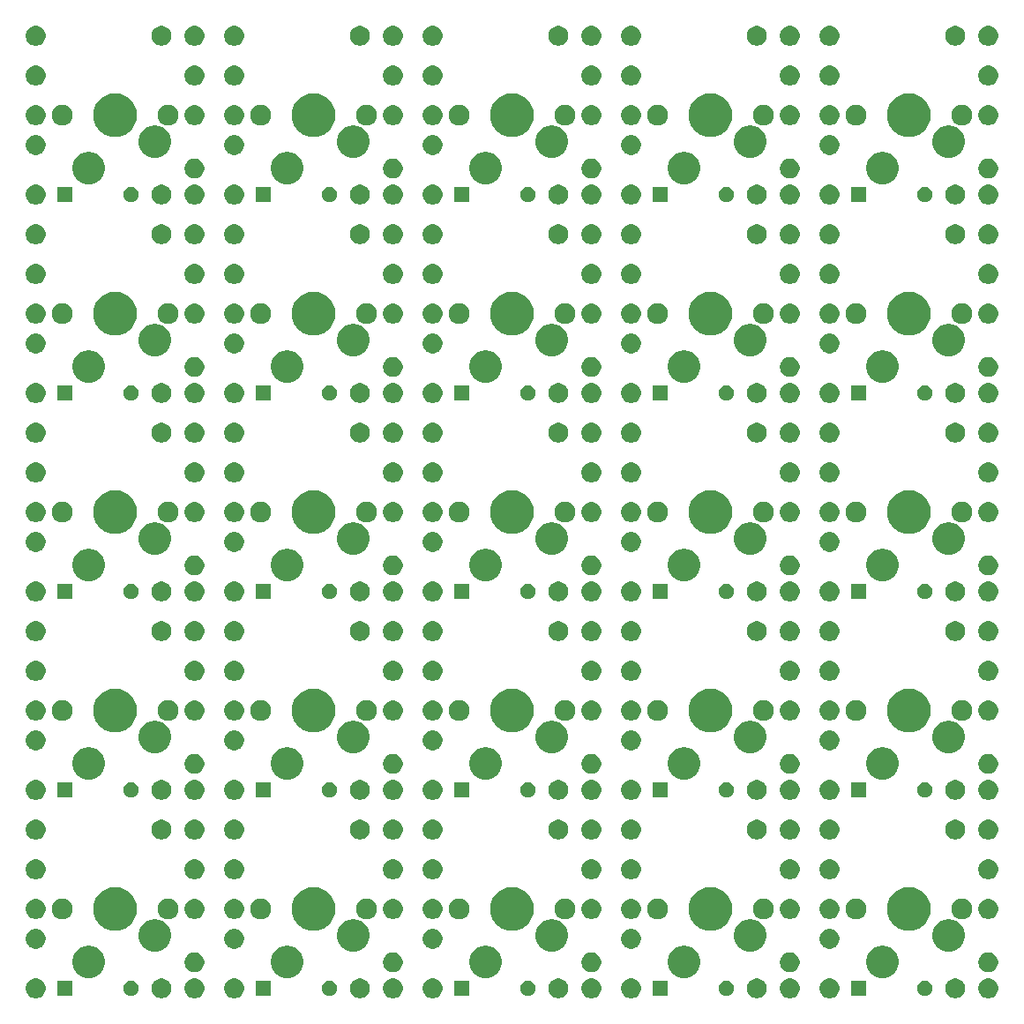
<source format=gts>
G04 #@! TF.GenerationSoftware,KiCad,Pcbnew,5.1.5+dfsg1-2build2*
G04 #@! TF.CreationDate,2021-01-11T18:32:22+09:00*
G04 #@! TF.ProjectId,container,636f6e74-6169-46e6-9572-2e6b69636164,rev?*
G04 #@! TF.SameCoordinates,Original*
G04 #@! TF.FileFunction,Soldermask,Top*
G04 #@! TF.FilePolarity,Negative*
%FSLAX46Y46*%
G04 Gerber Fmt 4.6, Leading zero omitted, Abs format (unit mm)*
G04 Created by KiCad (PCBNEW 5.1.5+dfsg1-2build2) date 2021-01-11 18:32:22*
%MOMM*%
%LPD*%
G04 APERTURE LIST*
%ADD10C,0.265000*%
G04 APERTURE END LIST*
D10*
G36*
X67079395Y-118592546D02*
G01*
X67252466Y-118664234D01*
X67252467Y-118664235D01*
X67408227Y-118768310D01*
X67540690Y-118900773D01*
X67593081Y-118979182D01*
X67644766Y-119056534D01*
X67716454Y-119229605D01*
X67753000Y-119413333D01*
X67753000Y-119600667D01*
X67716454Y-119784395D01*
X67644766Y-119957466D01*
X67625877Y-119985735D01*
X67540690Y-120113227D01*
X67408227Y-120245690D01*
X67329818Y-120298081D01*
X67252466Y-120349766D01*
X67079395Y-120421454D01*
X66895667Y-120458000D01*
X66708333Y-120458000D01*
X66524605Y-120421454D01*
X66351534Y-120349766D01*
X66274182Y-120298081D01*
X66195773Y-120245690D01*
X66063310Y-120113227D01*
X65978123Y-119985735D01*
X65959234Y-119957466D01*
X65887546Y-119784395D01*
X65851000Y-119600667D01*
X65851000Y-119413333D01*
X65887546Y-119229605D01*
X65959234Y-119056534D01*
X66010919Y-118979182D01*
X66063310Y-118900773D01*
X66195773Y-118768310D01*
X66351533Y-118664235D01*
X66351534Y-118664234D01*
X66524605Y-118592546D01*
X66708333Y-118556000D01*
X66895667Y-118556000D01*
X67079395Y-118592546D01*
G37*
G36*
X124229395Y-118592546D02*
G01*
X124402466Y-118664234D01*
X124402467Y-118664235D01*
X124558227Y-118768310D01*
X124690690Y-118900773D01*
X124743081Y-118979182D01*
X124794766Y-119056534D01*
X124866454Y-119229605D01*
X124903000Y-119413333D01*
X124903000Y-119600667D01*
X124866454Y-119784395D01*
X124794766Y-119957466D01*
X124775877Y-119985735D01*
X124690690Y-120113227D01*
X124558227Y-120245690D01*
X124479818Y-120298081D01*
X124402466Y-120349766D01*
X124229395Y-120421454D01*
X124045667Y-120458000D01*
X123858333Y-120458000D01*
X123674605Y-120421454D01*
X123501534Y-120349766D01*
X123424182Y-120298081D01*
X123345773Y-120245690D01*
X123213310Y-120113227D01*
X123128123Y-119985735D01*
X123109234Y-119957466D01*
X123037546Y-119784395D01*
X123001000Y-119600667D01*
X123001000Y-119413333D01*
X123037546Y-119229605D01*
X123109234Y-119056534D01*
X123160919Y-118979182D01*
X123213310Y-118900773D01*
X123345773Y-118768310D01*
X123501533Y-118664235D01*
X123501534Y-118664234D01*
X123674605Y-118592546D01*
X123858333Y-118556000D01*
X124045667Y-118556000D01*
X124229395Y-118592546D01*
G37*
G36*
X143279395Y-118592546D02*
G01*
X143452466Y-118664234D01*
X143452467Y-118664235D01*
X143608227Y-118768310D01*
X143740690Y-118900773D01*
X143793081Y-118979182D01*
X143844766Y-119056534D01*
X143916454Y-119229605D01*
X143953000Y-119413333D01*
X143953000Y-119600667D01*
X143916454Y-119784395D01*
X143844766Y-119957466D01*
X143825877Y-119985735D01*
X143740690Y-120113227D01*
X143608227Y-120245690D01*
X143529818Y-120298081D01*
X143452466Y-120349766D01*
X143279395Y-120421454D01*
X143095667Y-120458000D01*
X142908333Y-120458000D01*
X142724605Y-120421454D01*
X142551534Y-120349766D01*
X142474182Y-120298081D01*
X142395773Y-120245690D01*
X142263310Y-120113227D01*
X142178123Y-119985735D01*
X142159234Y-119957466D01*
X142087546Y-119784395D01*
X142051000Y-119600667D01*
X142051000Y-119413333D01*
X142087546Y-119229605D01*
X142159234Y-119056534D01*
X142210919Y-118979182D01*
X142263310Y-118900773D01*
X142395773Y-118768310D01*
X142551533Y-118664235D01*
X142551534Y-118664234D01*
X142724605Y-118592546D01*
X142908333Y-118556000D01*
X143095667Y-118556000D01*
X143279395Y-118592546D01*
G37*
G36*
X158519395Y-118592546D02*
G01*
X158692466Y-118664234D01*
X158692467Y-118664235D01*
X158848227Y-118768310D01*
X158980690Y-118900773D01*
X159033081Y-118979182D01*
X159084766Y-119056534D01*
X159156454Y-119229605D01*
X159193000Y-119413333D01*
X159193000Y-119600667D01*
X159156454Y-119784395D01*
X159084766Y-119957466D01*
X159065877Y-119985735D01*
X158980690Y-120113227D01*
X158848227Y-120245690D01*
X158769818Y-120298081D01*
X158692466Y-120349766D01*
X158519395Y-120421454D01*
X158335667Y-120458000D01*
X158148333Y-120458000D01*
X157964605Y-120421454D01*
X157791534Y-120349766D01*
X157714182Y-120298081D01*
X157635773Y-120245690D01*
X157503310Y-120113227D01*
X157418123Y-119985735D01*
X157399234Y-119957466D01*
X157327546Y-119784395D01*
X157291000Y-119600667D01*
X157291000Y-119413333D01*
X157327546Y-119229605D01*
X157399234Y-119056534D01*
X157450919Y-118979182D01*
X157503310Y-118900773D01*
X157635773Y-118768310D01*
X157791533Y-118664235D01*
X157791534Y-118664234D01*
X157964605Y-118592546D01*
X158148333Y-118556000D01*
X158335667Y-118556000D01*
X158519395Y-118592546D01*
G37*
G36*
X155344395Y-118592546D02*
G01*
X155517466Y-118664234D01*
X155517467Y-118664235D01*
X155673227Y-118768310D01*
X155805690Y-118900773D01*
X155858081Y-118979182D01*
X155909766Y-119056534D01*
X155981454Y-119229605D01*
X156018000Y-119413333D01*
X156018000Y-119600667D01*
X155981454Y-119784395D01*
X155909766Y-119957466D01*
X155890877Y-119985735D01*
X155805690Y-120113227D01*
X155673227Y-120245690D01*
X155594818Y-120298081D01*
X155517466Y-120349766D01*
X155344395Y-120421454D01*
X155160667Y-120458000D01*
X154973333Y-120458000D01*
X154789605Y-120421454D01*
X154616534Y-120349766D01*
X154539182Y-120298081D01*
X154460773Y-120245690D01*
X154328310Y-120113227D01*
X154243123Y-119985735D01*
X154224234Y-119957466D01*
X154152546Y-119784395D01*
X154116000Y-119600667D01*
X154116000Y-119413333D01*
X154152546Y-119229605D01*
X154224234Y-119056534D01*
X154275919Y-118979182D01*
X154328310Y-118900773D01*
X154460773Y-118768310D01*
X154616533Y-118664235D01*
X154616534Y-118664234D01*
X154789605Y-118592546D01*
X154973333Y-118556000D01*
X155160667Y-118556000D01*
X155344395Y-118592546D01*
G37*
G36*
X139469395Y-118592546D02*
G01*
X139642466Y-118664234D01*
X139642467Y-118664235D01*
X139798227Y-118768310D01*
X139930690Y-118900773D01*
X139983081Y-118979182D01*
X140034766Y-119056534D01*
X140106454Y-119229605D01*
X140143000Y-119413333D01*
X140143000Y-119600667D01*
X140106454Y-119784395D01*
X140034766Y-119957466D01*
X140015877Y-119985735D01*
X139930690Y-120113227D01*
X139798227Y-120245690D01*
X139719818Y-120298081D01*
X139642466Y-120349766D01*
X139469395Y-120421454D01*
X139285667Y-120458000D01*
X139098333Y-120458000D01*
X138914605Y-120421454D01*
X138741534Y-120349766D01*
X138664182Y-120298081D01*
X138585773Y-120245690D01*
X138453310Y-120113227D01*
X138368123Y-119985735D01*
X138349234Y-119957466D01*
X138277546Y-119784395D01*
X138241000Y-119600667D01*
X138241000Y-119413333D01*
X138277546Y-119229605D01*
X138349234Y-119056534D01*
X138400919Y-118979182D01*
X138453310Y-118900773D01*
X138585773Y-118768310D01*
X138741533Y-118664235D01*
X138741534Y-118664234D01*
X138914605Y-118592546D01*
X139098333Y-118556000D01*
X139285667Y-118556000D01*
X139469395Y-118592546D01*
G37*
G36*
X136294395Y-118592546D02*
G01*
X136467466Y-118664234D01*
X136467467Y-118664235D01*
X136623227Y-118768310D01*
X136755690Y-118900773D01*
X136808081Y-118979182D01*
X136859766Y-119056534D01*
X136931454Y-119229605D01*
X136968000Y-119413333D01*
X136968000Y-119600667D01*
X136931454Y-119784395D01*
X136859766Y-119957466D01*
X136840877Y-119985735D01*
X136755690Y-120113227D01*
X136623227Y-120245690D01*
X136544818Y-120298081D01*
X136467466Y-120349766D01*
X136294395Y-120421454D01*
X136110667Y-120458000D01*
X135923333Y-120458000D01*
X135739605Y-120421454D01*
X135566534Y-120349766D01*
X135489182Y-120298081D01*
X135410773Y-120245690D01*
X135278310Y-120113227D01*
X135193123Y-119985735D01*
X135174234Y-119957466D01*
X135102546Y-119784395D01*
X135066000Y-119600667D01*
X135066000Y-119413333D01*
X135102546Y-119229605D01*
X135174234Y-119056534D01*
X135225919Y-118979182D01*
X135278310Y-118900773D01*
X135410773Y-118768310D01*
X135566533Y-118664235D01*
X135566534Y-118664234D01*
X135739605Y-118592546D01*
X135923333Y-118556000D01*
X136110667Y-118556000D01*
X136294395Y-118592546D01*
G37*
G36*
X105179395Y-118592546D02*
G01*
X105352466Y-118664234D01*
X105352467Y-118664235D01*
X105508227Y-118768310D01*
X105640690Y-118900773D01*
X105693081Y-118979182D01*
X105744766Y-119056534D01*
X105816454Y-119229605D01*
X105853000Y-119413333D01*
X105853000Y-119600667D01*
X105816454Y-119784395D01*
X105744766Y-119957466D01*
X105725877Y-119985735D01*
X105640690Y-120113227D01*
X105508227Y-120245690D01*
X105429818Y-120298081D01*
X105352466Y-120349766D01*
X105179395Y-120421454D01*
X104995667Y-120458000D01*
X104808333Y-120458000D01*
X104624605Y-120421454D01*
X104451534Y-120349766D01*
X104374182Y-120298081D01*
X104295773Y-120245690D01*
X104163310Y-120113227D01*
X104078123Y-119985735D01*
X104059234Y-119957466D01*
X103987546Y-119784395D01*
X103951000Y-119600667D01*
X103951000Y-119413333D01*
X103987546Y-119229605D01*
X104059234Y-119056534D01*
X104110919Y-118979182D01*
X104163310Y-118900773D01*
X104295773Y-118768310D01*
X104451533Y-118664235D01*
X104451534Y-118664234D01*
X104624605Y-118592546D01*
X104808333Y-118556000D01*
X104995667Y-118556000D01*
X105179395Y-118592546D01*
G37*
G36*
X117244395Y-118592546D02*
G01*
X117417466Y-118664234D01*
X117417467Y-118664235D01*
X117573227Y-118768310D01*
X117705690Y-118900773D01*
X117758081Y-118979182D01*
X117809766Y-119056534D01*
X117881454Y-119229605D01*
X117918000Y-119413333D01*
X117918000Y-119600667D01*
X117881454Y-119784395D01*
X117809766Y-119957466D01*
X117790877Y-119985735D01*
X117705690Y-120113227D01*
X117573227Y-120245690D01*
X117494818Y-120298081D01*
X117417466Y-120349766D01*
X117244395Y-120421454D01*
X117060667Y-120458000D01*
X116873333Y-120458000D01*
X116689605Y-120421454D01*
X116516534Y-120349766D01*
X116439182Y-120298081D01*
X116360773Y-120245690D01*
X116228310Y-120113227D01*
X116143123Y-119985735D01*
X116124234Y-119957466D01*
X116052546Y-119784395D01*
X116016000Y-119600667D01*
X116016000Y-119413333D01*
X116052546Y-119229605D01*
X116124234Y-119056534D01*
X116175919Y-118979182D01*
X116228310Y-118900773D01*
X116360773Y-118768310D01*
X116516533Y-118664235D01*
X116516534Y-118664234D01*
X116689605Y-118592546D01*
X116873333Y-118556000D01*
X117060667Y-118556000D01*
X117244395Y-118592546D01*
G37*
G36*
X120419395Y-118592546D02*
G01*
X120592466Y-118664234D01*
X120592467Y-118664235D01*
X120748227Y-118768310D01*
X120880690Y-118900773D01*
X120933081Y-118979182D01*
X120984766Y-119056534D01*
X121056454Y-119229605D01*
X121093000Y-119413333D01*
X121093000Y-119600667D01*
X121056454Y-119784395D01*
X120984766Y-119957466D01*
X120965877Y-119985735D01*
X120880690Y-120113227D01*
X120748227Y-120245690D01*
X120669818Y-120298081D01*
X120592466Y-120349766D01*
X120419395Y-120421454D01*
X120235667Y-120458000D01*
X120048333Y-120458000D01*
X119864605Y-120421454D01*
X119691534Y-120349766D01*
X119614182Y-120298081D01*
X119535773Y-120245690D01*
X119403310Y-120113227D01*
X119318123Y-119985735D01*
X119299234Y-119957466D01*
X119227546Y-119784395D01*
X119191000Y-119600667D01*
X119191000Y-119413333D01*
X119227546Y-119229605D01*
X119299234Y-119056534D01*
X119350919Y-118979182D01*
X119403310Y-118900773D01*
X119535773Y-118768310D01*
X119691533Y-118664235D01*
X119691534Y-118664234D01*
X119864605Y-118592546D01*
X120048333Y-118556000D01*
X120235667Y-118556000D01*
X120419395Y-118592546D01*
G37*
G36*
X79144395Y-118592546D02*
G01*
X79317466Y-118664234D01*
X79317467Y-118664235D01*
X79473227Y-118768310D01*
X79605690Y-118900773D01*
X79658081Y-118979182D01*
X79709766Y-119056534D01*
X79781454Y-119229605D01*
X79818000Y-119413333D01*
X79818000Y-119600667D01*
X79781454Y-119784395D01*
X79709766Y-119957466D01*
X79690877Y-119985735D01*
X79605690Y-120113227D01*
X79473227Y-120245690D01*
X79394818Y-120298081D01*
X79317466Y-120349766D01*
X79144395Y-120421454D01*
X78960667Y-120458000D01*
X78773333Y-120458000D01*
X78589605Y-120421454D01*
X78416534Y-120349766D01*
X78339182Y-120298081D01*
X78260773Y-120245690D01*
X78128310Y-120113227D01*
X78043123Y-119985735D01*
X78024234Y-119957466D01*
X77952546Y-119784395D01*
X77916000Y-119600667D01*
X77916000Y-119413333D01*
X77952546Y-119229605D01*
X78024234Y-119056534D01*
X78075919Y-118979182D01*
X78128310Y-118900773D01*
X78260773Y-118768310D01*
X78416533Y-118664235D01*
X78416534Y-118664234D01*
X78589605Y-118592546D01*
X78773333Y-118556000D01*
X78960667Y-118556000D01*
X79144395Y-118592546D01*
G37*
G36*
X82319395Y-118592546D02*
G01*
X82492466Y-118664234D01*
X82492467Y-118664235D01*
X82648227Y-118768310D01*
X82780690Y-118900773D01*
X82833081Y-118979182D01*
X82884766Y-119056534D01*
X82956454Y-119229605D01*
X82993000Y-119413333D01*
X82993000Y-119600667D01*
X82956454Y-119784395D01*
X82884766Y-119957466D01*
X82865877Y-119985735D01*
X82780690Y-120113227D01*
X82648227Y-120245690D01*
X82569818Y-120298081D01*
X82492466Y-120349766D01*
X82319395Y-120421454D01*
X82135667Y-120458000D01*
X81948333Y-120458000D01*
X81764605Y-120421454D01*
X81591534Y-120349766D01*
X81514182Y-120298081D01*
X81435773Y-120245690D01*
X81303310Y-120113227D01*
X81218123Y-119985735D01*
X81199234Y-119957466D01*
X81127546Y-119784395D01*
X81091000Y-119600667D01*
X81091000Y-119413333D01*
X81127546Y-119229605D01*
X81199234Y-119056534D01*
X81250919Y-118979182D01*
X81303310Y-118900773D01*
X81435773Y-118768310D01*
X81591533Y-118664235D01*
X81591534Y-118664234D01*
X81764605Y-118592546D01*
X81948333Y-118556000D01*
X82135667Y-118556000D01*
X82319395Y-118592546D01*
G37*
G36*
X101369395Y-118592546D02*
G01*
X101542466Y-118664234D01*
X101542467Y-118664235D01*
X101698227Y-118768310D01*
X101830690Y-118900773D01*
X101883081Y-118979182D01*
X101934766Y-119056534D01*
X102006454Y-119229605D01*
X102043000Y-119413333D01*
X102043000Y-119600667D01*
X102006454Y-119784395D01*
X101934766Y-119957466D01*
X101915877Y-119985735D01*
X101830690Y-120113227D01*
X101698227Y-120245690D01*
X101619818Y-120298081D01*
X101542466Y-120349766D01*
X101369395Y-120421454D01*
X101185667Y-120458000D01*
X100998333Y-120458000D01*
X100814605Y-120421454D01*
X100641534Y-120349766D01*
X100564182Y-120298081D01*
X100485773Y-120245690D01*
X100353310Y-120113227D01*
X100268123Y-119985735D01*
X100249234Y-119957466D01*
X100177546Y-119784395D01*
X100141000Y-119600667D01*
X100141000Y-119413333D01*
X100177546Y-119229605D01*
X100249234Y-119056534D01*
X100300919Y-118979182D01*
X100353310Y-118900773D01*
X100485773Y-118768310D01*
X100641533Y-118664235D01*
X100641534Y-118664234D01*
X100814605Y-118592546D01*
X100998333Y-118556000D01*
X101185667Y-118556000D01*
X101369395Y-118592546D01*
G37*
G36*
X98194395Y-118592546D02*
G01*
X98367466Y-118664234D01*
X98367467Y-118664235D01*
X98523227Y-118768310D01*
X98655690Y-118900773D01*
X98708081Y-118979182D01*
X98759766Y-119056534D01*
X98831454Y-119229605D01*
X98868000Y-119413333D01*
X98868000Y-119600667D01*
X98831454Y-119784395D01*
X98759766Y-119957466D01*
X98740877Y-119985735D01*
X98655690Y-120113227D01*
X98523227Y-120245690D01*
X98444818Y-120298081D01*
X98367466Y-120349766D01*
X98194395Y-120421454D01*
X98010667Y-120458000D01*
X97823333Y-120458000D01*
X97639605Y-120421454D01*
X97466534Y-120349766D01*
X97389182Y-120298081D01*
X97310773Y-120245690D01*
X97178310Y-120113227D01*
X97093123Y-119985735D01*
X97074234Y-119957466D01*
X97002546Y-119784395D01*
X96966000Y-119600667D01*
X96966000Y-119413333D01*
X97002546Y-119229605D01*
X97074234Y-119056534D01*
X97125919Y-118979182D01*
X97178310Y-118900773D01*
X97310773Y-118768310D01*
X97466533Y-118664235D01*
X97466534Y-118664234D01*
X97639605Y-118592546D01*
X97823333Y-118556000D01*
X98010667Y-118556000D01*
X98194395Y-118592546D01*
G37*
G36*
X86129395Y-118592546D02*
G01*
X86302466Y-118664234D01*
X86302467Y-118664235D01*
X86458227Y-118768310D01*
X86590690Y-118900773D01*
X86643081Y-118979182D01*
X86694766Y-119056534D01*
X86766454Y-119229605D01*
X86803000Y-119413333D01*
X86803000Y-119600667D01*
X86766454Y-119784395D01*
X86694766Y-119957466D01*
X86675877Y-119985735D01*
X86590690Y-120113227D01*
X86458227Y-120245690D01*
X86379818Y-120298081D01*
X86302466Y-120349766D01*
X86129395Y-120421454D01*
X85945667Y-120458000D01*
X85758333Y-120458000D01*
X85574605Y-120421454D01*
X85401534Y-120349766D01*
X85324182Y-120298081D01*
X85245773Y-120245690D01*
X85113310Y-120113227D01*
X85028123Y-119985735D01*
X85009234Y-119957466D01*
X84937546Y-119784395D01*
X84901000Y-119600667D01*
X84901000Y-119413333D01*
X84937546Y-119229605D01*
X85009234Y-119056534D01*
X85060919Y-118979182D01*
X85113310Y-118900773D01*
X85245773Y-118768310D01*
X85401533Y-118664235D01*
X85401534Y-118664234D01*
X85574605Y-118592546D01*
X85758333Y-118556000D01*
X85945667Y-118556000D01*
X86129395Y-118592546D01*
G37*
G36*
X70347000Y-120258000D02*
G01*
X68845000Y-120258000D01*
X68845000Y-118756000D01*
X70347000Y-118756000D01*
X70347000Y-120258000D01*
G37*
G36*
X76081850Y-118768309D02*
G01*
X76165059Y-118784860D01*
X76301732Y-118841472D01*
X76424735Y-118923660D01*
X76529340Y-119028265D01*
X76611528Y-119151268D01*
X76668140Y-119287941D01*
X76697000Y-119433033D01*
X76697000Y-119580967D01*
X76668140Y-119726059D01*
X76611528Y-119862732D01*
X76529340Y-119985735D01*
X76424735Y-120090340D01*
X76301732Y-120172528D01*
X76301731Y-120172529D01*
X76301730Y-120172529D01*
X76165059Y-120229140D01*
X76019968Y-120258000D01*
X75872032Y-120258000D01*
X75726941Y-120229140D01*
X75590270Y-120172529D01*
X75590269Y-120172529D01*
X75590268Y-120172528D01*
X75467265Y-120090340D01*
X75362660Y-119985735D01*
X75280472Y-119862732D01*
X75223860Y-119726059D01*
X75195000Y-119580967D01*
X75195000Y-119433033D01*
X75223860Y-119287941D01*
X75280472Y-119151268D01*
X75362660Y-119028265D01*
X75467265Y-118923660D01*
X75590268Y-118841472D01*
X75726941Y-118784860D01*
X75810150Y-118768309D01*
X75872032Y-118756000D01*
X76019968Y-118756000D01*
X76081850Y-118768309D01*
G37*
G36*
X89397000Y-120258000D02*
G01*
X87895000Y-120258000D01*
X87895000Y-118756000D01*
X89397000Y-118756000D01*
X89397000Y-120258000D01*
G37*
G36*
X95131850Y-118768309D02*
G01*
X95215059Y-118784860D01*
X95351732Y-118841472D01*
X95474735Y-118923660D01*
X95579340Y-119028265D01*
X95661528Y-119151268D01*
X95718140Y-119287941D01*
X95747000Y-119433033D01*
X95747000Y-119580967D01*
X95718140Y-119726059D01*
X95661528Y-119862732D01*
X95579340Y-119985735D01*
X95474735Y-120090340D01*
X95351732Y-120172528D01*
X95351731Y-120172529D01*
X95351730Y-120172529D01*
X95215059Y-120229140D01*
X95069968Y-120258000D01*
X94922032Y-120258000D01*
X94776941Y-120229140D01*
X94640270Y-120172529D01*
X94640269Y-120172529D01*
X94640268Y-120172528D01*
X94517265Y-120090340D01*
X94412660Y-119985735D01*
X94330472Y-119862732D01*
X94273860Y-119726059D01*
X94245000Y-119580967D01*
X94245000Y-119433033D01*
X94273860Y-119287941D01*
X94330472Y-119151268D01*
X94412660Y-119028265D01*
X94517265Y-118923660D01*
X94640268Y-118841472D01*
X94776941Y-118784860D01*
X94860150Y-118768309D01*
X94922032Y-118756000D01*
X95069968Y-118756000D01*
X95131850Y-118768309D01*
G37*
G36*
X114181850Y-118768309D02*
G01*
X114265059Y-118784860D01*
X114401732Y-118841472D01*
X114524735Y-118923660D01*
X114629340Y-119028265D01*
X114711528Y-119151268D01*
X114768140Y-119287941D01*
X114797000Y-119433033D01*
X114797000Y-119580967D01*
X114768140Y-119726059D01*
X114711528Y-119862732D01*
X114629340Y-119985735D01*
X114524735Y-120090340D01*
X114401732Y-120172528D01*
X114401731Y-120172529D01*
X114401730Y-120172529D01*
X114265059Y-120229140D01*
X114119968Y-120258000D01*
X113972032Y-120258000D01*
X113826941Y-120229140D01*
X113690270Y-120172529D01*
X113690269Y-120172529D01*
X113690268Y-120172528D01*
X113567265Y-120090340D01*
X113462660Y-119985735D01*
X113380472Y-119862732D01*
X113323860Y-119726059D01*
X113295000Y-119580967D01*
X113295000Y-119433033D01*
X113323860Y-119287941D01*
X113380472Y-119151268D01*
X113462660Y-119028265D01*
X113567265Y-118923660D01*
X113690268Y-118841472D01*
X113826941Y-118784860D01*
X113910150Y-118768309D01*
X113972032Y-118756000D01*
X114119968Y-118756000D01*
X114181850Y-118768309D01*
G37*
G36*
X127497000Y-120258000D02*
G01*
X125995000Y-120258000D01*
X125995000Y-118756000D01*
X127497000Y-118756000D01*
X127497000Y-120258000D01*
G37*
G36*
X152281850Y-118768309D02*
G01*
X152365059Y-118784860D01*
X152501732Y-118841472D01*
X152624735Y-118923660D01*
X152729340Y-119028265D01*
X152811528Y-119151268D01*
X152868140Y-119287941D01*
X152897000Y-119433033D01*
X152897000Y-119580967D01*
X152868140Y-119726059D01*
X152811528Y-119862732D01*
X152729340Y-119985735D01*
X152624735Y-120090340D01*
X152501732Y-120172528D01*
X152501731Y-120172529D01*
X152501730Y-120172529D01*
X152365059Y-120229140D01*
X152219968Y-120258000D01*
X152072032Y-120258000D01*
X151926941Y-120229140D01*
X151790270Y-120172529D01*
X151790269Y-120172529D01*
X151790268Y-120172528D01*
X151667265Y-120090340D01*
X151562660Y-119985735D01*
X151480472Y-119862732D01*
X151423860Y-119726059D01*
X151395000Y-119580967D01*
X151395000Y-119433033D01*
X151423860Y-119287941D01*
X151480472Y-119151268D01*
X151562660Y-119028265D01*
X151667265Y-118923660D01*
X151790268Y-118841472D01*
X151926941Y-118784860D01*
X152010150Y-118768309D01*
X152072032Y-118756000D01*
X152219968Y-118756000D01*
X152281850Y-118768309D01*
G37*
G36*
X146547000Y-120258000D02*
G01*
X145045000Y-120258000D01*
X145045000Y-118756000D01*
X146547000Y-118756000D01*
X146547000Y-120258000D01*
G37*
G36*
X133231850Y-118768309D02*
G01*
X133315059Y-118784860D01*
X133451732Y-118841472D01*
X133574735Y-118923660D01*
X133679340Y-119028265D01*
X133761528Y-119151268D01*
X133818140Y-119287941D01*
X133847000Y-119433033D01*
X133847000Y-119580967D01*
X133818140Y-119726059D01*
X133761528Y-119862732D01*
X133679340Y-119985735D01*
X133574735Y-120090340D01*
X133451732Y-120172528D01*
X133451731Y-120172529D01*
X133451730Y-120172529D01*
X133315059Y-120229140D01*
X133169968Y-120258000D01*
X133022032Y-120258000D01*
X132876941Y-120229140D01*
X132740270Y-120172529D01*
X132740269Y-120172529D01*
X132740268Y-120172528D01*
X132617265Y-120090340D01*
X132512660Y-119985735D01*
X132430472Y-119862732D01*
X132373860Y-119726059D01*
X132345000Y-119580967D01*
X132345000Y-119433033D01*
X132373860Y-119287941D01*
X132430472Y-119151268D01*
X132512660Y-119028265D01*
X132617265Y-118923660D01*
X132740268Y-118841472D01*
X132876941Y-118784860D01*
X132960150Y-118768309D01*
X133022032Y-118756000D01*
X133169968Y-118756000D01*
X133231850Y-118768309D01*
G37*
G36*
X108447000Y-120258000D02*
G01*
X106945000Y-120258000D01*
X106945000Y-118756000D01*
X108447000Y-118756000D01*
X108447000Y-120258000D01*
G37*
G36*
X91234585Y-115445802D02*
G01*
X91384410Y-115475604D01*
X91666674Y-115592521D01*
X91920705Y-115762259D01*
X92136741Y-115978295D01*
X92306479Y-116232326D01*
X92423396Y-116514590D01*
X92483000Y-116814240D01*
X92483000Y-117119760D01*
X92423396Y-117419410D01*
X92306479Y-117701674D01*
X92136741Y-117955705D01*
X91920705Y-118171741D01*
X91666674Y-118341479D01*
X91384410Y-118458396D01*
X91234585Y-118488198D01*
X91084761Y-118518000D01*
X90779239Y-118518000D01*
X90629415Y-118488198D01*
X90479590Y-118458396D01*
X90197326Y-118341479D01*
X89943295Y-118171741D01*
X89727259Y-117955705D01*
X89557521Y-117701674D01*
X89440604Y-117419410D01*
X89381000Y-117119760D01*
X89381000Y-116814240D01*
X89440604Y-116514590D01*
X89557521Y-116232326D01*
X89727259Y-115978295D01*
X89943295Y-115762259D01*
X90197326Y-115592521D01*
X90479590Y-115475604D01*
X90629415Y-115445802D01*
X90779239Y-115416000D01*
X91084761Y-115416000D01*
X91234585Y-115445802D01*
G37*
G36*
X148384585Y-115445802D02*
G01*
X148534410Y-115475604D01*
X148816674Y-115592521D01*
X149070705Y-115762259D01*
X149286741Y-115978295D01*
X149456479Y-116232326D01*
X149573396Y-116514590D01*
X149633000Y-116814240D01*
X149633000Y-117119760D01*
X149573396Y-117419410D01*
X149456479Y-117701674D01*
X149286741Y-117955705D01*
X149070705Y-118171741D01*
X148816674Y-118341479D01*
X148534410Y-118458396D01*
X148384585Y-118488198D01*
X148234761Y-118518000D01*
X147929239Y-118518000D01*
X147779415Y-118488198D01*
X147629590Y-118458396D01*
X147347326Y-118341479D01*
X147093295Y-118171741D01*
X146877259Y-117955705D01*
X146707521Y-117701674D01*
X146590604Y-117419410D01*
X146531000Y-117119760D01*
X146531000Y-116814240D01*
X146590604Y-116514590D01*
X146707521Y-116232326D01*
X146877259Y-115978295D01*
X147093295Y-115762259D01*
X147347326Y-115592521D01*
X147629590Y-115475604D01*
X147779415Y-115445802D01*
X147929239Y-115416000D01*
X148234761Y-115416000D01*
X148384585Y-115445802D01*
G37*
G36*
X110284585Y-115445802D02*
G01*
X110434410Y-115475604D01*
X110716674Y-115592521D01*
X110970705Y-115762259D01*
X111186741Y-115978295D01*
X111356479Y-116232326D01*
X111473396Y-116514590D01*
X111533000Y-116814240D01*
X111533000Y-117119760D01*
X111473396Y-117419410D01*
X111356479Y-117701674D01*
X111186741Y-117955705D01*
X110970705Y-118171741D01*
X110716674Y-118341479D01*
X110434410Y-118458396D01*
X110284585Y-118488198D01*
X110134761Y-118518000D01*
X109829239Y-118518000D01*
X109679415Y-118488198D01*
X109529590Y-118458396D01*
X109247326Y-118341479D01*
X108993295Y-118171741D01*
X108777259Y-117955705D01*
X108607521Y-117701674D01*
X108490604Y-117419410D01*
X108431000Y-117119760D01*
X108431000Y-116814240D01*
X108490604Y-116514590D01*
X108607521Y-116232326D01*
X108777259Y-115978295D01*
X108993295Y-115762259D01*
X109247326Y-115592521D01*
X109529590Y-115475604D01*
X109679415Y-115445802D01*
X109829239Y-115416000D01*
X110134761Y-115416000D01*
X110284585Y-115445802D01*
G37*
G36*
X129334585Y-115445802D02*
G01*
X129484410Y-115475604D01*
X129766674Y-115592521D01*
X130020705Y-115762259D01*
X130236741Y-115978295D01*
X130406479Y-116232326D01*
X130523396Y-116514590D01*
X130583000Y-116814240D01*
X130583000Y-117119760D01*
X130523396Y-117419410D01*
X130406479Y-117701674D01*
X130236741Y-117955705D01*
X130020705Y-118171741D01*
X129766674Y-118341479D01*
X129484410Y-118458396D01*
X129334585Y-118488198D01*
X129184761Y-118518000D01*
X128879239Y-118518000D01*
X128729415Y-118488198D01*
X128579590Y-118458396D01*
X128297326Y-118341479D01*
X128043295Y-118171741D01*
X127827259Y-117955705D01*
X127657521Y-117701674D01*
X127540604Y-117419410D01*
X127481000Y-117119760D01*
X127481000Y-116814240D01*
X127540604Y-116514590D01*
X127657521Y-116232326D01*
X127827259Y-115978295D01*
X128043295Y-115762259D01*
X128297326Y-115592521D01*
X128579590Y-115475604D01*
X128729415Y-115445802D01*
X128879239Y-115416000D01*
X129184761Y-115416000D01*
X129334585Y-115445802D01*
G37*
G36*
X72184585Y-115445802D02*
G01*
X72334410Y-115475604D01*
X72616674Y-115592521D01*
X72870705Y-115762259D01*
X73086741Y-115978295D01*
X73256479Y-116232326D01*
X73373396Y-116514590D01*
X73433000Y-116814240D01*
X73433000Y-117119760D01*
X73373396Y-117419410D01*
X73256479Y-117701674D01*
X73086741Y-117955705D01*
X72870705Y-118171741D01*
X72616674Y-118341479D01*
X72334410Y-118458396D01*
X72184585Y-118488198D01*
X72034761Y-118518000D01*
X71729239Y-118518000D01*
X71579415Y-118488198D01*
X71429590Y-118458396D01*
X71147326Y-118341479D01*
X70893295Y-118171741D01*
X70677259Y-117955705D01*
X70507521Y-117701674D01*
X70390604Y-117419410D01*
X70331000Y-117119760D01*
X70331000Y-116814240D01*
X70390604Y-116514590D01*
X70507521Y-116232326D01*
X70677259Y-115978295D01*
X70893295Y-115762259D01*
X71147326Y-115592521D01*
X71429590Y-115475604D01*
X71579415Y-115445802D01*
X71729239Y-115416000D01*
X72034761Y-115416000D01*
X72184585Y-115445802D01*
G37*
G36*
X120409395Y-116082546D02*
G01*
X120582466Y-116154234D01*
X120582467Y-116154235D01*
X120738227Y-116258310D01*
X120870690Y-116390773D01*
X120870691Y-116390775D01*
X120974766Y-116546534D01*
X121046454Y-116719605D01*
X121083000Y-116903333D01*
X121083000Y-117090667D01*
X121046454Y-117274395D01*
X120974766Y-117447466D01*
X120974765Y-117447467D01*
X120870690Y-117603227D01*
X120738227Y-117735690D01*
X120659818Y-117788081D01*
X120582466Y-117839766D01*
X120409395Y-117911454D01*
X120225667Y-117948000D01*
X120038333Y-117948000D01*
X119854605Y-117911454D01*
X119681534Y-117839766D01*
X119604182Y-117788081D01*
X119525773Y-117735690D01*
X119393310Y-117603227D01*
X119289235Y-117447467D01*
X119289234Y-117447466D01*
X119217546Y-117274395D01*
X119181000Y-117090667D01*
X119181000Y-116903333D01*
X119217546Y-116719605D01*
X119289234Y-116546534D01*
X119393309Y-116390775D01*
X119393310Y-116390773D01*
X119525773Y-116258310D01*
X119681533Y-116154235D01*
X119681534Y-116154234D01*
X119854605Y-116082546D01*
X120038333Y-116046000D01*
X120225667Y-116046000D01*
X120409395Y-116082546D01*
G37*
G36*
X158509395Y-116082546D02*
G01*
X158682466Y-116154234D01*
X158682467Y-116154235D01*
X158838227Y-116258310D01*
X158970690Y-116390773D01*
X158970691Y-116390775D01*
X159074766Y-116546534D01*
X159146454Y-116719605D01*
X159183000Y-116903333D01*
X159183000Y-117090667D01*
X159146454Y-117274395D01*
X159074766Y-117447466D01*
X159074765Y-117447467D01*
X158970690Y-117603227D01*
X158838227Y-117735690D01*
X158759818Y-117788081D01*
X158682466Y-117839766D01*
X158509395Y-117911454D01*
X158325667Y-117948000D01*
X158138333Y-117948000D01*
X157954605Y-117911454D01*
X157781534Y-117839766D01*
X157704182Y-117788081D01*
X157625773Y-117735690D01*
X157493310Y-117603227D01*
X157389235Y-117447467D01*
X157389234Y-117447466D01*
X157317546Y-117274395D01*
X157281000Y-117090667D01*
X157281000Y-116903333D01*
X157317546Y-116719605D01*
X157389234Y-116546534D01*
X157493309Y-116390775D01*
X157493310Y-116390773D01*
X157625773Y-116258310D01*
X157781533Y-116154235D01*
X157781534Y-116154234D01*
X157954605Y-116082546D01*
X158138333Y-116046000D01*
X158325667Y-116046000D01*
X158509395Y-116082546D01*
G37*
G36*
X139459395Y-116082546D02*
G01*
X139632466Y-116154234D01*
X139632467Y-116154235D01*
X139788227Y-116258310D01*
X139920690Y-116390773D01*
X139920691Y-116390775D01*
X140024766Y-116546534D01*
X140096454Y-116719605D01*
X140133000Y-116903333D01*
X140133000Y-117090667D01*
X140096454Y-117274395D01*
X140024766Y-117447466D01*
X140024765Y-117447467D01*
X139920690Y-117603227D01*
X139788227Y-117735690D01*
X139709818Y-117788081D01*
X139632466Y-117839766D01*
X139459395Y-117911454D01*
X139275667Y-117948000D01*
X139088333Y-117948000D01*
X138904605Y-117911454D01*
X138731534Y-117839766D01*
X138654182Y-117788081D01*
X138575773Y-117735690D01*
X138443310Y-117603227D01*
X138339235Y-117447467D01*
X138339234Y-117447466D01*
X138267546Y-117274395D01*
X138231000Y-117090667D01*
X138231000Y-116903333D01*
X138267546Y-116719605D01*
X138339234Y-116546534D01*
X138443309Y-116390775D01*
X138443310Y-116390773D01*
X138575773Y-116258310D01*
X138731533Y-116154235D01*
X138731534Y-116154234D01*
X138904605Y-116082546D01*
X139088333Y-116046000D01*
X139275667Y-116046000D01*
X139459395Y-116082546D01*
G37*
G36*
X82309395Y-116082546D02*
G01*
X82482466Y-116154234D01*
X82482467Y-116154235D01*
X82638227Y-116258310D01*
X82770690Y-116390773D01*
X82770691Y-116390775D01*
X82874766Y-116546534D01*
X82946454Y-116719605D01*
X82983000Y-116903333D01*
X82983000Y-117090667D01*
X82946454Y-117274395D01*
X82874766Y-117447466D01*
X82874765Y-117447467D01*
X82770690Y-117603227D01*
X82638227Y-117735690D01*
X82559818Y-117788081D01*
X82482466Y-117839766D01*
X82309395Y-117911454D01*
X82125667Y-117948000D01*
X81938333Y-117948000D01*
X81754605Y-117911454D01*
X81581534Y-117839766D01*
X81504182Y-117788081D01*
X81425773Y-117735690D01*
X81293310Y-117603227D01*
X81189235Y-117447467D01*
X81189234Y-117447466D01*
X81117546Y-117274395D01*
X81081000Y-117090667D01*
X81081000Y-116903333D01*
X81117546Y-116719605D01*
X81189234Y-116546534D01*
X81293309Y-116390775D01*
X81293310Y-116390773D01*
X81425773Y-116258310D01*
X81581533Y-116154235D01*
X81581534Y-116154234D01*
X81754605Y-116082546D01*
X81938333Y-116046000D01*
X82125667Y-116046000D01*
X82309395Y-116082546D01*
G37*
G36*
X101359395Y-116082546D02*
G01*
X101532466Y-116154234D01*
X101532467Y-116154235D01*
X101688227Y-116258310D01*
X101820690Y-116390773D01*
X101820691Y-116390775D01*
X101924766Y-116546534D01*
X101996454Y-116719605D01*
X102033000Y-116903333D01*
X102033000Y-117090667D01*
X101996454Y-117274395D01*
X101924766Y-117447466D01*
X101924765Y-117447467D01*
X101820690Y-117603227D01*
X101688227Y-117735690D01*
X101609818Y-117788081D01*
X101532466Y-117839766D01*
X101359395Y-117911454D01*
X101175667Y-117948000D01*
X100988333Y-117948000D01*
X100804605Y-117911454D01*
X100631534Y-117839766D01*
X100554182Y-117788081D01*
X100475773Y-117735690D01*
X100343310Y-117603227D01*
X100239235Y-117447467D01*
X100239234Y-117447466D01*
X100167546Y-117274395D01*
X100131000Y-117090667D01*
X100131000Y-116903333D01*
X100167546Y-116719605D01*
X100239234Y-116546534D01*
X100343309Y-116390775D01*
X100343310Y-116390773D01*
X100475773Y-116258310D01*
X100631533Y-116154235D01*
X100631534Y-116154234D01*
X100804605Y-116082546D01*
X100988333Y-116046000D01*
X101175667Y-116046000D01*
X101359395Y-116082546D01*
G37*
G36*
X116634585Y-112905802D02*
G01*
X116784410Y-112935604D01*
X117066674Y-113052521D01*
X117320705Y-113222259D01*
X117536741Y-113438295D01*
X117706479Y-113692326D01*
X117794254Y-113904235D01*
X117823396Y-113974591D01*
X117883000Y-114274239D01*
X117883000Y-114579761D01*
X117868365Y-114653335D01*
X117823396Y-114879410D01*
X117706479Y-115161674D01*
X117536741Y-115415705D01*
X117320705Y-115631741D01*
X117066674Y-115801479D01*
X116784410Y-115918396D01*
X116634585Y-115948198D01*
X116484761Y-115978000D01*
X116179239Y-115978000D01*
X116029415Y-115948198D01*
X115879590Y-115918396D01*
X115597326Y-115801479D01*
X115343295Y-115631741D01*
X115127259Y-115415705D01*
X114957521Y-115161674D01*
X114840604Y-114879410D01*
X114795635Y-114653335D01*
X114781000Y-114579761D01*
X114781000Y-114274239D01*
X114840604Y-113974591D01*
X114869746Y-113904235D01*
X114957521Y-113692326D01*
X115127259Y-113438295D01*
X115343295Y-113222259D01*
X115597326Y-113052521D01*
X115879590Y-112935604D01*
X116029415Y-112905802D01*
X116179239Y-112876000D01*
X116484761Y-112876000D01*
X116634585Y-112905802D01*
G37*
G36*
X154734585Y-112905802D02*
G01*
X154884410Y-112935604D01*
X155166674Y-113052521D01*
X155420705Y-113222259D01*
X155636741Y-113438295D01*
X155806479Y-113692326D01*
X155894254Y-113904235D01*
X155923396Y-113974591D01*
X155983000Y-114274239D01*
X155983000Y-114579761D01*
X155968365Y-114653335D01*
X155923396Y-114879410D01*
X155806479Y-115161674D01*
X155636741Y-115415705D01*
X155420705Y-115631741D01*
X155166674Y-115801479D01*
X154884410Y-115918396D01*
X154734585Y-115948198D01*
X154584761Y-115978000D01*
X154279239Y-115978000D01*
X154129415Y-115948198D01*
X153979590Y-115918396D01*
X153697326Y-115801479D01*
X153443295Y-115631741D01*
X153227259Y-115415705D01*
X153057521Y-115161674D01*
X152940604Y-114879410D01*
X152895635Y-114653335D01*
X152881000Y-114579761D01*
X152881000Y-114274239D01*
X152940604Y-113974591D01*
X152969746Y-113904235D01*
X153057521Y-113692326D01*
X153227259Y-113438295D01*
X153443295Y-113222259D01*
X153697326Y-113052521D01*
X153979590Y-112935604D01*
X154129415Y-112905802D01*
X154279239Y-112876000D01*
X154584761Y-112876000D01*
X154734585Y-112905802D01*
G37*
G36*
X97584585Y-112905802D02*
G01*
X97734410Y-112935604D01*
X98016674Y-113052521D01*
X98270705Y-113222259D01*
X98486741Y-113438295D01*
X98656479Y-113692326D01*
X98744254Y-113904235D01*
X98773396Y-113974591D01*
X98833000Y-114274239D01*
X98833000Y-114579761D01*
X98818365Y-114653335D01*
X98773396Y-114879410D01*
X98656479Y-115161674D01*
X98486741Y-115415705D01*
X98270705Y-115631741D01*
X98016674Y-115801479D01*
X97734410Y-115918396D01*
X97584585Y-115948198D01*
X97434761Y-115978000D01*
X97129239Y-115978000D01*
X96979415Y-115948198D01*
X96829590Y-115918396D01*
X96547326Y-115801479D01*
X96293295Y-115631741D01*
X96077259Y-115415705D01*
X95907521Y-115161674D01*
X95790604Y-114879410D01*
X95745635Y-114653335D01*
X95731000Y-114579761D01*
X95731000Y-114274239D01*
X95790604Y-113974591D01*
X95819746Y-113904235D01*
X95907521Y-113692326D01*
X96077259Y-113438295D01*
X96293295Y-113222259D01*
X96547326Y-113052521D01*
X96829590Y-112935604D01*
X96979415Y-112905802D01*
X97129239Y-112876000D01*
X97434761Y-112876000D01*
X97584585Y-112905802D01*
G37*
G36*
X135684585Y-112905802D02*
G01*
X135834410Y-112935604D01*
X136116674Y-113052521D01*
X136370705Y-113222259D01*
X136586741Y-113438295D01*
X136756479Y-113692326D01*
X136844254Y-113904235D01*
X136873396Y-113974591D01*
X136933000Y-114274239D01*
X136933000Y-114579761D01*
X136918365Y-114653335D01*
X136873396Y-114879410D01*
X136756479Y-115161674D01*
X136586741Y-115415705D01*
X136370705Y-115631741D01*
X136116674Y-115801479D01*
X135834410Y-115918396D01*
X135684585Y-115948198D01*
X135534761Y-115978000D01*
X135229239Y-115978000D01*
X135079415Y-115948198D01*
X134929590Y-115918396D01*
X134647326Y-115801479D01*
X134393295Y-115631741D01*
X134177259Y-115415705D01*
X134007521Y-115161674D01*
X133890604Y-114879410D01*
X133845635Y-114653335D01*
X133831000Y-114579761D01*
X133831000Y-114274239D01*
X133890604Y-113974591D01*
X133919746Y-113904235D01*
X134007521Y-113692326D01*
X134177259Y-113438295D01*
X134393295Y-113222259D01*
X134647326Y-113052521D01*
X134929590Y-112935604D01*
X135079415Y-112905802D01*
X135229239Y-112876000D01*
X135534761Y-112876000D01*
X135684585Y-112905802D01*
G37*
G36*
X78534585Y-112905802D02*
G01*
X78684410Y-112935604D01*
X78966674Y-113052521D01*
X79220705Y-113222259D01*
X79436741Y-113438295D01*
X79606479Y-113692326D01*
X79694254Y-113904235D01*
X79723396Y-113974591D01*
X79783000Y-114274239D01*
X79783000Y-114579761D01*
X79768365Y-114653335D01*
X79723396Y-114879410D01*
X79606479Y-115161674D01*
X79436741Y-115415705D01*
X79220705Y-115631741D01*
X78966674Y-115801479D01*
X78684410Y-115918396D01*
X78534585Y-115948198D01*
X78384761Y-115978000D01*
X78079239Y-115978000D01*
X77929415Y-115948198D01*
X77779590Y-115918396D01*
X77497326Y-115801479D01*
X77243295Y-115631741D01*
X77027259Y-115415705D01*
X76857521Y-115161674D01*
X76740604Y-114879410D01*
X76695635Y-114653335D01*
X76681000Y-114579761D01*
X76681000Y-114274239D01*
X76740604Y-113974591D01*
X76769746Y-113904235D01*
X76857521Y-113692326D01*
X77027259Y-113438295D01*
X77243295Y-113222259D01*
X77497326Y-113052521D01*
X77779590Y-112935604D01*
X77929415Y-112905802D01*
X78079239Y-112876000D01*
X78384761Y-112876000D01*
X78534585Y-112905802D01*
G37*
G36*
X124229395Y-113832546D02*
G01*
X124402466Y-113904234D01*
X124479818Y-113955919D01*
X124558227Y-114008310D01*
X124690690Y-114140773D01*
X124690691Y-114140775D01*
X124794766Y-114296534D01*
X124866454Y-114469605D01*
X124903000Y-114653333D01*
X124903000Y-114840667D01*
X124866454Y-115024395D01*
X124794766Y-115197466D01*
X124794765Y-115197467D01*
X124690690Y-115353227D01*
X124558227Y-115485690D01*
X124479818Y-115538081D01*
X124402466Y-115589766D01*
X124229395Y-115661454D01*
X124045667Y-115698000D01*
X123858333Y-115698000D01*
X123674605Y-115661454D01*
X123501534Y-115589766D01*
X123424182Y-115538081D01*
X123345773Y-115485690D01*
X123213310Y-115353227D01*
X123109235Y-115197467D01*
X123109234Y-115197466D01*
X123037546Y-115024395D01*
X123001000Y-114840667D01*
X123001000Y-114653333D01*
X123037546Y-114469605D01*
X123109234Y-114296534D01*
X123213309Y-114140775D01*
X123213310Y-114140773D01*
X123345773Y-114008310D01*
X123424182Y-113955919D01*
X123501534Y-113904234D01*
X123674605Y-113832546D01*
X123858333Y-113796000D01*
X124045667Y-113796000D01*
X124229395Y-113832546D01*
G37*
G36*
X143279395Y-113832546D02*
G01*
X143452466Y-113904234D01*
X143529818Y-113955919D01*
X143608227Y-114008310D01*
X143740690Y-114140773D01*
X143740691Y-114140775D01*
X143844766Y-114296534D01*
X143916454Y-114469605D01*
X143953000Y-114653333D01*
X143953000Y-114840667D01*
X143916454Y-115024395D01*
X143844766Y-115197466D01*
X143844765Y-115197467D01*
X143740690Y-115353227D01*
X143608227Y-115485690D01*
X143529818Y-115538081D01*
X143452466Y-115589766D01*
X143279395Y-115661454D01*
X143095667Y-115698000D01*
X142908333Y-115698000D01*
X142724605Y-115661454D01*
X142551534Y-115589766D01*
X142474182Y-115538081D01*
X142395773Y-115485690D01*
X142263310Y-115353227D01*
X142159235Y-115197467D01*
X142159234Y-115197466D01*
X142087546Y-115024395D01*
X142051000Y-114840667D01*
X142051000Y-114653333D01*
X142087546Y-114469605D01*
X142159234Y-114296534D01*
X142263309Y-114140775D01*
X142263310Y-114140773D01*
X142395773Y-114008310D01*
X142474182Y-113955919D01*
X142551534Y-113904234D01*
X142724605Y-113832546D01*
X142908333Y-113796000D01*
X143095667Y-113796000D01*
X143279395Y-113832546D01*
G37*
G36*
X67079395Y-113832546D02*
G01*
X67252466Y-113904234D01*
X67329818Y-113955919D01*
X67408227Y-114008310D01*
X67540690Y-114140773D01*
X67540691Y-114140775D01*
X67644766Y-114296534D01*
X67716454Y-114469605D01*
X67753000Y-114653333D01*
X67753000Y-114840667D01*
X67716454Y-115024395D01*
X67644766Y-115197466D01*
X67644765Y-115197467D01*
X67540690Y-115353227D01*
X67408227Y-115485690D01*
X67329818Y-115538081D01*
X67252466Y-115589766D01*
X67079395Y-115661454D01*
X66895667Y-115698000D01*
X66708333Y-115698000D01*
X66524605Y-115661454D01*
X66351534Y-115589766D01*
X66274182Y-115538081D01*
X66195773Y-115485690D01*
X66063310Y-115353227D01*
X65959235Y-115197467D01*
X65959234Y-115197466D01*
X65887546Y-115024395D01*
X65851000Y-114840667D01*
X65851000Y-114653333D01*
X65887546Y-114469605D01*
X65959234Y-114296534D01*
X66063309Y-114140775D01*
X66063310Y-114140773D01*
X66195773Y-114008310D01*
X66274182Y-113955919D01*
X66351534Y-113904234D01*
X66524605Y-113832546D01*
X66708333Y-113796000D01*
X66895667Y-113796000D01*
X67079395Y-113832546D01*
G37*
G36*
X105179395Y-113832546D02*
G01*
X105352466Y-113904234D01*
X105429818Y-113955919D01*
X105508227Y-114008310D01*
X105640690Y-114140773D01*
X105640691Y-114140775D01*
X105744766Y-114296534D01*
X105816454Y-114469605D01*
X105853000Y-114653333D01*
X105853000Y-114840667D01*
X105816454Y-115024395D01*
X105744766Y-115197466D01*
X105744765Y-115197467D01*
X105640690Y-115353227D01*
X105508227Y-115485690D01*
X105429818Y-115538081D01*
X105352466Y-115589766D01*
X105179395Y-115661454D01*
X104995667Y-115698000D01*
X104808333Y-115698000D01*
X104624605Y-115661454D01*
X104451534Y-115589766D01*
X104374182Y-115538081D01*
X104295773Y-115485690D01*
X104163310Y-115353227D01*
X104059235Y-115197467D01*
X104059234Y-115197466D01*
X103987546Y-115024395D01*
X103951000Y-114840667D01*
X103951000Y-114653333D01*
X103987546Y-114469605D01*
X104059234Y-114296534D01*
X104163309Y-114140775D01*
X104163310Y-114140773D01*
X104295773Y-114008310D01*
X104374182Y-113955919D01*
X104451534Y-113904234D01*
X104624605Y-113832546D01*
X104808333Y-113796000D01*
X104995667Y-113796000D01*
X105179395Y-113832546D01*
G37*
G36*
X86129395Y-113832546D02*
G01*
X86302466Y-113904234D01*
X86379818Y-113955919D01*
X86458227Y-114008310D01*
X86590690Y-114140773D01*
X86590691Y-114140775D01*
X86694766Y-114296534D01*
X86766454Y-114469605D01*
X86803000Y-114653333D01*
X86803000Y-114840667D01*
X86766454Y-115024395D01*
X86694766Y-115197466D01*
X86694765Y-115197467D01*
X86590690Y-115353227D01*
X86458227Y-115485690D01*
X86379818Y-115538081D01*
X86302466Y-115589766D01*
X86129395Y-115661454D01*
X85945667Y-115698000D01*
X85758333Y-115698000D01*
X85574605Y-115661454D01*
X85401534Y-115589766D01*
X85324182Y-115538081D01*
X85245773Y-115485690D01*
X85113310Y-115353227D01*
X85009235Y-115197467D01*
X85009234Y-115197466D01*
X84937546Y-115024395D01*
X84901000Y-114840667D01*
X84901000Y-114653333D01*
X84937546Y-114469605D01*
X85009234Y-114296534D01*
X85113309Y-114140775D01*
X85113310Y-114140773D01*
X85245773Y-114008310D01*
X85324182Y-113955919D01*
X85401534Y-113904234D01*
X85574605Y-113832546D01*
X85758333Y-113796000D01*
X85945667Y-113796000D01*
X86129395Y-113832546D01*
G37*
G36*
X151099536Y-109839827D02*
G01*
X151234839Y-109866740D01*
X151617197Y-110025118D01*
X151961310Y-110255047D01*
X152253953Y-110547690D01*
X152483882Y-110891803D01*
X152642260Y-111274161D01*
X152669173Y-111409464D01*
X152723000Y-111680068D01*
X152723000Y-112093932D01*
X152674558Y-112337466D01*
X152642260Y-112499839D01*
X152483882Y-112882197D01*
X152253953Y-113226310D01*
X151961310Y-113518953D01*
X151617197Y-113748882D01*
X151234839Y-113907260D01*
X151099536Y-113934173D01*
X150828932Y-113988000D01*
X150415068Y-113988000D01*
X150144464Y-113934173D01*
X150009161Y-113907260D01*
X149626803Y-113748882D01*
X149282690Y-113518953D01*
X148990047Y-113226310D01*
X148760118Y-112882197D01*
X148601740Y-112499839D01*
X148569442Y-112337466D01*
X148521000Y-112093932D01*
X148521000Y-111680068D01*
X148574827Y-111409464D01*
X148601740Y-111274161D01*
X148760118Y-110891803D01*
X148990047Y-110547690D01*
X149282690Y-110255047D01*
X149626803Y-110025118D01*
X150009161Y-109866740D01*
X150144464Y-109839827D01*
X150415068Y-109786000D01*
X150828932Y-109786000D01*
X151099536Y-109839827D01*
G37*
G36*
X74899536Y-109839827D02*
G01*
X75034839Y-109866740D01*
X75417197Y-110025118D01*
X75761310Y-110255047D01*
X76053953Y-110547690D01*
X76283882Y-110891803D01*
X76442260Y-111274161D01*
X76469173Y-111409464D01*
X76523000Y-111680068D01*
X76523000Y-112093932D01*
X76474558Y-112337466D01*
X76442260Y-112499839D01*
X76283882Y-112882197D01*
X76053953Y-113226310D01*
X75761310Y-113518953D01*
X75417197Y-113748882D01*
X75034839Y-113907260D01*
X74899536Y-113934173D01*
X74628932Y-113988000D01*
X74215068Y-113988000D01*
X73944464Y-113934173D01*
X73809161Y-113907260D01*
X73426803Y-113748882D01*
X73082690Y-113518953D01*
X72790047Y-113226310D01*
X72560118Y-112882197D01*
X72401740Y-112499839D01*
X72369442Y-112337466D01*
X72321000Y-112093932D01*
X72321000Y-111680068D01*
X72374827Y-111409464D01*
X72401740Y-111274161D01*
X72560118Y-110891803D01*
X72790047Y-110547690D01*
X73082690Y-110255047D01*
X73426803Y-110025118D01*
X73809161Y-109866740D01*
X73944464Y-109839827D01*
X74215068Y-109786000D01*
X74628932Y-109786000D01*
X74899536Y-109839827D01*
G37*
G36*
X93949536Y-109839827D02*
G01*
X94084839Y-109866740D01*
X94467197Y-110025118D01*
X94811310Y-110255047D01*
X95103953Y-110547690D01*
X95333882Y-110891803D01*
X95492260Y-111274161D01*
X95519173Y-111409464D01*
X95573000Y-111680068D01*
X95573000Y-112093932D01*
X95524558Y-112337466D01*
X95492260Y-112499839D01*
X95333882Y-112882197D01*
X95103953Y-113226310D01*
X94811310Y-113518953D01*
X94467197Y-113748882D01*
X94084839Y-113907260D01*
X93949536Y-113934173D01*
X93678932Y-113988000D01*
X93265068Y-113988000D01*
X92994464Y-113934173D01*
X92859161Y-113907260D01*
X92476803Y-113748882D01*
X92132690Y-113518953D01*
X91840047Y-113226310D01*
X91610118Y-112882197D01*
X91451740Y-112499839D01*
X91419442Y-112337466D01*
X91371000Y-112093932D01*
X91371000Y-111680068D01*
X91424827Y-111409464D01*
X91451740Y-111274161D01*
X91610118Y-110891803D01*
X91840047Y-110547690D01*
X92132690Y-110255047D01*
X92476803Y-110025118D01*
X92859161Y-109866740D01*
X92994464Y-109839827D01*
X93265068Y-109786000D01*
X93678932Y-109786000D01*
X93949536Y-109839827D01*
G37*
G36*
X112999536Y-109839827D02*
G01*
X113134839Y-109866740D01*
X113517197Y-110025118D01*
X113861310Y-110255047D01*
X114153953Y-110547690D01*
X114383882Y-110891803D01*
X114542260Y-111274161D01*
X114569173Y-111409464D01*
X114623000Y-111680068D01*
X114623000Y-112093932D01*
X114574558Y-112337466D01*
X114542260Y-112499839D01*
X114383882Y-112882197D01*
X114153953Y-113226310D01*
X113861310Y-113518953D01*
X113517197Y-113748882D01*
X113134839Y-113907260D01*
X112999536Y-113934173D01*
X112728932Y-113988000D01*
X112315068Y-113988000D01*
X112044464Y-113934173D01*
X111909161Y-113907260D01*
X111526803Y-113748882D01*
X111182690Y-113518953D01*
X110890047Y-113226310D01*
X110660118Y-112882197D01*
X110501740Y-112499839D01*
X110469442Y-112337466D01*
X110421000Y-112093932D01*
X110421000Y-111680068D01*
X110474827Y-111409464D01*
X110501740Y-111274161D01*
X110660118Y-110891803D01*
X110890047Y-110547690D01*
X111182690Y-110255047D01*
X111526803Y-110025118D01*
X111909161Y-109866740D01*
X112044464Y-109839827D01*
X112315068Y-109786000D01*
X112728932Y-109786000D01*
X112999536Y-109839827D01*
G37*
G36*
X132049536Y-109839827D02*
G01*
X132184839Y-109866740D01*
X132567197Y-110025118D01*
X132911310Y-110255047D01*
X133203953Y-110547690D01*
X133433882Y-110891803D01*
X133592260Y-111274161D01*
X133619173Y-111409464D01*
X133673000Y-111680068D01*
X133673000Y-112093932D01*
X133624558Y-112337466D01*
X133592260Y-112499839D01*
X133433882Y-112882197D01*
X133203953Y-113226310D01*
X132911310Y-113518953D01*
X132567197Y-113748882D01*
X132184839Y-113907260D01*
X132049536Y-113934173D01*
X131778932Y-113988000D01*
X131365068Y-113988000D01*
X131094464Y-113934173D01*
X130959161Y-113907260D01*
X130576803Y-113748882D01*
X130232690Y-113518953D01*
X129940047Y-113226310D01*
X129710118Y-112882197D01*
X129551740Y-112499839D01*
X129519442Y-112337466D01*
X129471000Y-112093932D01*
X129471000Y-111680068D01*
X129524827Y-111409464D01*
X129551740Y-111274161D01*
X129710118Y-110891803D01*
X129940047Y-110547690D01*
X130232690Y-110255047D01*
X130576803Y-110025118D01*
X130959161Y-109866740D01*
X131094464Y-109839827D01*
X131365068Y-109786000D01*
X131778932Y-109786000D01*
X132049536Y-109839827D01*
G37*
G36*
X107569764Y-110891803D02*
G01*
X107733981Y-110924468D01*
X107916151Y-110999926D01*
X108080100Y-111109473D01*
X108219527Y-111248900D01*
X108329074Y-111412849D01*
X108404532Y-111595019D01*
X108443000Y-111788410D01*
X108443000Y-111985590D01*
X108404532Y-112178981D01*
X108329074Y-112361151D01*
X108219527Y-112525100D01*
X108080100Y-112664527D01*
X107916151Y-112774074D01*
X107733981Y-112849532D01*
X107637285Y-112868766D01*
X107540591Y-112888000D01*
X107343409Y-112888000D01*
X107246715Y-112868766D01*
X107150019Y-112849532D01*
X106967849Y-112774074D01*
X106803900Y-112664527D01*
X106664473Y-112525100D01*
X106554926Y-112361151D01*
X106479468Y-112178981D01*
X106441000Y-111985590D01*
X106441000Y-111788410D01*
X106479468Y-111595019D01*
X106554926Y-111412849D01*
X106664473Y-111248900D01*
X106803900Y-111109473D01*
X106967849Y-110999926D01*
X107150019Y-110924468D01*
X107314236Y-110891803D01*
X107343409Y-110886000D01*
X107540591Y-110886000D01*
X107569764Y-110891803D01*
G37*
G36*
X126619764Y-110891803D02*
G01*
X126783981Y-110924468D01*
X126966151Y-110999926D01*
X127130100Y-111109473D01*
X127269527Y-111248900D01*
X127379074Y-111412849D01*
X127454532Y-111595019D01*
X127493000Y-111788410D01*
X127493000Y-111985590D01*
X127454532Y-112178981D01*
X127379074Y-112361151D01*
X127269527Y-112525100D01*
X127130100Y-112664527D01*
X126966151Y-112774074D01*
X126783981Y-112849532D01*
X126687285Y-112868766D01*
X126590591Y-112888000D01*
X126393409Y-112888000D01*
X126296715Y-112868766D01*
X126200019Y-112849532D01*
X126017849Y-112774074D01*
X125853900Y-112664527D01*
X125714473Y-112525100D01*
X125604926Y-112361151D01*
X125529468Y-112178981D01*
X125491000Y-111985590D01*
X125491000Y-111788410D01*
X125529468Y-111595019D01*
X125604926Y-111412849D01*
X125714473Y-111248900D01*
X125853900Y-111109473D01*
X126017849Y-110999926D01*
X126200019Y-110924468D01*
X126364236Y-110891803D01*
X126393409Y-110886000D01*
X126590591Y-110886000D01*
X126619764Y-110891803D01*
G37*
G36*
X136779764Y-110891803D02*
G01*
X136943981Y-110924468D01*
X137126151Y-110999926D01*
X137290100Y-111109473D01*
X137429527Y-111248900D01*
X137539074Y-111412849D01*
X137614532Y-111595019D01*
X137653000Y-111788410D01*
X137653000Y-111985590D01*
X137614532Y-112178981D01*
X137539074Y-112361151D01*
X137429527Y-112525100D01*
X137290100Y-112664527D01*
X137126151Y-112774074D01*
X136943981Y-112849532D01*
X136847285Y-112868766D01*
X136750591Y-112888000D01*
X136553409Y-112888000D01*
X136456715Y-112868766D01*
X136360019Y-112849532D01*
X136177849Y-112774074D01*
X136013900Y-112664527D01*
X135874473Y-112525100D01*
X135764926Y-112361151D01*
X135689468Y-112178981D01*
X135651000Y-111985590D01*
X135651000Y-111788410D01*
X135689468Y-111595019D01*
X135764926Y-111412849D01*
X135874473Y-111248900D01*
X136013900Y-111109473D01*
X136177849Y-110999926D01*
X136360019Y-110924468D01*
X136524236Y-110891803D01*
X136553409Y-110886000D01*
X136750591Y-110886000D01*
X136779764Y-110891803D01*
G37*
G36*
X88519764Y-110891803D02*
G01*
X88683981Y-110924468D01*
X88866151Y-110999926D01*
X89030100Y-111109473D01*
X89169527Y-111248900D01*
X89279074Y-111412849D01*
X89354532Y-111595019D01*
X89393000Y-111788410D01*
X89393000Y-111985590D01*
X89354532Y-112178981D01*
X89279074Y-112361151D01*
X89169527Y-112525100D01*
X89030100Y-112664527D01*
X88866151Y-112774074D01*
X88683981Y-112849532D01*
X88587285Y-112868766D01*
X88490591Y-112888000D01*
X88293409Y-112888000D01*
X88196715Y-112868766D01*
X88100019Y-112849532D01*
X87917849Y-112774074D01*
X87753900Y-112664527D01*
X87614473Y-112525100D01*
X87504926Y-112361151D01*
X87429468Y-112178981D01*
X87391000Y-111985590D01*
X87391000Y-111788410D01*
X87429468Y-111595019D01*
X87504926Y-111412849D01*
X87614473Y-111248900D01*
X87753900Y-111109473D01*
X87917849Y-110999926D01*
X88100019Y-110924468D01*
X88264236Y-110891803D01*
X88293409Y-110886000D01*
X88490591Y-110886000D01*
X88519764Y-110891803D01*
G37*
G36*
X98679764Y-110891803D02*
G01*
X98843981Y-110924468D01*
X99026151Y-110999926D01*
X99190100Y-111109473D01*
X99329527Y-111248900D01*
X99439074Y-111412849D01*
X99514532Y-111595019D01*
X99553000Y-111788410D01*
X99553000Y-111985590D01*
X99514532Y-112178981D01*
X99439074Y-112361151D01*
X99329527Y-112525100D01*
X99190100Y-112664527D01*
X99026151Y-112774074D01*
X98843981Y-112849532D01*
X98747285Y-112868766D01*
X98650591Y-112888000D01*
X98453409Y-112888000D01*
X98356715Y-112868766D01*
X98260019Y-112849532D01*
X98077849Y-112774074D01*
X97913900Y-112664527D01*
X97774473Y-112525100D01*
X97664926Y-112361151D01*
X97589468Y-112178981D01*
X97551000Y-111985590D01*
X97551000Y-111788410D01*
X97589468Y-111595019D01*
X97664926Y-111412849D01*
X97774473Y-111248900D01*
X97913900Y-111109473D01*
X98077849Y-110999926D01*
X98260019Y-110924468D01*
X98424236Y-110891803D01*
X98453409Y-110886000D01*
X98650591Y-110886000D01*
X98679764Y-110891803D01*
G37*
G36*
X145669764Y-110891803D02*
G01*
X145833981Y-110924468D01*
X146016151Y-110999926D01*
X146180100Y-111109473D01*
X146319527Y-111248900D01*
X146429074Y-111412849D01*
X146504532Y-111595019D01*
X146543000Y-111788410D01*
X146543000Y-111985590D01*
X146504532Y-112178981D01*
X146429074Y-112361151D01*
X146319527Y-112525100D01*
X146180100Y-112664527D01*
X146016151Y-112774074D01*
X145833981Y-112849532D01*
X145737285Y-112868766D01*
X145640591Y-112888000D01*
X145443409Y-112888000D01*
X145346715Y-112868766D01*
X145250019Y-112849532D01*
X145067849Y-112774074D01*
X144903900Y-112664527D01*
X144764473Y-112525100D01*
X144654926Y-112361151D01*
X144579468Y-112178981D01*
X144541000Y-111985590D01*
X144541000Y-111788410D01*
X144579468Y-111595019D01*
X144654926Y-111412849D01*
X144764473Y-111248900D01*
X144903900Y-111109473D01*
X145067849Y-110999926D01*
X145250019Y-110924468D01*
X145414236Y-110891803D01*
X145443409Y-110886000D01*
X145640591Y-110886000D01*
X145669764Y-110891803D01*
G37*
G36*
X117729764Y-110891803D02*
G01*
X117893981Y-110924468D01*
X118076151Y-110999926D01*
X118240100Y-111109473D01*
X118379527Y-111248900D01*
X118489074Y-111412849D01*
X118564532Y-111595019D01*
X118603000Y-111788410D01*
X118603000Y-111985590D01*
X118564532Y-112178981D01*
X118489074Y-112361151D01*
X118379527Y-112525100D01*
X118240100Y-112664527D01*
X118076151Y-112774074D01*
X117893981Y-112849532D01*
X117797285Y-112868766D01*
X117700591Y-112888000D01*
X117503409Y-112888000D01*
X117406715Y-112868766D01*
X117310019Y-112849532D01*
X117127849Y-112774074D01*
X116963900Y-112664527D01*
X116824473Y-112525100D01*
X116714926Y-112361151D01*
X116639468Y-112178981D01*
X116601000Y-111985590D01*
X116601000Y-111788410D01*
X116639468Y-111595019D01*
X116714926Y-111412849D01*
X116824473Y-111248900D01*
X116963900Y-111109473D01*
X117127849Y-110999926D01*
X117310019Y-110924468D01*
X117474236Y-110891803D01*
X117503409Y-110886000D01*
X117700591Y-110886000D01*
X117729764Y-110891803D01*
G37*
G36*
X155829764Y-110891803D02*
G01*
X155993981Y-110924468D01*
X156176151Y-110999926D01*
X156340100Y-111109473D01*
X156479527Y-111248900D01*
X156589074Y-111412849D01*
X156664532Y-111595019D01*
X156703000Y-111788410D01*
X156703000Y-111985590D01*
X156664532Y-112178981D01*
X156589074Y-112361151D01*
X156479527Y-112525100D01*
X156340100Y-112664527D01*
X156176151Y-112774074D01*
X155993981Y-112849532D01*
X155897285Y-112868766D01*
X155800591Y-112888000D01*
X155603409Y-112888000D01*
X155506715Y-112868766D01*
X155410019Y-112849532D01*
X155227849Y-112774074D01*
X155063900Y-112664527D01*
X154924473Y-112525100D01*
X154814926Y-112361151D01*
X154739468Y-112178981D01*
X154701000Y-111985590D01*
X154701000Y-111788410D01*
X154739468Y-111595019D01*
X154814926Y-111412849D01*
X154924473Y-111248900D01*
X155063900Y-111109473D01*
X155227849Y-110999926D01*
X155410019Y-110924468D01*
X155574236Y-110891803D01*
X155603409Y-110886000D01*
X155800591Y-110886000D01*
X155829764Y-110891803D01*
G37*
G36*
X79629764Y-110891803D02*
G01*
X79793981Y-110924468D01*
X79976151Y-110999926D01*
X80140100Y-111109473D01*
X80279527Y-111248900D01*
X80389074Y-111412849D01*
X80464532Y-111595019D01*
X80503000Y-111788410D01*
X80503000Y-111985590D01*
X80464532Y-112178981D01*
X80389074Y-112361151D01*
X80279527Y-112525100D01*
X80140100Y-112664527D01*
X79976151Y-112774074D01*
X79793981Y-112849532D01*
X79697285Y-112868766D01*
X79600591Y-112888000D01*
X79403409Y-112888000D01*
X79306715Y-112868766D01*
X79210019Y-112849532D01*
X79027849Y-112774074D01*
X78863900Y-112664527D01*
X78724473Y-112525100D01*
X78614926Y-112361151D01*
X78539468Y-112178981D01*
X78501000Y-111985590D01*
X78501000Y-111788410D01*
X78539468Y-111595019D01*
X78614926Y-111412849D01*
X78724473Y-111248900D01*
X78863900Y-111109473D01*
X79027849Y-110999926D01*
X79210019Y-110924468D01*
X79374236Y-110891803D01*
X79403409Y-110886000D01*
X79600591Y-110886000D01*
X79629764Y-110891803D01*
G37*
G36*
X69469764Y-110891803D02*
G01*
X69633981Y-110924468D01*
X69816151Y-110999926D01*
X69980100Y-111109473D01*
X70119527Y-111248900D01*
X70229074Y-111412849D01*
X70304532Y-111595019D01*
X70343000Y-111788410D01*
X70343000Y-111985590D01*
X70304532Y-112178981D01*
X70229074Y-112361151D01*
X70119527Y-112525100D01*
X69980100Y-112664527D01*
X69816151Y-112774074D01*
X69633981Y-112849532D01*
X69537285Y-112868766D01*
X69440591Y-112888000D01*
X69243409Y-112888000D01*
X69146715Y-112868766D01*
X69050019Y-112849532D01*
X68867849Y-112774074D01*
X68703900Y-112664527D01*
X68564473Y-112525100D01*
X68454926Y-112361151D01*
X68379468Y-112178981D01*
X68341000Y-111985590D01*
X68341000Y-111788410D01*
X68379468Y-111595019D01*
X68454926Y-111412849D01*
X68564473Y-111248900D01*
X68703900Y-111109473D01*
X68867849Y-110999926D01*
X69050019Y-110924468D01*
X69214236Y-110891803D01*
X69243409Y-110886000D01*
X69440591Y-110886000D01*
X69469764Y-110891803D01*
G37*
G36*
X158519395Y-110972546D02*
G01*
X158692466Y-111044234D01*
X158692467Y-111044235D01*
X158848227Y-111148310D01*
X158980690Y-111280773D01*
X158980691Y-111280775D01*
X159084766Y-111436534D01*
X159156454Y-111609605D01*
X159193000Y-111793333D01*
X159193000Y-111980667D01*
X159156454Y-112164395D01*
X159084766Y-112337466D01*
X159068940Y-112361151D01*
X158980690Y-112493227D01*
X158848227Y-112625690D01*
X158790103Y-112664527D01*
X158692466Y-112729766D01*
X158519395Y-112801454D01*
X158335667Y-112838000D01*
X158148333Y-112838000D01*
X157964605Y-112801454D01*
X157791534Y-112729766D01*
X157693897Y-112664527D01*
X157635773Y-112625690D01*
X157503310Y-112493227D01*
X157415060Y-112361151D01*
X157399234Y-112337466D01*
X157327546Y-112164395D01*
X157291000Y-111980667D01*
X157291000Y-111793333D01*
X157327546Y-111609605D01*
X157399234Y-111436534D01*
X157503309Y-111280775D01*
X157503310Y-111280773D01*
X157635773Y-111148310D01*
X157791533Y-111044235D01*
X157791534Y-111044234D01*
X157964605Y-110972546D01*
X158148333Y-110936000D01*
X158335667Y-110936000D01*
X158519395Y-110972546D01*
G37*
G36*
X124229395Y-110972546D02*
G01*
X124402466Y-111044234D01*
X124402467Y-111044235D01*
X124558227Y-111148310D01*
X124690690Y-111280773D01*
X124690691Y-111280775D01*
X124794766Y-111436534D01*
X124866454Y-111609605D01*
X124903000Y-111793333D01*
X124903000Y-111980667D01*
X124866454Y-112164395D01*
X124794766Y-112337466D01*
X124778940Y-112361151D01*
X124690690Y-112493227D01*
X124558227Y-112625690D01*
X124500103Y-112664527D01*
X124402466Y-112729766D01*
X124229395Y-112801454D01*
X124045667Y-112838000D01*
X123858333Y-112838000D01*
X123674605Y-112801454D01*
X123501534Y-112729766D01*
X123403897Y-112664527D01*
X123345773Y-112625690D01*
X123213310Y-112493227D01*
X123125060Y-112361151D01*
X123109234Y-112337466D01*
X123037546Y-112164395D01*
X123001000Y-111980667D01*
X123001000Y-111793333D01*
X123037546Y-111609605D01*
X123109234Y-111436534D01*
X123213309Y-111280775D01*
X123213310Y-111280773D01*
X123345773Y-111148310D01*
X123501533Y-111044235D01*
X123501534Y-111044234D01*
X123674605Y-110972546D01*
X123858333Y-110936000D01*
X124045667Y-110936000D01*
X124229395Y-110972546D01*
G37*
G36*
X143279395Y-110972546D02*
G01*
X143452466Y-111044234D01*
X143452467Y-111044235D01*
X143608227Y-111148310D01*
X143740690Y-111280773D01*
X143740691Y-111280775D01*
X143844766Y-111436534D01*
X143916454Y-111609605D01*
X143953000Y-111793333D01*
X143953000Y-111980667D01*
X143916454Y-112164395D01*
X143844766Y-112337466D01*
X143828940Y-112361151D01*
X143740690Y-112493227D01*
X143608227Y-112625690D01*
X143550103Y-112664527D01*
X143452466Y-112729766D01*
X143279395Y-112801454D01*
X143095667Y-112838000D01*
X142908333Y-112838000D01*
X142724605Y-112801454D01*
X142551534Y-112729766D01*
X142453897Y-112664527D01*
X142395773Y-112625690D01*
X142263310Y-112493227D01*
X142175060Y-112361151D01*
X142159234Y-112337466D01*
X142087546Y-112164395D01*
X142051000Y-111980667D01*
X142051000Y-111793333D01*
X142087546Y-111609605D01*
X142159234Y-111436534D01*
X142263309Y-111280775D01*
X142263310Y-111280773D01*
X142395773Y-111148310D01*
X142551533Y-111044235D01*
X142551534Y-111044234D01*
X142724605Y-110972546D01*
X142908333Y-110936000D01*
X143095667Y-110936000D01*
X143279395Y-110972546D01*
G37*
G36*
X120419395Y-110972546D02*
G01*
X120592466Y-111044234D01*
X120592467Y-111044235D01*
X120748227Y-111148310D01*
X120880690Y-111280773D01*
X120880691Y-111280775D01*
X120984766Y-111436534D01*
X121056454Y-111609605D01*
X121093000Y-111793333D01*
X121093000Y-111980667D01*
X121056454Y-112164395D01*
X120984766Y-112337466D01*
X120968940Y-112361151D01*
X120880690Y-112493227D01*
X120748227Y-112625690D01*
X120690103Y-112664527D01*
X120592466Y-112729766D01*
X120419395Y-112801454D01*
X120235667Y-112838000D01*
X120048333Y-112838000D01*
X119864605Y-112801454D01*
X119691534Y-112729766D01*
X119593897Y-112664527D01*
X119535773Y-112625690D01*
X119403310Y-112493227D01*
X119315060Y-112361151D01*
X119299234Y-112337466D01*
X119227546Y-112164395D01*
X119191000Y-111980667D01*
X119191000Y-111793333D01*
X119227546Y-111609605D01*
X119299234Y-111436534D01*
X119403309Y-111280775D01*
X119403310Y-111280773D01*
X119535773Y-111148310D01*
X119691533Y-111044235D01*
X119691534Y-111044234D01*
X119864605Y-110972546D01*
X120048333Y-110936000D01*
X120235667Y-110936000D01*
X120419395Y-110972546D01*
G37*
G36*
X139469395Y-110972546D02*
G01*
X139642466Y-111044234D01*
X139642467Y-111044235D01*
X139798227Y-111148310D01*
X139930690Y-111280773D01*
X139930691Y-111280775D01*
X140034766Y-111436534D01*
X140106454Y-111609605D01*
X140143000Y-111793333D01*
X140143000Y-111980667D01*
X140106454Y-112164395D01*
X140034766Y-112337466D01*
X140018940Y-112361151D01*
X139930690Y-112493227D01*
X139798227Y-112625690D01*
X139740103Y-112664527D01*
X139642466Y-112729766D01*
X139469395Y-112801454D01*
X139285667Y-112838000D01*
X139098333Y-112838000D01*
X138914605Y-112801454D01*
X138741534Y-112729766D01*
X138643897Y-112664527D01*
X138585773Y-112625690D01*
X138453310Y-112493227D01*
X138365060Y-112361151D01*
X138349234Y-112337466D01*
X138277546Y-112164395D01*
X138241000Y-111980667D01*
X138241000Y-111793333D01*
X138277546Y-111609605D01*
X138349234Y-111436534D01*
X138453309Y-111280775D01*
X138453310Y-111280773D01*
X138585773Y-111148310D01*
X138741533Y-111044235D01*
X138741534Y-111044234D01*
X138914605Y-110972546D01*
X139098333Y-110936000D01*
X139285667Y-110936000D01*
X139469395Y-110972546D01*
G37*
G36*
X105179395Y-110972546D02*
G01*
X105352466Y-111044234D01*
X105352467Y-111044235D01*
X105508227Y-111148310D01*
X105640690Y-111280773D01*
X105640691Y-111280775D01*
X105744766Y-111436534D01*
X105816454Y-111609605D01*
X105853000Y-111793333D01*
X105853000Y-111980667D01*
X105816454Y-112164395D01*
X105744766Y-112337466D01*
X105728940Y-112361151D01*
X105640690Y-112493227D01*
X105508227Y-112625690D01*
X105450103Y-112664527D01*
X105352466Y-112729766D01*
X105179395Y-112801454D01*
X104995667Y-112838000D01*
X104808333Y-112838000D01*
X104624605Y-112801454D01*
X104451534Y-112729766D01*
X104353897Y-112664527D01*
X104295773Y-112625690D01*
X104163310Y-112493227D01*
X104075060Y-112361151D01*
X104059234Y-112337466D01*
X103987546Y-112164395D01*
X103951000Y-111980667D01*
X103951000Y-111793333D01*
X103987546Y-111609605D01*
X104059234Y-111436534D01*
X104163309Y-111280775D01*
X104163310Y-111280773D01*
X104295773Y-111148310D01*
X104451533Y-111044235D01*
X104451534Y-111044234D01*
X104624605Y-110972546D01*
X104808333Y-110936000D01*
X104995667Y-110936000D01*
X105179395Y-110972546D01*
G37*
G36*
X101369395Y-110972546D02*
G01*
X101542466Y-111044234D01*
X101542467Y-111044235D01*
X101698227Y-111148310D01*
X101830690Y-111280773D01*
X101830691Y-111280775D01*
X101934766Y-111436534D01*
X102006454Y-111609605D01*
X102043000Y-111793333D01*
X102043000Y-111980667D01*
X102006454Y-112164395D01*
X101934766Y-112337466D01*
X101918940Y-112361151D01*
X101830690Y-112493227D01*
X101698227Y-112625690D01*
X101640103Y-112664527D01*
X101542466Y-112729766D01*
X101369395Y-112801454D01*
X101185667Y-112838000D01*
X100998333Y-112838000D01*
X100814605Y-112801454D01*
X100641534Y-112729766D01*
X100543897Y-112664527D01*
X100485773Y-112625690D01*
X100353310Y-112493227D01*
X100265060Y-112361151D01*
X100249234Y-112337466D01*
X100177546Y-112164395D01*
X100141000Y-111980667D01*
X100141000Y-111793333D01*
X100177546Y-111609605D01*
X100249234Y-111436534D01*
X100353309Y-111280775D01*
X100353310Y-111280773D01*
X100485773Y-111148310D01*
X100641533Y-111044235D01*
X100641534Y-111044234D01*
X100814605Y-110972546D01*
X100998333Y-110936000D01*
X101185667Y-110936000D01*
X101369395Y-110972546D01*
G37*
G36*
X86129395Y-110972546D02*
G01*
X86302466Y-111044234D01*
X86302467Y-111044235D01*
X86458227Y-111148310D01*
X86590690Y-111280773D01*
X86590691Y-111280775D01*
X86694766Y-111436534D01*
X86766454Y-111609605D01*
X86803000Y-111793333D01*
X86803000Y-111980667D01*
X86766454Y-112164395D01*
X86694766Y-112337466D01*
X86678940Y-112361151D01*
X86590690Y-112493227D01*
X86458227Y-112625690D01*
X86400103Y-112664527D01*
X86302466Y-112729766D01*
X86129395Y-112801454D01*
X85945667Y-112838000D01*
X85758333Y-112838000D01*
X85574605Y-112801454D01*
X85401534Y-112729766D01*
X85303897Y-112664527D01*
X85245773Y-112625690D01*
X85113310Y-112493227D01*
X85025060Y-112361151D01*
X85009234Y-112337466D01*
X84937546Y-112164395D01*
X84901000Y-111980667D01*
X84901000Y-111793333D01*
X84937546Y-111609605D01*
X85009234Y-111436534D01*
X85113309Y-111280775D01*
X85113310Y-111280773D01*
X85245773Y-111148310D01*
X85401533Y-111044235D01*
X85401534Y-111044234D01*
X85574605Y-110972546D01*
X85758333Y-110936000D01*
X85945667Y-110936000D01*
X86129395Y-110972546D01*
G37*
G36*
X82319395Y-110972546D02*
G01*
X82492466Y-111044234D01*
X82492467Y-111044235D01*
X82648227Y-111148310D01*
X82780690Y-111280773D01*
X82780691Y-111280775D01*
X82884766Y-111436534D01*
X82956454Y-111609605D01*
X82993000Y-111793333D01*
X82993000Y-111980667D01*
X82956454Y-112164395D01*
X82884766Y-112337466D01*
X82868940Y-112361151D01*
X82780690Y-112493227D01*
X82648227Y-112625690D01*
X82590103Y-112664527D01*
X82492466Y-112729766D01*
X82319395Y-112801454D01*
X82135667Y-112838000D01*
X81948333Y-112838000D01*
X81764605Y-112801454D01*
X81591534Y-112729766D01*
X81493897Y-112664527D01*
X81435773Y-112625690D01*
X81303310Y-112493227D01*
X81215060Y-112361151D01*
X81199234Y-112337466D01*
X81127546Y-112164395D01*
X81091000Y-111980667D01*
X81091000Y-111793333D01*
X81127546Y-111609605D01*
X81199234Y-111436534D01*
X81303309Y-111280775D01*
X81303310Y-111280773D01*
X81435773Y-111148310D01*
X81591533Y-111044235D01*
X81591534Y-111044234D01*
X81764605Y-110972546D01*
X81948333Y-110936000D01*
X82135667Y-110936000D01*
X82319395Y-110972546D01*
G37*
G36*
X67079395Y-110972546D02*
G01*
X67252466Y-111044234D01*
X67252467Y-111044235D01*
X67408227Y-111148310D01*
X67540690Y-111280773D01*
X67540691Y-111280775D01*
X67644766Y-111436534D01*
X67716454Y-111609605D01*
X67753000Y-111793333D01*
X67753000Y-111980667D01*
X67716454Y-112164395D01*
X67644766Y-112337466D01*
X67628940Y-112361151D01*
X67540690Y-112493227D01*
X67408227Y-112625690D01*
X67350103Y-112664527D01*
X67252466Y-112729766D01*
X67079395Y-112801454D01*
X66895667Y-112838000D01*
X66708333Y-112838000D01*
X66524605Y-112801454D01*
X66351534Y-112729766D01*
X66253897Y-112664527D01*
X66195773Y-112625690D01*
X66063310Y-112493227D01*
X65975060Y-112361151D01*
X65959234Y-112337466D01*
X65887546Y-112164395D01*
X65851000Y-111980667D01*
X65851000Y-111793333D01*
X65887546Y-111609605D01*
X65959234Y-111436534D01*
X66063309Y-111280775D01*
X66063310Y-111280773D01*
X66195773Y-111148310D01*
X66351533Y-111044235D01*
X66351534Y-111044234D01*
X66524605Y-110972546D01*
X66708333Y-110936000D01*
X66895667Y-110936000D01*
X67079395Y-110972546D01*
G37*
G36*
X120419395Y-107162546D02*
G01*
X120592466Y-107234234D01*
X120592467Y-107234235D01*
X120748227Y-107338310D01*
X120880690Y-107470773D01*
X120880691Y-107470775D01*
X120984766Y-107626534D01*
X121056454Y-107799605D01*
X121093000Y-107983333D01*
X121093000Y-108170667D01*
X121056454Y-108354395D01*
X120984766Y-108527466D01*
X120984765Y-108527467D01*
X120880690Y-108683227D01*
X120748227Y-108815690D01*
X120669818Y-108868081D01*
X120592466Y-108919766D01*
X120419395Y-108991454D01*
X120235667Y-109028000D01*
X120048333Y-109028000D01*
X119864605Y-108991454D01*
X119691534Y-108919766D01*
X119614182Y-108868081D01*
X119535773Y-108815690D01*
X119403310Y-108683227D01*
X119299235Y-108527467D01*
X119299234Y-108527466D01*
X119227546Y-108354395D01*
X119191000Y-108170667D01*
X119191000Y-107983333D01*
X119227546Y-107799605D01*
X119299234Y-107626534D01*
X119403309Y-107470775D01*
X119403310Y-107470773D01*
X119535773Y-107338310D01*
X119691533Y-107234235D01*
X119691534Y-107234234D01*
X119864605Y-107162546D01*
X120048333Y-107126000D01*
X120235667Y-107126000D01*
X120419395Y-107162546D01*
G37*
G36*
X143279395Y-107162546D02*
G01*
X143452466Y-107234234D01*
X143452467Y-107234235D01*
X143608227Y-107338310D01*
X143740690Y-107470773D01*
X143740691Y-107470775D01*
X143844766Y-107626534D01*
X143916454Y-107799605D01*
X143953000Y-107983333D01*
X143953000Y-108170667D01*
X143916454Y-108354395D01*
X143844766Y-108527466D01*
X143844765Y-108527467D01*
X143740690Y-108683227D01*
X143608227Y-108815690D01*
X143529818Y-108868081D01*
X143452466Y-108919766D01*
X143279395Y-108991454D01*
X143095667Y-109028000D01*
X142908333Y-109028000D01*
X142724605Y-108991454D01*
X142551534Y-108919766D01*
X142474182Y-108868081D01*
X142395773Y-108815690D01*
X142263310Y-108683227D01*
X142159235Y-108527467D01*
X142159234Y-108527466D01*
X142087546Y-108354395D01*
X142051000Y-108170667D01*
X142051000Y-107983333D01*
X142087546Y-107799605D01*
X142159234Y-107626534D01*
X142263309Y-107470775D01*
X142263310Y-107470773D01*
X142395773Y-107338310D01*
X142551533Y-107234235D01*
X142551534Y-107234234D01*
X142724605Y-107162546D01*
X142908333Y-107126000D01*
X143095667Y-107126000D01*
X143279395Y-107162546D01*
G37*
G36*
X124229395Y-107162546D02*
G01*
X124402466Y-107234234D01*
X124402467Y-107234235D01*
X124558227Y-107338310D01*
X124690690Y-107470773D01*
X124690691Y-107470775D01*
X124794766Y-107626534D01*
X124866454Y-107799605D01*
X124903000Y-107983333D01*
X124903000Y-108170667D01*
X124866454Y-108354395D01*
X124794766Y-108527466D01*
X124794765Y-108527467D01*
X124690690Y-108683227D01*
X124558227Y-108815690D01*
X124479818Y-108868081D01*
X124402466Y-108919766D01*
X124229395Y-108991454D01*
X124045667Y-109028000D01*
X123858333Y-109028000D01*
X123674605Y-108991454D01*
X123501534Y-108919766D01*
X123424182Y-108868081D01*
X123345773Y-108815690D01*
X123213310Y-108683227D01*
X123109235Y-108527467D01*
X123109234Y-108527466D01*
X123037546Y-108354395D01*
X123001000Y-108170667D01*
X123001000Y-107983333D01*
X123037546Y-107799605D01*
X123109234Y-107626534D01*
X123213309Y-107470775D01*
X123213310Y-107470773D01*
X123345773Y-107338310D01*
X123501533Y-107234235D01*
X123501534Y-107234234D01*
X123674605Y-107162546D01*
X123858333Y-107126000D01*
X124045667Y-107126000D01*
X124229395Y-107162546D01*
G37*
G36*
X139469395Y-107162546D02*
G01*
X139642466Y-107234234D01*
X139642467Y-107234235D01*
X139798227Y-107338310D01*
X139930690Y-107470773D01*
X139930691Y-107470775D01*
X140034766Y-107626534D01*
X140106454Y-107799605D01*
X140143000Y-107983333D01*
X140143000Y-108170667D01*
X140106454Y-108354395D01*
X140034766Y-108527466D01*
X140034765Y-108527467D01*
X139930690Y-108683227D01*
X139798227Y-108815690D01*
X139719818Y-108868081D01*
X139642466Y-108919766D01*
X139469395Y-108991454D01*
X139285667Y-109028000D01*
X139098333Y-109028000D01*
X138914605Y-108991454D01*
X138741534Y-108919766D01*
X138664182Y-108868081D01*
X138585773Y-108815690D01*
X138453310Y-108683227D01*
X138349235Y-108527467D01*
X138349234Y-108527466D01*
X138277546Y-108354395D01*
X138241000Y-108170667D01*
X138241000Y-107983333D01*
X138277546Y-107799605D01*
X138349234Y-107626534D01*
X138453309Y-107470775D01*
X138453310Y-107470773D01*
X138585773Y-107338310D01*
X138741533Y-107234235D01*
X138741534Y-107234234D01*
X138914605Y-107162546D01*
X139098333Y-107126000D01*
X139285667Y-107126000D01*
X139469395Y-107162546D01*
G37*
G36*
X67079395Y-107162546D02*
G01*
X67252466Y-107234234D01*
X67252467Y-107234235D01*
X67408227Y-107338310D01*
X67540690Y-107470773D01*
X67540691Y-107470775D01*
X67644766Y-107626534D01*
X67716454Y-107799605D01*
X67753000Y-107983333D01*
X67753000Y-108170667D01*
X67716454Y-108354395D01*
X67644766Y-108527466D01*
X67644765Y-108527467D01*
X67540690Y-108683227D01*
X67408227Y-108815690D01*
X67329818Y-108868081D01*
X67252466Y-108919766D01*
X67079395Y-108991454D01*
X66895667Y-109028000D01*
X66708333Y-109028000D01*
X66524605Y-108991454D01*
X66351534Y-108919766D01*
X66274182Y-108868081D01*
X66195773Y-108815690D01*
X66063310Y-108683227D01*
X65959235Y-108527467D01*
X65959234Y-108527466D01*
X65887546Y-108354395D01*
X65851000Y-108170667D01*
X65851000Y-107983333D01*
X65887546Y-107799605D01*
X65959234Y-107626534D01*
X66063309Y-107470775D01*
X66063310Y-107470773D01*
X66195773Y-107338310D01*
X66351533Y-107234235D01*
X66351534Y-107234234D01*
X66524605Y-107162546D01*
X66708333Y-107126000D01*
X66895667Y-107126000D01*
X67079395Y-107162546D01*
G37*
G36*
X82319395Y-107162546D02*
G01*
X82492466Y-107234234D01*
X82492467Y-107234235D01*
X82648227Y-107338310D01*
X82780690Y-107470773D01*
X82780691Y-107470775D01*
X82884766Y-107626534D01*
X82956454Y-107799605D01*
X82993000Y-107983333D01*
X82993000Y-108170667D01*
X82956454Y-108354395D01*
X82884766Y-108527466D01*
X82884765Y-108527467D01*
X82780690Y-108683227D01*
X82648227Y-108815690D01*
X82569818Y-108868081D01*
X82492466Y-108919766D01*
X82319395Y-108991454D01*
X82135667Y-109028000D01*
X81948333Y-109028000D01*
X81764605Y-108991454D01*
X81591534Y-108919766D01*
X81514182Y-108868081D01*
X81435773Y-108815690D01*
X81303310Y-108683227D01*
X81199235Y-108527467D01*
X81199234Y-108527466D01*
X81127546Y-108354395D01*
X81091000Y-108170667D01*
X81091000Y-107983333D01*
X81127546Y-107799605D01*
X81199234Y-107626534D01*
X81303309Y-107470775D01*
X81303310Y-107470773D01*
X81435773Y-107338310D01*
X81591533Y-107234235D01*
X81591534Y-107234234D01*
X81764605Y-107162546D01*
X81948333Y-107126000D01*
X82135667Y-107126000D01*
X82319395Y-107162546D01*
G37*
G36*
X86129395Y-107162546D02*
G01*
X86302466Y-107234234D01*
X86302467Y-107234235D01*
X86458227Y-107338310D01*
X86590690Y-107470773D01*
X86590691Y-107470775D01*
X86694766Y-107626534D01*
X86766454Y-107799605D01*
X86803000Y-107983333D01*
X86803000Y-108170667D01*
X86766454Y-108354395D01*
X86694766Y-108527466D01*
X86694765Y-108527467D01*
X86590690Y-108683227D01*
X86458227Y-108815690D01*
X86379818Y-108868081D01*
X86302466Y-108919766D01*
X86129395Y-108991454D01*
X85945667Y-109028000D01*
X85758333Y-109028000D01*
X85574605Y-108991454D01*
X85401534Y-108919766D01*
X85324182Y-108868081D01*
X85245773Y-108815690D01*
X85113310Y-108683227D01*
X85009235Y-108527467D01*
X85009234Y-108527466D01*
X84937546Y-108354395D01*
X84901000Y-108170667D01*
X84901000Y-107983333D01*
X84937546Y-107799605D01*
X85009234Y-107626534D01*
X85113309Y-107470775D01*
X85113310Y-107470773D01*
X85245773Y-107338310D01*
X85401533Y-107234235D01*
X85401534Y-107234234D01*
X85574605Y-107162546D01*
X85758333Y-107126000D01*
X85945667Y-107126000D01*
X86129395Y-107162546D01*
G37*
G36*
X101369395Y-107162546D02*
G01*
X101542466Y-107234234D01*
X101542467Y-107234235D01*
X101698227Y-107338310D01*
X101830690Y-107470773D01*
X101830691Y-107470775D01*
X101934766Y-107626534D01*
X102006454Y-107799605D01*
X102043000Y-107983333D01*
X102043000Y-108170667D01*
X102006454Y-108354395D01*
X101934766Y-108527466D01*
X101934765Y-108527467D01*
X101830690Y-108683227D01*
X101698227Y-108815690D01*
X101619818Y-108868081D01*
X101542466Y-108919766D01*
X101369395Y-108991454D01*
X101185667Y-109028000D01*
X100998333Y-109028000D01*
X100814605Y-108991454D01*
X100641534Y-108919766D01*
X100564182Y-108868081D01*
X100485773Y-108815690D01*
X100353310Y-108683227D01*
X100249235Y-108527467D01*
X100249234Y-108527466D01*
X100177546Y-108354395D01*
X100141000Y-108170667D01*
X100141000Y-107983333D01*
X100177546Y-107799605D01*
X100249234Y-107626534D01*
X100353309Y-107470775D01*
X100353310Y-107470773D01*
X100485773Y-107338310D01*
X100641533Y-107234235D01*
X100641534Y-107234234D01*
X100814605Y-107162546D01*
X100998333Y-107126000D01*
X101185667Y-107126000D01*
X101369395Y-107162546D01*
G37*
G36*
X105179395Y-107162546D02*
G01*
X105352466Y-107234234D01*
X105352467Y-107234235D01*
X105508227Y-107338310D01*
X105640690Y-107470773D01*
X105640691Y-107470775D01*
X105744766Y-107626534D01*
X105816454Y-107799605D01*
X105853000Y-107983333D01*
X105853000Y-108170667D01*
X105816454Y-108354395D01*
X105744766Y-108527466D01*
X105744765Y-108527467D01*
X105640690Y-108683227D01*
X105508227Y-108815690D01*
X105429818Y-108868081D01*
X105352466Y-108919766D01*
X105179395Y-108991454D01*
X104995667Y-109028000D01*
X104808333Y-109028000D01*
X104624605Y-108991454D01*
X104451534Y-108919766D01*
X104374182Y-108868081D01*
X104295773Y-108815690D01*
X104163310Y-108683227D01*
X104059235Y-108527467D01*
X104059234Y-108527466D01*
X103987546Y-108354395D01*
X103951000Y-108170667D01*
X103951000Y-107983333D01*
X103987546Y-107799605D01*
X104059234Y-107626534D01*
X104163309Y-107470775D01*
X104163310Y-107470773D01*
X104295773Y-107338310D01*
X104451533Y-107234235D01*
X104451534Y-107234234D01*
X104624605Y-107162546D01*
X104808333Y-107126000D01*
X104995667Y-107126000D01*
X105179395Y-107162546D01*
G37*
G36*
X158519395Y-107162546D02*
G01*
X158692466Y-107234234D01*
X158692467Y-107234235D01*
X158848227Y-107338310D01*
X158980690Y-107470773D01*
X158980691Y-107470775D01*
X159084766Y-107626534D01*
X159156454Y-107799605D01*
X159193000Y-107983333D01*
X159193000Y-108170667D01*
X159156454Y-108354395D01*
X159084766Y-108527466D01*
X159084765Y-108527467D01*
X158980690Y-108683227D01*
X158848227Y-108815690D01*
X158769818Y-108868081D01*
X158692466Y-108919766D01*
X158519395Y-108991454D01*
X158335667Y-109028000D01*
X158148333Y-109028000D01*
X157964605Y-108991454D01*
X157791534Y-108919766D01*
X157714182Y-108868081D01*
X157635773Y-108815690D01*
X157503310Y-108683227D01*
X157399235Y-108527467D01*
X157399234Y-108527466D01*
X157327546Y-108354395D01*
X157291000Y-108170667D01*
X157291000Y-107983333D01*
X157327546Y-107799605D01*
X157399234Y-107626534D01*
X157503309Y-107470775D01*
X157503310Y-107470773D01*
X157635773Y-107338310D01*
X157791533Y-107234235D01*
X157791534Y-107234234D01*
X157964605Y-107162546D01*
X158148333Y-107126000D01*
X158335667Y-107126000D01*
X158519395Y-107162546D01*
G37*
G36*
X124229395Y-103352546D02*
G01*
X124402466Y-103424234D01*
X124402467Y-103424235D01*
X124558227Y-103528310D01*
X124690690Y-103660773D01*
X124690691Y-103660775D01*
X124794766Y-103816534D01*
X124866454Y-103989605D01*
X124903000Y-104173333D01*
X124903000Y-104360667D01*
X124866454Y-104544395D01*
X124794766Y-104717466D01*
X124794765Y-104717467D01*
X124690690Y-104873227D01*
X124558227Y-105005690D01*
X124479818Y-105058081D01*
X124402466Y-105109766D01*
X124229395Y-105181454D01*
X124045667Y-105218000D01*
X123858333Y-105218000D01*
X123674605Y-105181454D01*
X123501534Y-105109766D01*
X123424182Y-105058081D01*
X123345773Y-105005690D01*
X123213310Y-104873227D01*
X123109235Y-104717467D01*
X123109234Y-104717466D01*
X123037546Y-104544395D01*
X123001000Y-104360667D01*
X123001000Y-104173333D01*
X123037546Y-103989605D01*
X123109234Y-103816534D01*
X123213309Y-103660775D01*
X123213310Y-103660773D01*
X123345773Y-103528310D01*
X123501533Y-103424235D01*
X123501534Y-103424234D01*
X123674605Y-103352546D01*
X123858333Y-103316000D01*
X124045667Y-103316000D01*
X124229395Y-103352546D01*
G37*
G36*
X105179395Y-103352546D02*
G01*
X105352466Y-103424234D01*
X105352467Y-103424235D01*
X105508227Y-103528310D01*
X105640690Y-103660773D01*
X105640691Y-103660775D01*
X105744766Y-103816534D01*
X105816454Y-103989605D01*
X105853000Y-104173333D01*
X105853000Y-104360667D01*
X105816454Y-104544395D01*
X105744766Y-104717466D01*
X105744765Y-104717467D01*
X105640690Y-104873227D01*
X105508227Y-105005690D01*
X105429818Y-105058081D01*
X105352466Y-105109766D01*
X105179395Y-105181454D01*
X104995667Y-105218000D01*
X104808333Y-105218000D01*
X104624605Y-105181454D01*
X104451534Y-105109766D01*
X104374182Y-105058081D01*
X104295773Y-105005690D01*
X104163310Y-104873227D01*
X104059235Y-104717467D01*
X104059234Y-104717466D01*
X103987546Y-104544395D01*
X103951000Y-104360667D01*
X103951000Y-104173333D01*
X103987546Y-103989605D01*
X104059234Y-103816534D01*
X104163309Y-103660775D01*
X104163310Y-103660773D01*
X104295773Y-103528310D01*
X104451533Y-103424235D01*
X104451534Y-103424234D01*
X104624605Y-103352546D01*
X104808333Y-103316000D01*
X104995667Y-103316000D01*
X105179395Y-103352546D01*
G37*
G36*
X120419395Y-103352546D02*
G01*
X120592466Y-103424234D01*
X120592467Y-103424235D01*
X120748227Y-103528310D01*
X120880690Y-103660773D01*
X120880691Y-103660775D01*
X120984766Y-103816534D01*
X121056454Y-103989605D01*
X121093000Y-104173333D01*
X121093000Y-104360667D01*
X121056454Y-104544395D01*
X120984766Y-104717466D01*
X120984765Y-104717467D01*
X120880690Y-104873227D01*
X120748227Y-105005690D01*
X120669818Y-105058081D01*
X120592466Y-105109766D01*
X120419395Y-105181454D01*
X120235667Y-105218000D01*
X120048333Y-105218000D01*
X119864605Y-105181454D01*
X119691534Y-105109766D01*
X119614182Y-105058081D01*
X119535773Y-105005690D01*
X119403310Y-104873227D01*
X119299235Y-104717467D01*
X119299234Y-104717466D01*
X119227546Y-104544395D01*
X119191000Y-104360667D01*
X119191000Y-104173333D01*
X119227546Y-103989605D01*
X119299234Y-103816534D01*
X119403309Y-103660775D01*
X119403310Y-103660773D01*
X119535773Y-103528310D01*
X119691533Y-103424235D01*
X119691534Y-103424234D01*
X119864605Y-103352546D01*
X120048333Y-103316000D01*
X120235667Y-103316000D01*
X120419395Y-103352546D01*
G37*
G36*
X117244395Y-103352546D02*
G01*
X117417466Y-103424234D01*
X117417467Y-103424235D01*
X117573227Y-103528310D01*
X117705690Y-103660773D01*
X117705691Y-103660775D01*
X117809766Y-103816534D01*
X117881454Y-103989605D01*
X117918000Y-104173333D01*
X117918000Y-104360667D01*
X117881454Y-104544395D01*
X117809766Y-104717466D01*
X117809765Y-104717467D01*
X117705690Y-104873227D01*
X117573227Y-105005690D01*
X117494818Y-105058081D01*
X117417466Y-105109766D01*
X117244395Y-105181454D01*
X117060667Y-105218000D01*
X116873333Y-105218000D01*
X116689605Y-105181454D01*
X116516534Y-105109766D01*
X116439182Y-105058081D01*
X116360773Y-105005690D01*
X116228310Y-104873227D01*
X116124235Y-104717467D01*
X116124234Y-104717466D01*
X116052546Y-104544395D01*
X116016000Y-104360667D01*
X116016000Y-104173333D01*
X116052546Y-103989605D01*
X116124234Y-103816534D01*
X116228309Y-103660775D01*
X116228310Y-103660773D01*
X116360773Y-103528310D01*
X116516533Y-103424235D01*
X116516534Y-103424234D01*
X116689605Y-103352546D01*
X116873333Y-103316000D01*
X117060667Y-103316000D01*
X117244395Y-103352546D01*
G37*
G36*
X86129395Y-103352546D02*
G01*
X86302466Y-103424234D01*
X86302467Y-103424235D01*
X86458227Y-103528310D01*
X86590690Y-103660773D01*
X86590691Y-103660775D01*
X86694766Y-103816534D01*
X86766454Y-103989605D01*
X86803000Y-104173333D01*
X86803000Y-104360667D01*
X86766454Y-104544395D01*
X86694766Y-104717466D01*
X86694765Y-104717467D01*
X86590690Y-104873227D01*
X86458227Y-105005690D01*
X86379818Y-105058081D01*
X86302466Y-105109766D01*
X86129395Y-105181454D01*
X85945667Y-105218000D01*
X85758333Y-105218000D01*
X85574605Y-105181454D01*
X85401534Y-105109766D01*
X85324182Y-105058081D01*
X85245773Y-105005690D01*
X85113310Y-104873227D01*
X85009235Y-104717467D01*
X85009234Y-104717466D01*
X84937546Y-104544395D01*
X84901000Y-104360667D01*
X84901000Y-104173333D01*
X84937546Y-103989605D01*
X85009234Y-103816534D01*
X85113309Y-103660775D01*
X85113310Y-103660773D01*
X85245773Y-103528310D01*
X85401533Y-103424235D01*
X85401534Y-103424234D01*
X85574605Y-103352546D01*
X85758333Y-103316000D01*
X85945667Y-103316000D01*
X86129395Y-103352546D01*
G37*
G36*
X101369395Y-103352546D02*
G01*
X101542466Y-103424234D01*
X101542467Y-103424235D01*
X101698227Y-103528310D01*
X101830690Y-103660773D01*
X101830691Y-103660775D01*
X101934766Y-103816534D01*
X102006454Y-103989605D01*
X102043000Y-104173333D01*
X102043000Y-104360667D01*
X102006454Y-104544395D01*
X101934766Y-104717466D01*
X101934765Y-104717467D01*
X101830690Y-104873227D01*
X101698227Y-105005690D01*
X101619818Y-105058081D01*
X101542466Y-105109766D01*
X101369395Y-105181454D01*
X101185667Y-105218000D01*
X100998333Y-105218000D01*
X100814605Y-105181454D01*
X100641534Y-105109766D01*
X100564182Y-105058081D01*
X100485773Y-105005690D01*
X100353310Y-104873227D01*
X100249235Y-104717467D01*
X100249234Y-104717466D01*
X100177546Y-104544395D01*
X100141000Y-104360667D01*
X100141000Y-104173333D01*
X100177546Y-103989605D01*
X100249234Y-103816534D01*
X100353309Y-103660775D01*
X100353310Y-103660773D01*
X100485773Y-103528310D01*
X100641533Y-103424235D01*
X100641534Y-103424234D01*
X100814605Y-103352546D01*
X100998333Y-103316000D01*
X101185667Y-103316000D01*
X101369395Y-103352546D01*
G37*
G36*
X98194395Y-103352546D02*
G01*
X98367466Y-103424234D01*
X98367467Y-103424235D01*
X98523227Y-103528310D01*
X98655690Y-103660773D01*
X98655691Y-103660775D01*
X98759766Y-103816534D01*
X98831454Y-103989605D01*
X98868000Y-104173333D01*
X98868000Y-104360667D01*
X98831454Y-104544395D01*
X98759766Y-104717466D01*
X98759765Y-104717467D01*
X98655690Y-104873227D01*
X98523227Y-105005690D01*
X98444818Y-105058081D01*
X98367466Y-105109766D01*
X98194395Y-105181454D01*
X98010667Y-105218000D01*
X97823333Y-105218000D01*
X97639605Y-105181454D01*
X97466534Y-105109766D01*
X97389182Y-105058081D01*
X97310773Y-105005690D01*
X97178310Y-104873227D01*
X97074235Y-104717467D01*
X97074234Y-104717466D01*
X97002546Y-104544395D01*
X96966000Y-104360667D01*
X96966000Y-104173333D01*
X97002546Y-103989605D01*
X97074234Y-103816534D01*
X97178309Y-103660775D01*
X97178310Y-103660773D01*
X97310773Y-103528310D01*
X97466533Y-103424235D01*
X97466534Y-103424234D01*
X97639605Y-103352546D01*
X97823333Y-103316000D01*
X98010667Y-103316000D01*
X98194395Y-103352546D01*
G37*
G36*
X67079395Y-103352546D02*
G01*
X67252466Y-103424234D01*
X67252467Y-103424235D01*
X67408227Y-103528310D01*
X67540690Y-103660773D01*
X67540691Y-103660775D01*
X67644766Y-103816534D01*
X67716454Y-103989605D01*
X67753000Y-104173333D01*
X67753000Y-104360667D01*
X67716454Y-104544395D01*
X67644766Y-104717466D01*
X67644765Y-104717467D01*
X67540690Y-104873227D01*
X67408227Y-105005690D01*
X67329818Y-105058081D01*
X67252466Y-105109766D01*
X67079395Y-105181454D01*
X66895667Y-105218000D01*
X66708333Y-105218000D01*
X66524605Y-105181454D01*
X66351534Y-105109766D01*
X66274182Y-105058081D01*
X66195773Y-105005690D01*
X66063310Y-104873227D01*
X65959235Y-104717467D01*
X65959234Y-104717466D01*
X65887546Y-104544395D01*
X65851000Y-104360667D01*
X65851000Y-104173333D01*
X65887546Y-103989605D01*
X65959234Y-103816534D01*
X66063309Y-103660775D01*
X66063310Y-103660773D01*
X66195773Y-103528310D01*
X66351533Y-103424235D01*
X66351534Y-103424234D01*
X66524605Y-103352546D01*
X66708333Y-103316000D01*
X66895667Y-103316000D01*
X67079395Y-103352546D01*
G37*
G36*
X82319395Y-103352546D02*
G01*
X82492466Y-103424234D01*
X82492467Y-103424235D01*
X82648227Y-103528310D01*
X82780690Y-103660773D01*
X82780691Y-103660775D01*
X82884766Y-103816534D01*
X82956454Y-103989605D01*
X82993000Y-104173333D01*
X82993000Y-104360667D01*
X82956454Y-104544395D01*
X82884766Y-104717466D01*
X82884765Y-104717467D01*
X82780690Y-104873227D01*
X82648227Y-105005690D01*
X82569818Y-105058081D01*
X82492466Y-105109766D01*
X82319395Y-105181454D01*
X82135667Y-105218000D01*
X81948333Y-105218000D01*
X81764605Y-105181454D01*
X81591534Y-105109766D01*
X81514182Y-105058081D01*
X81435773Y-105005690D01*
X81303310Y-104873227D01*
X81199235Y-104717467D01*
X81199234Y-104717466D01*
X81127546Y-104544395D01*
X81091000Y-104360667D01*
X81091000Y-104173333D01*
X81127546Y-103989605D01*
X81199234Y-103816534D01*
X81303309Y-103660775D01*
X81303310Y-103660773D01*
X81435773Y-103528310D01*
X81591533Y-103424235D01*
X81591534Y-103424234D01*
X81764605Y-103352546D01*
X81948333Y-103316000D01*
X82135667Y-103316000D01*
X82319395Y-103352546D01*
G37*
G36*
X139469395Y-103352546D02*
G01*
X139642466Y-103424234D01*
X139642467Y-103424235D01*
X139798227Y-103528310D01*
X139930690Y-103660773D01*
X139930691Y-103660775D01*
X140034766Y-103816534D01*
X140106454Y-103989605D01*
X140143000Y-104173333D01*
X140143000Y-104360667D01*
X140106454Y-104544395D01*
X140034766Y-104717466D01*
X140034765Y-104717467D01*
X139930690Y-104873227D01*
X139798227Y-105005690D01*
X139719818Y-105058081D01*
X139642466Y-105109766D01*
X139469395Y-105181454D01*
X139285667Y-105218000D01*
X139098333Y-105218000D01*
X138914605Y-105181454D01*
X138741534Y-105109766D01*
X138664182Y-105058081D01*
X138585773Y-105005690D01*
X138453310Y-104873227D01*
X138349235Y-104717467D01*
X138349234Y-104717466D01*
X138277546Y-104544395D01*
X138241000Y-104360667D01*
X138241000Y-104173333D01*
X138277546Y-103989605D01*
X138349234Y-103816534D01*
X138453309Y-103660775D01*
X138453310Y-103660773D01*
X138585773Y-103528310D01*
X138741533Y-103424235D01*
X138741534Y-103424234D01*
X138914605Y-103352546D01*
X139098333Y-103316000D01*
X139285667Y-103316000D01*
X139469395Y-103352546D01*
G37*
G36*
X136294395Y-103352546D02*
G01*
X136467466Y-103424234D01*
X136467467Y-103424235D01*
X136623227Y-103528310D01*
X136755690Y-103660773D01*
X136755691Y-103660775D01*
X136859766Y-103816534D01*
X136931454Y-103989605D01*
X136968000Y-104173333D01*
X136968000Y-104360667D01*
X136931454Y-104544395D01*
X136859766Y-104717466D01*
X136859765Y-104717467D01*
X136755690Y-104873227D01*
X136623227Y-105005690D01*
X136544818Y-105058081D01*
X136467466Y-105109766D01*
X136294395Y-105181454D01*
X136110667Y-105218000D01*
X135923333Y-105218000D01*
X135739605Y-105181454D01*
X135566534Y-105109766D01*
X135489182Y-105058081D01*
X135410773Y-105005690D01*
X135278310Y-104873227D01*
X135174235Y-104717467D01*
X135174234Y-104717466D01*
X135102546Y-104544395D01*
X135066000Y-104360667D01*
X135066000Y-104173333D01*
X135102546Y-103989605D01*
X135174234Y-103816534D01*
X135278309Y-103660775D01*
X135278310Y-103660773D01*
X135410773Y-103528310D01*
X135566533Y-103424235D01*
X135566534Y-103424234D01*
X135739605Y-103352546D01*
X135923333Y-103316000D01*
X136110667Y-103316000D01*
X136294395Y-103352546D01*
G37*
G36*
X155344395Y-103352546D02*
G01*
X155517466Y-103424234D01*
X155517467Y-103424235D01*
X155673227Y-103528310D01*
X155805690Y-103660773D01*
X155805691Y-103660775D01*
X155909766Y-103816534D01*
X155981454Y-103989605D01*
X156018000Y-104173333D01*
X156018000Y-104360667D01*
X155981454Y-104544395D01*
X155909766Y-104717466D01*
X155909765Y-104717467D01*
X155805690Y-104873227D01*
X155673227Y-105005690D01*
X155594818Y-105058081D01*
X155517466Y-105109766D01*
X155344395Y-105181454D01*
X155160667Y-105218000D01*
X154973333Y-105218000D01*
X154789605Y-105181454D01*
X154616534Y-105109766D01*
X154539182Y-105058081D01*
X154460773Y-105005690D01*
X154328310Y-104873227D01*
X154224235Y-104717467D01*
X154224234Y-104717466D01*
X154152546Y-104544395D01*
X154116000Y-104360667D01*
X154116000Y-104173333D01*
X154152546Y-103989605D01*
X154224234Y-103816534D01*
X154328309Y-103660775D01*
X154328310Y-103660773D01*
X154460773Y-103528310D01*
X154616533Y-103424235D01*
X154616534Y-103424234D01*
X154789605Y-103352546D01*
X154973333Y-103316000D01*
X155160667Y-103316000D01*
X155344395Y-103352546D01*
G37*
G36*
X158519395Y-103352546D02*
G01*
X158692466Y-103424234D01*
X158692467Y-103424235D01*
X158848227Y-103528310D01*
X158980690Y-103660773D01*
X158980691Y-103660775D01*
X159084766Y-103816534D01*
X159156454Y-103989605D01*
X159193000Y-104173333D01*
X159193000Y-104360667D01*
X159156454Y-104544395D01*
X159084766Y-104717466D01*
X159084765Y-104717467D01*
X158980690Y-104873227D01*
X158848227Y-105005690D01*
X158769818Y-105058081D01*
X158692466Y-105109766D01*
X158519395Y-105181454D01*
X158335667Y-105218000D01*
X158148333Y-105218000D01*
X157964605Y-105181454D01*
X157791534Y-105109766D01*
X157714182Y-105058081D01*
X157635773Y-105005690D01*
X157503310Y-104873227D01*
X157399235Y-104717467D01*
X157399234Y-104717466D01*
X157327546Y-104544395D01*
X157291000Y-104360667D01*
X157291000Y-104173333D01*
X157327546Y-103989605D01*
X157399234Y-103816534D01*
X157503309Y-103660775D01*
X157503310Y-103660773D01*
X157635773Y-103528310D01*
X157791533Y-103424235D01*
X157791534Y-103424234D01*
X157964605Y-103352546D01*
X158148333Y-103316000D01*
X158335667Y-103316000D01*
X158519395Y-103352546D01*
G37*
G36*
X143279395Y-103352546D02*
G01*
X143452466Y-103424234D01*
X143452467Y-103424235D01*
X143608227Y-103528310D01*
X143740690Y-103660773D01*
X143740691Y-103660775D01*
X143844766Y-103816534D01*
X143916454Y-103989605D01*
X143953000Y-104173333D01*
X143953000Y-104360667D01*
X143916454Y-104544395D01*
X143844766Y-104717466D01*
X143844765Y-104717467D01*
X143740690Y-104873227D01*
X143608227Y-105005690D01*
X143529818Y-105058081D01*
X143452466Y-105109766D01*
X143279395Y-105181454D01*
X143095667Y-105218000D01*
X142908333Y-105218000D01*
X142724605Y-105181454D01*
X142551534Y-105109766D01*
X142474182Y-105058081D01*
X142395773Y-105005690D01*
X142263310Y-104873227D01*
X142159235Y-104717467D01*
X142159234Y-104717466D01*
X142087546Y-104544395D01*
X142051000Y-104360667D01*
X142051000Y-104173333D01*
X142087546Y-103989605D01*
X142159234Y-103816534D01*
X142263309Y-103660775D01*
X142263310Y-103660773D01*
X142395773Y-103528310D01*
X142551533Y-103424235D01*
X142551534Y-103424234D01*
X142724605Y-103352546D01*
X142908333Y-103316000D01*
X143095667Y-103316000D01*
X143279395Y-103352546D01*
G37*
G36*
X79144395Y-103352546D02*
G01*
X79317466Y-103424234D01*
X79317467Y-103424235D01*
X79473227Y-103528310D01*
X79605690Y-103660773D01*
X79605691Y-103660775D01*
X79709766Y-103816534D01*
X79781454Y-103989605D01*
X79818000Y-104173333D01*
X79818000Y-104360667D01*
X79781454Y-104544395D01*
X79709766Y-104717466D01*
X79709765Y-104717467D01*
X79605690Y-104873227D01*
X79473227Y-105005690D01*
X79394818Y-105058081D01*
X79317466Y-105109766D01*
X79144395Y-105181454D01*
X78960667Y-105218000D01*
X78773333Y-105218000D01*
X78589605Y-105181454D01*
X78416534Y-105109766D01*
X78339182Y-105058081D01*
X78260773Y-105005690D01*
X78128310Y-104873227D01*
X78024235Y-104717467D01*
X78024234Y-104717466D01*
X77952546Y-104544395D01*
X77916000Y-104360667D01*
X77916000Y-104173333D01*
X77952546Y-103989605D01*
X78024234Y-103816534D01*
X78128309Y-103660775D01*
X78128310Y-103660773D01*
X78260773Y-103528310D01*
X78416533Y-103424235D01*
X78416534Y-103424234D01*
X78589605Y-103352546D01*
X78773333Y-103316000D01*
X78960667Y-103316000D01*
X79144395Y-103352546D01*
G37*
G36*
X86129395Y-99542546D02*
G01*
X86302466Y-99614234D01*
X86302467Y-99614235D01*
X86458227Y-99718310D01*
X86590690Y-99850773D01*
X86643081Y-99929182D01*
X86694766Y-100006534D01*
X86766454Y-100179605D01*
X86803000Y-100363333D01*
X86803000Y-100550667D01*
X86766454Y-100734395D01*
X86694766Y-100907466D01*
X86675877Y-100935735D01*
X86590690Y-101063227D01*
X86458227Y-101195690D01*
X86379818Y-101248081D01*
X86302466Y-101299766D01*
X86129395Y-101371454D01*
X85945667Y-101408000D01*
X85758333Y-101408000D01*
X85574605Y-101371454D01*
X85401534Y-101299766D01*
X85324182Y-101248081D01*
X85245773Y-101195690D01*
X85113310Y-101063227D01*
X85028123Y-100935735D01*
X85009234Y-100907466D01*
X84937546Y-100734395D01*
X84901000Y-100550667D01*
X84901000Y-100363333D01*
X84937546Y-100179605D01*
X85009234Y-100006534D01*
X85060919Y-99929182D01*
X85113310Y-99850773D01*
X85245773Y-99718310D01*
X85401533Y-99614235D01*
X85401534Y-99614234D01*
X85574605Y-99542546D01*
X85758333Y-99506000D01*
X85945667Y-99506000D01*
X86129395Y-99542546D01*
G37*
G36*
X155344395Y-99542546D02*
G01*
X155517466Y-99614234D01*
X155517467Y-99614235D01*
X155673227Y-99718310D01*
X155805690Y-99850773D01*
X155858081Y-99929182D01*
X155909766Y-100006534D01*
X155981454Y-100179605D01*
X156018000Y-100363333D01*
X156018000Y-100550667D01*
X155981454Y-100734395D01*
X155909766Y-100907466D01*
X155890877Y-100935735D01*
X155805690Y-101063227D01*
X155673227Y-101195690D01*
X155594818Y-101248081D01*
X155517466Y-101299766D01*
X155344395Y-101371454D01*
X155160667Y-101408000D01*
X154973333Y-101408000D01*
X154789605Y-101371454D01*
X154616534Y-101299766D01*
X154539182Y-101248081D01*
X154460773Y-101195690D01*
X154328310Y-101063227D01*
X154243123Y-100935735D01*
X154224234Y-100907466D01*
X154152546Y-100734395D01*
X154116000Y-100550667D01*
X154116000Y-100363333D01*
X154152546Y-100179605D01*
X154224234Y-100006534D01*
X154275919Y-99929182D01*
X154328310Y-99850773D01*
X154460773Y-99718310D01*
X154616533Y-99614235D01*
X154616534Y-99614234D01*
X154789605Y-99542546D01*
X154973333Y-99506000D01*
X155160667Y-99506000D01*
X155344395Y-99542546D01*
G37*
G36*
X124229395Y-99542546D02*
G01*
X124402466Y-99614234D01*
X124402467Y-99614235D01*
X124558227Y-99718310D01*
X124690690Y-99850773D01*
X124743081Y-99929182D01*
X124794766Y-100006534D01*
X124866454Y-100179605D01*
X124903000Y-100363333D01*
X124903000Y-100550667D01*
X124866454Y-100734395D01*
X124794766Y-100907466D01*
X124775877Y-100935735D01*
X124690690Y-101063227D01*
X124558227Y-101195690D01*
X124479818Y-101248081D01*
X124402466Y-101299766D01*
X124229395Y-101371454D01*
X124045667Y-101408000D01*
X123858333Y-101408000D01*
X123674605Y-101371454D01*
X123501534Y-101299766D01*
X123424182Y-101248081D01*
X123345773Y-101195690D01*
X123213310Y-101063227D01*
X123128123Y-100935735D01*
X123109234Y-100907466D01*
X123037546Y-100734395D01*
X123001000Y-100550667D01*
X123001000Y-100363333D01*
X123037546Y-100179605D01*
X123109234Y-100006534D01*
X123160919Y-99929182D01*
X123213310Y-99850773D01*
X123345773Y-99718310D01*
X123501533Y-99614235D01*
X123501534Y-99614234D01*
X123674605Y-99542546D01*
X123858333Y-99506000D01*
X124045667Y-99506000D01*
X124229395Y-99542546D01*
G37*
G36*
X82319395Y-99542546D02*
G01*
X82492466Y-99614234D01*
X82492467Y-99614235D01*
X82648227Y-99718310D01*
X82780690Y-99850773D01*
X82833081Y-99929182D01*
X82884766Y-100006534D01*
X82956454Y-100179605D01*
X82993000Y-100363333D01*
X82993000Y-100550667D01*
X82956454Y-100734395D01*
X82884766Y-100907466D01*
X82865877Y-100935735D01*
X82780690Y-101063227D01*
X82648227Y-101195690D01*
X82569818Y-101248081D01*
X82492466Y-101299766D01*
X82319395Y-101371454D01*
X82135667Y-101408000D01*
X81948333Y-101408000D01*
X81764605Y-101371454D01*
X81591534Y-101299766D01*
X81514182Y-101248081D01*
X81435773Y-101195690D01*
X81303310Y-101063227D01*
X81218123Y-100935735D01*
X81199234Y-100907466D01*
X81127546Y-100734395D01*
X81091000Y-100550667D01*
X81091000Y-100363333D01*
X81127546Y-100179605D01*
X81199234Y-100006534D01*
X81250919Y-99929182D01*
X81303310Y-99850773D01*
X81435773Y-99718310D01*
X81591533Y-99614235D01*
X81591534Y-99614234D01*
X81764605Y-99542546D01*
X81948333Y-99506000D01*
X82135667Y-99506000D01*
X82319395Y-99542546D01*
G37*
G36*
X79144395Y-99542546D02*
G01*
X79317466Y-99614234D01*
X79317467Y-99614235D01*
X79473227Y-99718310D01*
X79605690Y-99850773D01*
X79658081Y-99929182D01*
X79709766Y-100006534D01*
X79781454Y-100179605D01*
X79818000Y-100363333D01*
X79818000Y-100550667D01*
X79781454Y-100734395D01*
X79709766Y-100907466D01*
X79690877Y-100935735D01*
X79605690Y-101063227D01*
X79473227Y-101195690D01*
X79394818Y-101248081D01*
X79317466Y-101299766D01*
X79144395Y-101371454D01*
X78960667Y-101408000D01*
X78773333Y-101408000D01*
X78589605Y-101371454D01*
X78416534Y-101299766D01*
X78339182Y-101248081D01*
X78260773Y-101195690D01*
X78128310Y-101063227D01*
X78043123Y-100935735D01*
X78024234Y-100907466D01*
X77952546Y-100734395D01*
X77916000Y-100550667D01*
X77916000Y-100363333D01*
X77952546Y-100179605D01*
X78024234Y-100006534D01*
X78075919Y-99929182D01*
X78128310Y-99850773D01*
X78260773Y-99718310D01*
X78416533Y-99614235D01*
X78416534Y-99614234D01*
X78589605Y-99542546D01*
X78773333Y-99506000D01*
X78960667Y-99506000D01*
X79144395Y-99542546D01*
G37*
G36*
X67079395Y-99542546D02*
G01*
X67252466Y-99614234D01*
X67252467Y-99614235D01*
X67408227Y-99718310D01*
X67540690Y-99850773D01*
X67593081Y-99929182D01*
X67644766Y-100006534D01*
X67716454Y-100179605D01*
X67753000Y-100363333D01*
X67753000Y-100550667D01*
X67716454Y-100734395D01*
X67644766Y-100907466D01*
X67625877Y-100935735D01*
X67540690Y-101063227D01*
X67408227Y-101195690D01*
X67329818Y-101248081D01*
X67252466Y-101299766D01*
X67079395Y-101371454D01*
X66895667Y-101408000D01*
X66708333Y-101408000D01*
X66524605Y-101371454D01*
X66351534Y-101299766D01*
X66274182Y-101248081D01*
X66195773Y-101195690D01*
X66063310Y-101063227D01*
X65978123Y-100935735D01*
X65959234Y-100907466D01*
X65887546Y-100734395D01*
X65851000Y-100550667D01*
X65851000Y-100363333D01*
X65887546Y-100179605D01*
X65959234Y-100006534D01*
X66010919Y-99929182D01*
X66063310Y-99850773D01*
X66195773Y-99718310D01*
X66351533Y-99614235D01*
X66351534Y-99614234D01*
X66524605Y-99542546D01*
X66708333Y-99506000D01*
X66895667Y-99506000D01*
X67079395Y-99542546D01*
G37*
G36*
X98194395Y-99542546D02*
G01*
X98367466Y-99614234D01*
X98367467Y-99614235D01*
X98523227Y-99718310D01*
X98655690Y-99850773D01*
X98708081Y-99929182D01*
X98759766Y-100006534D01*
X98831454Y-100179605D01*
X98868000Y-100363333D01*
X98868000Y-100550667D01*
X98831454Y-100734395D01*
X98759766Y-100907466D01*
X98740877Y-100935735D01*
X98655690Y-101063227D01*
X98523227Y-101195690D01*
X98444818Y-101248081D01*
X98367466Y-101299766D01*
X98194395Y-101371454D01*
X98010667Y-101408000D01*
X97823333Y-101408000D01*
X97639605Y-101371454D01*
X97466534Y-101299766D01*
X97389182Y-101248081D01*
X97310773Y-101195690D01*
X97178310Y-101063227D01*
X97093123Y-100935735D01*
X97074234Y-100907466D01*
X97002546Y-100734395D01*
X96966000Y-100550667D01*
X96966000Y-100363333D01*
X97002546Y-100179605D01*
X97074234Y-100006534D01*
X97125919Y-99929182D01*
X97178310Y-99850773D01*
X97310773Y-99718310D01*
X97466533Y-99614235D01*
X97466534Y-99614234D01*
X97639605Y-99542546D01*
X97823333Y-99506000D01*
X98010667Y-99506000D01*
X98194395Y-99542546D01*
G37*
G36*
X101369395Y-99542546D02*
G01*
X101542466Y-99614234D01*
X101542467Y-99614235D01*
X101698227Y-99718310D01*
X101830690Y-99850773D01*
X101883081Y-99929182D01*
X101934766Y-100006534D01*
X102006454Y-100179605D01*
X102043000Y-100363333D01*
X102043000Y-100550667D01*
X102006454Y-100734395D01*
X101934766Y-100907466D01*
X101915877Y-100935735D01*
X101830690Y-101063227D01*
X101698227Y-101195690D01*
X101619818Y-101248081D01*
X101542466Y-101299766D01*
X101369395Y-101371454D01*
X101185667Y-101408000D01*
X100998333Y-101408000D01*
X100814605Y-101371454D01*
X100641534Y-101299766D01*
X100564182Y-101248081D01*
X100485773Y-101195690D01*
X100353310Y-101063227D01*
X100268123Y-100935735D01*
X100249234Y-100907466D01*
X100177546Y-100734395D01*
X100141000Y-100550667D01*
X100141000Y-100363333D01*
X100177546Y-100179605D01*
X100249234Y-100006534D01*
X100300919Y-99929182D01*
X100353310Y-99850773D01*
X100485773Y-99718310D01*
X100641533Y-99614235D01*
X100641534Y-99614234D01*
X100814605Y-99542546D01*
X100998333Y-99506000D01*
X101185667Y-99506000D01*
X101369395Y-99542546D01*
G37*
G36*
X117244395Y-99542546D02*
G01*
X117417466Y-99614234D01*
X117417467Y-99614235D01*
X117573227Y-99718310D01*
X117705690Y-99850773D01*
X117758081Y-99929182D01*
X117809766Y-100006534D01*
X117881454Y-100179605D01*
X117918000Y-100363333D01*
X117918000Y-100550667D01*
X117881454Y-100734395D01*
X117809766Y-100907466D01*
X117790877Y-100935735D01*
X117705690Y-101063227D01*
X117573227Y-101195690D01*
X117494818Y-101248081D01*
X117417466Y-101299766D01*
X117244395Y-101371454D01*
X117060667Y-101408000D01*
X116873333Y-101408000D01*
X116689605Y-101371454D01*
X116516534Y-101299766D01*
X116439182Y-101248081D01*
X116360773Y-101195690D01*
X116228310Y-101063227D01*
X116143123Y-100935735D01*
X116124234Y-100907466D01*
X116052546Y-100734395D01*
X116016000Y-100550667D01*
X116016000Y-100363333D01*
X116052546Y-100179605D01*
X116124234Y-100006534D01*
X116175919Y-99929182D01*
X116228310Y-99850773D01*
X116360773Y-99718310D01*
X116516533Y-99614235D01*
X116516534Y-99614234D01*
X116689605Y-99542546D01*
X116873333Y-99506000D01*
X117060667Y-99506000D01*
X117244395Y-99542546D01*
G37*
G36*
X143279395Y-99542546D02*
G01*
X143452466Y-99614234D01*
X143452467Y-99614235D01*
X143608227Y-99718310D01*
X143740690Y-99850773D01*
X143793081Y-99929182D01*
X143844766Y-100006534D01*
X143916454Y-100179605D01*
X143953000Y-100363333D01*
X143953000Y-100550667D01*
X143916454Y-100734395D01*
X143844766Y-100907466D01*
X143825877Y-100935735D01*
X143740690Y-101063227D01*
X143608227Y-101195690D01*
X143529818Y-101248081D01*
X143452466Y-101299766D01*
X143279395Y-101371454D01*
X143095667Y-101408000D01*
X142908333Y-101408000D01*
X142724605Y-101371454D01*
X142551534Y-101299766D01*
X142474182Y-101248081D01*
X142395773Y-101195690D01*
X142263310Y-101063227D01*
X142178123Y-100935735D01*
X142159234Y-100907466D01*
X142087546Y-100734395D01*
X142051000Y-100550667D01*
X142051000Y-100363333D01*
X142087546Y-100179605D01*
X142159234Y-100006534D01*
X142210919Y-99929182D01*
X142263310Y-99850773D01*
X142395773Y-99718310D01*
X142551533Y-99614235D01*
X142551534Y-99614234D01*
X142724605Y-99542546D01*
X142908333Y-99506000D01*
X143095667Y-99506000D01*
X143279395Y-99542546D01*
G37*
G36*
X105179395Y-99542546D02*
G01*
X105352466Y-99614234D01*
X105352467Y-99614235D01*
X105508227Y-99718310D01*
X105640690Y-99850773D01*
X105693081Y-99929182D01*
X105744766Y-100006534D01*
X105816454Y-100179605D01*
X105853000Y-100363333D01*
X105853000Y-100550667D01*
X105816454Y-100734395D01*
X105744766Y-100907466D01*
X105725877Y-100935735D01*
X105640690Y-101063227D01*
X105508227Y-101195690D01*
X105429818Y-101248081D01*
X105352466Y-101299766D01*
X105179395Y-101371454D01*
X104995667Y-101408000D01*
X104808333Y-101408000D01*
X104624605Y-101371454D01*
X104451534Y-101299766D01*
X104374182Y-101248081D01*
X104295773Y-101195690D01*
X104163310Y-101063227D01*
X104078123Y-100935735D01*
X104059234Y-100907466D01*
X103987546Y-100734395D01*
X103951000Y-100550667D01*
X103951000Y-100363333D01*
X103987546Y-100179605D01*
X104059234Y-100006534D01*
X104110919Y-99929182D01*
X104163310Y-99850773D01*
X104295773Y-99718310D01*
X104451533Y-99614235D01*
X104451534Y-99614234D01*
X104624605Y-99542546D01*
X104808333Y-99506000D01*
X104995667Y-99506000D01*
X105179395Y-99542546D01*
G37*
G36*
X136294395Y-99542546D02*
G01*
X136467466Y-99614234D01*
X136467467Y-99614235D01*
X136623227Y-99718310D01*
X136755690Y-99850773D01*
X136808081Y-99929182D01*
X136859766Y-100006534D01*
X136931454Y-100179605D01*
X136968000Y-100363333D01*
X136968000Y-100550667D01*
X136931454Y-100734395D01*
X136859766Y-100907466D01*
X136840877Y-100935735D01*
X136755690Y-101063227D01*
X136623227Y-101195690D01*
X136544818Y-101248081D01*
X136467466Y-101299766D01*
X136294395Y-101371454D01*
X136110667Y-101408000D01*
X135923333Y-101408000D01*
X135739605Y-101371454D01*
X135566534Y-101299766D01*
X135489182Y-101248081D01*
X135410773Y-101195690D01*
X135278310Y-101063227D01*
X135193123Y-100935735D01*
X135174234Y-100907466D01*
X135102546Y-100734395D01*
X135066000Y-100550667D01*
X135066000Y-100363333D01*
X135102546Y-100179605D01*
X135174234Y-100006534D01*
X135225919Y-99929182D01*
X135278310Y-99850773D01*
X135410773Y-99718310D01*
X135566533Y-99614235D01*
X135566534Y-99614234D01*
X135739605Y-99542546D01*
X135923333Y-99506000D01*
X136110667Y-99506000D01*
X136294395Y-99542546D01*
G37*
G36*
X120419395Y-99542546D02*
G01*
X120592466Y-99614234D01*
X120592467Y-99614235D01*
X120748227Y-99718310D01*
X120880690Y-99850773D01*
X120933081Y-99929182D01*
X120984766Y-100006534D01*
X121056454Y-100179605D01*
X121093000Y-100363333D01*
X121093000Y-100550667D01*
X121056454Y-100734395D01*
X120984766Y-100907466D01*
X120965877Y-100935735D01*
X120880690Y-101063227D01*
X120748227Y-101195690D01*
X120669818Y-101248081D01*
X120592466Y-101299766D01*
X120419395Y-101371454D01*
X120235667Y-101408000D01*
X120048333Y-101408000D01*
X119864605Y-101371454D01*
X119691534Y-101299766D01*
X119614182Y-101248081D01*
X119535773Y-101195690D01*
X119403310Y-101063227D01*
X119318123Y-100935735D01*
X119299234Y-100907466D01*
X119227546Y-100734395D01*
X119191000Y-100550667D01*
X119191000Y-100363333D01*
X119227546Y-100179605D01*
X119299234Y-100006534D01*
X119350919Y-99929182D01*
X119403310Y-99850773D01*
X119535773Y-99718310D01*
X119691533Y-99614235D01*
X119691534Y-99614234D01*
X119864605Y-99542546D01*
X120048333Y-99506000D01*
X120235667Y-99506000D01*
X120419395Y-99542546D01*
G37*
G36*
X139469395Y-99542546D02*
G01*
X139642466Y-99614234D01*
X139642467Y-99614235D01*
X139798227Y-99718310D01*
X139930690Y-99850773D01*
X139983081Y-99929182D01*
X140034766Y-100006534D01*
X140106454Y-100179605D01*
X140143000Y-100363333D01*
X140143000Y-100550667D01*
X140106454Y-100734395D01*
X140034766Y-100907466D01*
X140015877Y-100935735D01*
X139930690Y-101063227D01*
X139798227Y-101195690D01*
X139719818Y-101248081D01*
X139642466Y-101299766D01*
X139469395Y-101371454D01*
X139285667Y-101408000D01*
X139098333Y-101408000D01*
X138914605Y-101371454D01*
X138741534Y-101299766D01*
X138664182Y-101248081D01*
X138585773Y-101195690D01*
X138453310Y-101063227D01*
X138368123Y-100935735D01*
X138349234Y-100907466D01*
X138277546Y-100734395D01*
X138241000Y-100550667D01*
X138241000Y-100363333D01*
X138277546Y-100179605D01*
X138349234Y-100006534D01*
X138400919Y-99929182D01*
X138453310Y-99850773D01*
X138585773Y-99718310D01*
X138741533Y-99614235D01*
X138741534Y-99614234D01*
X138914605Y-99542546D01*
X139098333Y-99506000D01*
X139285667Y-99506000D01*
X139469395Y-99542546D01*
G37*
G36*
X158519395Y-99542546D02*
G01*
X158692466Y-99614234D01*
X158692467Y-99614235D01*
X158848227Y-99718310D01*
X158980690Y-99850773D01*
X159033081Y-99929182D01*
X159084766Y-100006534D01*
X159156454Y-100179605D01*
X159193000Y-100363333D01*
X159193000Y-100550667D01*
X159156454Y-100734395D01*
X159084766Y-100907466D01*
X159065877Y-100935735D01*
X158980690Y-101063227D01*
X158848227Y-101195690D01*
X158769818Y-101248081D01*
X158692466Y-101299766D01*
X158519395Y-101371454D01*
X158335667Y-101408000D01*
X158148333Y-101408000D01*
X157964605Y-101371454D01*
X157791534Y-101299766D01*
X157714182Y-101248081D01*
X157635773Y-101195690D01*
X157503310Y-101063227D01*
X157418123Y-100935735D01*
X157399234Y-100907466D01*
X157327546Y-100734395D01*
X157291000Y-100550667D01*
X157291000Y-100363333D01*
X157327546Y-100179605D01*
X157399234Y-100006534D01*
X157450919Y-99929182D01*
X157503310Y-99850773D01*
X157635773Y-99718310D01*
X157791533Y-99614235D01*
X157791534Y-99614234D01*
X157964605Y-99542546D01*
X158148333Y-99506000D01*
X158335667Y-99506000D01*
X158519395Y-99542546D01*
G37*
G36*
X146547000Y-101208000D02*
G01*
X145045000Y-101208000D01*
X145045000Y-99706000D01*
X146547000Y-99706000D01*
X146547000Y-101208000D01*
G37*
G36*
X76081850Y-99718309D02*
G01*
X76165059Y-99734860D01*
X76301732Y-99791472D01*
X76424735Y-99873660D01*
X76529340Y-99978265D01*
X76611528Y-100101268D01*
X76668140Y-100237941D01*
X76697000Y-100383033D01*
X76697000Y-100530967D01*
X76668140Y-100676059D01*
X76611528Y-100812732D01*
X76529340Y-100935735D01*
X76424735Y-101040340D01*
X76301732Y-101122528D01*
X76301731Y-101122529D01*
X76301730Y-101122529D01*
X76165059Y-101179140D01*
X76019968Y-101208000D01*
X75872032Y-101208000D01*
X75726941Y-101179140D01*
X75590270Y-101122529D01*
X75590269Y-101122529D01*
X75590268Y-101122528D01*
X75467265Y-101040340D01*
X75362660Y-100935735D01*
X75280472Y-100812732D01*
X75223860Y-100676059D01*
X75195000Y-100530967D01*
X75195000Y-100383033D01*
X75223860Y-100237941D01*
X75280472Y-100101268D01*
X75362660Y-99978265D01*
X75467265Y-99873660D01*
X75590268Y-99791472D01*
X75726941Y-99734860D01*
X75810150Y-99718309D01*
X75872032Y-99706000D01*
X76019968Y-99706000D01*
X76081850Y-99718309D01*
G37*
G36*
X89397000Y-101208000D02*
G01*
X87895000Y-101208000D01*
X87895000Y-99706000D01*
X89397000Y-99706000D01*
X89397000Y-101208000D01*
G37*
G36*
X95131850Y-99718309D02*
G01*
X95215059Y-99734860D01*
X95351732Y-99791472D01*
X95474735Y-99873660D01*
X95579340Y-99978265D01*
X95661528Y-100101268D01*
X95718140Y-100237941D01*
X95747000Y-100383033D01*
X95747000Y-100530967D01*
X95718140Y-100676059D01*
X95661528Y-100812732D01*
X95579340Y-100935735D01*
X95474735Y-101040340D01*
X95351732Y-101122528D01*
X95351731Y-101122529D01*
X95351730Y-101122529D01*
X95215059Y-101179140D01*
X95069968Y-101208000D01*
X94922032Y-101208000D01*
X94776941Y-101179140D01*
X94640270Y-101122529D01*
X94640269Y-101122529D01*
X94640268Y-101122528D01*
X94517265Y-101040340D01*
X94412660Y-100935735D01*
X94330472Y-100812732D01*
X94273860Y-100676059D01*
X94245000Y-100530967D01*
X94245000Y-100383033D01*
X94273860Y-100237941D01*
X94330472Y-100101268D01*
X94412660Y-99978265D01*
X94517265Y-99873660D01*
X94640268Y-99791472D01*
X94776941Y-99734860D01*
X94860150Y-99718309D01*
X94922032Y-99706000D01*
X95069968Y-99706000D01*
X95131850Y-99718309D01*
G37*
G36*
X108447000Y-101208000D02*
G01*
X106945000Y-101208000D01*
X106945000Y-99706000D01*
X108447000Y-99706000D01*
X108447000Y-101208000D01*
G37*
G36*
X114181850Y-99718309D02*
G01*
X114265059Y-99734860D01*
X114401732Y-99791472D01*
X114524735Y-99873660D01*
X114629340Y-99978265D01*
X114711528Y-100101268D01*
X114768140Y-100237941D01*
X114797000Y-100383033D01*
X114797000Y-100530967D01*
X114768140Y-100676059D01*
X114711528Y-100812732D01*
X114629340Y-100935735D01*
X114524735Y-101040340D01*
X114401732Y-101122528D01*
X114401731Y-101122529D01*
X114401730Y-101122529D01*
X114265059Y-101179140D01*
X114119968Y-101208000D01*
X113972032Y-101208000D01*
X113826941Y-101179140D01*
X113690270Y-101122529D01*
X113690269Y-101122529D01*
X113690268Y-101122528D01*
X113567265Y-101040340D01*
X113462660Y-100935735D01*
X113380472Y-100812732D01*
X113323860Y-100676059D01*
X113295000Y-100530967D01*
X113295000Y-100383033D01*
X113323860Y-100237941D01*
X113380472Y-100101268D01*
X113462660Y-99978265D01*
X113567265Y-99873660D01*
X113690268Y-99791472D01*
X113826941Y-99734860D01*
X113910150Y-99718309D01*
X113972032Y-99706000D01*
X114119968Y-99706000D01*
X114181850Y-99718309D01*
G37*
G36*
X127497000Y-101208000D02*
G01*
X125995000Y-101208000D01*
X125995000Y-99706000D01*
X127497000Y-99706000D01*
X127497000Y-101208000D01*
G37*
G36*
X133231850Y-99718309D02*
G01*
X133315059Y-99734860D01*
X133451732Y-99791472D01*
X133574735Y-99873660D01*
X133679340Y-99978265D01*
X133761528Y-100101268D01*
X133818140Y-100237941D01*
X133847000Y-100383033D01*
X133847000Y-100530967D01*
X133818140Y-100676059D01*
X133761528Y-100812732D01*
X133679340Y-100935735D01*
X133574735Y-101040340D01*
X133451732Y-101122528D01*
X133451731Y-101122529D01*
X133451730Y-101122529D01*
X133315059Y-101179140D01*
X133169968Y-101208000D01*
X133022032Y-101208000D01*
X132876941Y-101179140D01*
X132740270Y-101122529D01*
X132740269Y-101122529D01*
X132740268Y-101122528D01*
X132617265Y-101040340D01*
X132512660Y-100935735D01*
X132430472Y-100812732D01*
X132373860Y-100676059D01*
X132345000Y-100530967D01*
X132345000Y-100383033D01*
X132373860Y-100237941D01*
X132430472Y-100101268D01*
X132512660Y-99978265D01*
X132617265Y-99873660D01*
X132740268Y-99791472D01*
X132876941Y-99734860D01*
X132960150Y-99718309D01*
X133022032Y-99706000D01*
X133169968Y-99706000D01*
X133231850Y-99718309D01*
G37*
G36*
X152281850Y-99718309D02*
G01*
X152365059Y-99734860D01*
X152501732Y-99791472D01*
X152624735Y-99873660D01*
X152729340Y-99978265D01*
X152811528Y-100101268D01*
X152868140Y-100237941D01*
X152897000Y-100383033D01*
X152897000Y-100530967D01*
X152868140Y-100676059D01*
X152811528Y-100812732D01*
X152729340Y-100935735D01*
X152624735Y-101040340D01*
X152501732Y-101122528D01*
X152501731Y-101122529D01*
X152501730Y-101122529D01*
X152365059Y-101179140D01*
X152219968Y-101208000D01*
X152072032Y-101208000D01*
X151926941Y-101179140D01*
X151790270Y-101122529D01*
X151790269Y-101122529D01*
X151790268Y-101122528D01*
X151667265Y-101040340D01*
X151562660Y-100935735D01*
X151480472Y-100812732D01*
X151423860Y-100676059D01*
X151395000Y-100530967D01*
X151395000Y-100383033D01*
X151423860Y-100237941D01*
X151480472Y-100101268D01*
X151562660Y-99978265D01*
X151667265Y-99873660D01*
X151790268Y-99791472D01*
X151926941Y-99734860D01*
X152010150Y-99718309D01*
X152072032Y-99706000D01*
X152219968Y-99706000D01*
X152281850Y-99718309D01*
G37*
G36*
X70347000Y-101208000D02*
G01*
X68845000Y-101208000D01*
X68845000Y-99706000D01*
X70347000Y-99706000D01*
X70347000Y-101208000D01*
G37*
G36*
X110284585Y-96395802D02*
G01*
X110434410Y-96425604D01*
X110716674Y-96542521D01*
X110970705Y-96712259D01*
X111186741Y-96928295D01*
X111356479Y-97182326D01*
X111473396Y-97464590D01*
X111533000Y-97764240D01*
X111533000Y-98069760D01*
X111473396Y-98369410D01*
X111356479Y-98651674D01*
X111186741Y-98905705D01*
X110970705Y-99121741D01*
X110716674Y-99291479D01*
X110434410Y-99408396D01*
X110284585Y-99438198D01*
X110134761Y-99468000D01*
X109829239Y-99468000D01*
X109679415Y-99438198D01*
X109529590Y-99408396D01*
X109247326Y-99291479D01*
X108993295Y-99121741D01*
X108777259Y-98905705D01*
X108607521Y-98651674D01*
X108490604Y-98369410D01*
X108431000Y-98069760D01*
X108431000Y-97764240D01*
X108490604Y-97464590D01*
X108607521Y-97182326D01*
X108777259Y-96928295D01*
X108993295Y-96712259D01*
X109247326Y-96542521D01*
X109529590Y-96425604D01*
X109679415Y-96395802D01*
X109829239Y-96366000D01*
X110134761Y-96366000D01*
X110284585Y-96395802D01*
G37*
G36*
X129334585Y-96395802D02*
G01*
X129484410Y-96425604D01*
X129766674Y-96542521D01*
X130020705Y-96712259D01*
X130236741Y-96928295D01*
X130406479Y-97182326D01*
X130523396Y-97464590D01*
X130583000Y-97764240D01*
X130583000Y-98069760D01*
X130523396Y-98369410D01*
X130406479Y-98651674D01*
X130236741Y-98905705D01*
X130020705Y-99121741D01*
X129766674Y-99291479D01*
X129484410Y-99408396D01*
X129334585Y-99438198D01*
X129184761Y-99468000D01*
X128879239Y-99468000D01*
X128729415Y-99438198D01*
X128579590Y-99408396D01*
X128297326Y-99291479D01*
X128043295Y-99121741D01*
X127827259Y-98905705D01*
X127657521Y-98651674D01*
X127540604Y-98369410D01*
X127481000Y-98069760D01*
X127481000Y-97764240D01*
X127540604Y-97464590D01*
X127657521Y-97182326D01*
X127827259Y-96928295D01*
X128043295Y-96712259D01*
X128297326Y-96542521D01*
X128579590Y-96425604D01*
X128729415Y-96395802D01*
X128879239Y-96366000D01*
X129184761Y-96366000D01*
X129334585Y-96395802D01*
G37*
G36*
X72184585Y-96395802D02*
G01*
X72334410Y-96425604D01*
X72616674Y-96542521D01*
X72870705Y-96712259D01*
X73086741Y-96928295D01*
X73256479Y-97182326D01*
X73373396Y-97464590D01*
X73433000Y-97764240D01*
X73433000Y-98069760D01*
X73373396Y-98369410D01*
X73256479Y-98651674D01*
X73086741Y-98905705D01*
X72870705Y-99121741D01*
X72616674Y-99291479D01*
X72334410Y-99408396D01*
X72184585Y-99438198D01*
X72034761Y-99468000D01*
X71729239Y-99468000D01*
X71579415Y-99438198D01*
X71429590Y-99408396D01*
X71147326Y-99291479D01*
X70893295Y-99121741D01*
X70677259Y-98905705D01*
X70507521Y-98651674D01*
X70390604Y-98369410D01*
X70331000Y-98069760D01*
X70331000Y-97764240D01*
X70390604Y-97464590D01*
X70507521Y-97182326D01*
X70677259Y-96928295D01*
X70893295Y-96712259D01*
X71147326Y-96542521D01*
X71429590Y-96425604D01*
X71579415Y-96395802D01*
X71729239Y-96366000D01*
X72034761Y-96366000D01*
X72184585Y-96395802D01*
G37*
G36*
X148384585Y-96395802D02*
G01*
X148534410Y-96425604D01*
X148816674Y-96542521D01*
X149070705Y-96712259D01*
X149286741Y-96928295D01*
X149456479Y-97182326D01*
X149573396Y-97464590D01*
X149633000Y-97764240D01*
X149633000Y-98069760D01*
X149573396Y-98369410D01*
X149456479Y-98651674D01*
X149286741Y-98905705D01*
X149070705Y-99121741D01*
X148816674Y-99291479D01*
X148534410Y-99408396D01*
X148384585Y-99438198D01*
X148234761Y-99468000D01*
X147929239Y-99468000D01*
X147779415Y-99438198D01*
X147629590Y-99408396D01*
X147347326Y-99291479D01*
X147093295Y-99121741D01*
X146877259Y-98905705D01*
X146707521Y-98651674D01*
X146590604Y-98369410D01*
X146531000Y-98069760D01*
X146531000Y-97764240D01*
X146590604Y-97464590D01*
X146707521Y-97182326D01*
X146877259Y-96928295D01*
X147093295Y-96712259D01*
X147347326Y-96542521D01*
X147629590Y-96425604D01*
X147779415Y-96395802D01*
X147929239Y-96366000D01*
X148234761Y-96366000D01*
X148384585Y-96395802D01*
G37*
G36*
X91234585Y-96395802D02*
G01*
X91384410Y-96425604D01*
X91666674Y-96542521D01*
X91920705Y-96712259D01*
X92136741Y-96928295D01*
X92306479Y-97182326D01*
X92423396Y-97464590D01*
X92483000Y-97764240D01*
X92483000Y-98069760D01*
X92423396Y-98369410D01*
X92306479Y-98651674D01*
X92136741Y-98905705D01*
X91920705Y-99121741D01*
X91666674Y-99291479D01*
X91384410Y-99408396D01*
X91234585Y-99438198D01*
X91084761Y-99468000D01*
X90779239Y-99468000D01*
X90629415Y-99438198D01*
X90479590Y-99408396D01*
X90197326Y-99291479D01*
X89943295Y-99121741D01*
X89727259Y-98905705D01*
X89557521Y-98651674D01*
X89440604Y-98369410D01*
X89381000Y-98069760D01*
X89381000Y-97764240D01*
X89440604Y-97464590D01*
X89557521Y-97182326D01*
X89727259Y-96928295D01*
X89943295Y-96712259D01*
X90197326Y-96542521D01*
X90479590Y-96425604D01*
X90629415Y-96395802D01*
X90779239Y-96366000D01*
X91084761Y-96366000D01*
X91234585Y-96395802D01*
G37*
G36*
X139459395Y-97032546D02*
G01*
X139632466Y-97104234D01*
X139632467Y-97104235D01*
X139788227Y-97208310D01*
X139920690Y-97340773D01*
X139920691Y-97340775D01*
X140024766Y-97496534D01*
X140096454Y-97669605D01*
X140133000Y-97853333D01*
X140133000Y-98040667D01*
X140096454Y-98224395D01*
X140024766Y-98397466D01*
X140024765Y-98397467D01*
X139920690Y-98553227D01*
X139788227Y-98685690D01*
X139709818Y-98738081D01*
X139632466Y-98789766D01*
X139459395Y-98861454D01*
X139275667Y-98898000D01*
X139088333Y-98898000D01*
X138904605Y-98861454D01*
X138731534Y-98789766D01*
X138654182Y-98738081D01*
X138575773Y-98685690D01*
X138443310Y-98553227D01*
X138339235Y-98397467D01*
X138339234Y-98397466D01*
X138267546Y-98224395D01*
X138231000Y-98040667D01*
X138231000Y-97853333D01*
X138267546Y-97669605D01*
X138339234Y-97496534D01*
X138443309Y-97340775D01*
X138443310Y-97340773D01*
X138575773Y-97208310D01*
X138731533Y-97104235D01*
X138731534Y-97104234D01*
X138904605Y-97032546D01*
X139088333Y-96996000D01*
X139275667Y-96996000D01*
X139459395Y-97032546D01*
G37*
G36*
X120409395Y-97032546D02*
G01*
X120582466Y-97104234D01*
X120582467Y-97104235D01*
X120738227Y-97208310D01*
X120870690Y-97340773D01*
X120870691Y-97340775D01*
X120974766Y-97496534D01*
X121046454Y-97669605D01*
X121083000Y-97853333D01*
X121083000Y-98040667D01*
X121046454Y-98224395D01*
X120974766Y-98397466D01*
X120974765Y-98397467D01*
X120870690Y-98553227D01*
X120738227Y-98685690D01*
X120659818Y-98738081D01*
X120582466Y-98789766D01*
X120409395Y-98861454D01*
X120225667Y-98898000D01*
X120038333Y-98898000D01*
X119854605Y-98861454D01*
X119681534Y-98789766D01*
X119604182Y-98738081D01*
X119525773Y-98685690D01*
X119393310Y-98553227D01*
X119289235Y-98397467D01*
X119289234Y-98397466D01*
X119217546Y-98224395D01*
X119181000Y-98040667D01*
X119181000Y-97853333D01*
X119217546Y-97669605D01*
X119289234Y-97496534D01*
X119393309Y-97340775D01*
X119393310Y-97340773D01*
X119525773Y-97208310D01*
X119681533Y-97104235D01*
X119681534Y-97104234D01*
X119854605Y-97032546D01*
X120038333Y-96996000D01*
X120225667Y-96996000D01*
X120409395Y-97032546D01*
G37*
G36*
X101359395Y-97032546D02*
G01*
X101532466Y-97104234D01*
X101532467Y-97104235D01*
X101688227Y-97208310D01*
X101820690Y-97340773D01*
X101820691Y-97340775D01*
X101924766Y-97496534D01*
X101996454Y-97669605D01*
X102033000Y-97853333D01*
X102033000Y-98040667D01*
X101996454Y-98224395D01*
X101924766Y-98397466D01*
X101924765Y-98397467D01*
X101820690Y-98553227D01*
X101688227Y-98685690D01*
X101609818Y-98738081D01*
X101532466Y-98789766D01*
X101359395Y-98861454D01*
X101175667Y-98898000D01*
X100988333Y-98898000D01*
X100804605Y-98861454D01*
X100631534Y-98789766D01*
X100554182Y-98738081D01*
X100475773Y-98685690D01*
X100343310Y-98553227D01*
X100239235Y-98397467D01*
X100239234Y-98397466D01*
X100167546Y-98224395D01*
X100131000Y-98040667D01*
X100131000Y-97853333D01*
X100167546Y-97669605D01*
X100239234Y-97496534D01*
X100343309Y-97340775D01*
X100343310Y-97340773D01*
X100475773Y-97208310D01*
X100631533Y-97104235D01*
X100631534Y-97104234D01*
X100804605Y-97032546D01*
X100988333Y-96996000D01*
X101175667Y-96996000D01*
X101359395Y-97032546D01*
G37*
G36*
X82309395Y-97032546D02*
G01*
X82482466Y-97104234D01*
X82482467Y-97104235D01*
X82638227Y-97208310D01*
X82770690Y-97340773D01*
X82770691Y-97340775D01*
X82874766Y-97496534D01*
X82946454Y-97669605D01*
X82983000Y-97853333D01*
X82983000Y-98040667D01*
X82946454Y-98224395D01*
X82874766Y-98397466D01*
X82874765Y-98397467D01*
X82770690Y-98553227D01*
X82638227Y-98685690D01*
X82559818Y-98738081D01*
X82482466Y-98789766D01*
X82309395Y-98861454D01*
X82125667Y-98898000D01*
X81938333Y-98898000D01*
X81754605Y-98861454D01*
X81581534Y-98789766D01*
X81504182Y-98738081D01*
X81425773Y-98685690D01*
X81293310Y-98553227D01*
X81189235Y-98397467D01*
X81189234Y-98397466D01*
X81117546Y-98224395D01*
X81081000Y-98040667D01*
X81081000Y-97853333D01*
X81117546Y-97669605D01*
X81189234Y-97496534D01*
X81293309Y-97340775D01*
X81293310Y-97340773D01*
X81425773Y-97208310D01*
X81581533Y-97104235D01*
X81581534Y-97104234D01*
X81754605Y-97032546D01*
X81938333Y-96996000D01*
X82125667Y-96996000D01*
X82309395Y-97032546D01*
G37*
G36*
X158509395Y-97032546D02*
G01*
X158682466Y-97104234D01*
X158682467Y-97104235D01*
X158838227Y-97208310D01*
X158970690Y-97340773D01*
X158970691Y-97340775D01*
X159074766Y-97496534D01*
X159146454Y-97669605D01*
X159183000Y-97853333D01*
X159183000Y-98040667D01*
X159146454Y-98224395D01*
X159074766Y-98397466D01*
X159074765Y-98397467D01*
X158970690Y-98553227D01*
X158838227Y-98685690D01*
X158759818Y-98738081D01*
X158682466Y-98789766D01*
X158509395Y-98861454D01*
X158325667Y-98898000D01*
X158138333Y-98898000D01*
X157954605Y-98861454D01*
X157781534Y-98789766D01*
X157704182Y-98738081D01*
X157625773Y-98685690D01*
X157493310Y-98553227D01*
X157389235Y-98397467D01*
X157389234Y-98397466D01*
X157317546Y-98224395D01*
X157281000Y-98040667D01*
X157281000Y-97853333D01*
X157317546Y-97669605D01*
X157389234Y-97496534D01*
X157493309Y-97340775D01*
X157493310Y-97340773D01*
X157625773Y-97208310D01*
X157781533Y-97104235D01*
X157781534Y-97104234D01*
X157954605Y-97032546D01*
X158138333Y-96996000D01*
X158325667Y-96996000D01*
X158509395Y-97032546D01*
G37*
G36*
X78534585Y-93855802D02*
G01*
X78684410Y-93885604D01*
X78966674Y-94002521D01*
X79220705Y-94172259D01*
X79436741Y-94388295D01*
X79606479Y-94642326D01*
X79694254Y-94854235D01*
X79723396Y-94924591D01*
X79783000Y-95224239D01*
X79783000Y-95529761D01*
X79768365Y-95603335D01*
X79723396Y-95829410D01*
X79606479Y-96111674D01*
X79436741Y-96365705D01*
X79220705Y-96581741D01*
X78966674Y-96751479D01*
X78684410Y-96868396D01*
X78534585Y-96898198D01*
X78384761Y-96928000D01*
X78079239Y-96928000D01*
X77929415Y-96898198D01*
X77779590Y-96868396D01*
X77497326Y-96751479D01*
X77243295Y-96581741D01*
X77027259Y-96365705D01*
X76857521Y-96111674D01*
X76740604Y-95829410D01*
X76695635Y-95603335D01*
X76681000Y-95529761D01*
X76681000Y-95224239D01*
X76740604Y-94924591D01*
X76769746Y-94854235D01*
X76857521Y-94642326D01*
X77027259Y-94388295D01*
X77243295Y-94172259D01*
X77497326Y-94002521D01*
X77779590Y-93885604D01*
X77929415Y-93855802D01*
X78079239Y-93826000D01*
X78384761Y-93826000D01*
X78534585Y-93855802D01*
G37*
G36*
X116634585Y-93855802D02*
G01*
X116784410Y-93885604D01*
X117066674Y-94002521D01*
X117320705Y-94172259D01*
X117536741Y-94388295D01*
X117706479Y-94642326D01*
X117794254Y-94854235D01*
X117823396Y-94924591D01*
X117883000Y-95224239D01*
X117883000Y-95529761D01*
X117868365Y-95603335D01*
X117823396Y-95829410D01*
X117706479Y-96111674D01*
X117536741Y-96365705D01*
X117320705Y-96581741D01*
X117066674Y-96751479D01*
X116784410Y-96868396D01*
X116634585Y-96898198D01*
X116484761Y-96928000D01*
X116179239Y-96928000D01*
X116029415Y-96898198D01*
X115879590Y-96868396D01*
X115597326Y-96751479D01*
X115343295Y-96581741D01*
X115127259Y-96365705D01*
X114957521Y-96111674D01*
X114840604Y-95829410D01*
X114795635Y-95603335D01*
X114781000Y-95529761D01*
X114781000Y-95224239D01*
X114840604Y-94924591D01*
X114869746Y-94854235D01*
X114957521Y-94642326D01*
X115127259Y-94388295D01*
X115343295Y-94172259D01*
X115597326Y-94002521D01*
X115879590Y-93885604D01*
X116029415Y-93855802D01*
X116179239Y-93826000D01*
X116484761Y-93826000D01*
X116634585Y-93855802D01*
G37*
G36*
X154734585Y-93855802D02*
G01*
X154884410Y-93885604D01*
X155166674Y-94002521D01*
X155420705Y-94172259D01*
X155636741Y-94388295D01*
X155806479Y-94642326D01*
X155894254Y-94854235D01*
X155923396Y-94924591D01*
X155983000Y-95224239D01*
X155983000Y-95529761D01*
X155968365Y-95603335D01*
X155923396Y-95829410D01*
X155806479Y-96111674D01*
X155636741Y-96365705D01*
X155420705Y-96581741D01*
X155166674Y-96751479D01*
X154884410Y-96868396D01*
X154734585Y-96898198D01*
X154584761Y-96928000D01*
X154279239Y-96928000D01*
X154129415Y-96898198D01*
X153979590Y-96868396D01*
X153697326Y-96751479D01*
X153443295Y-96581741D01*
X153227259Y-96365705D01*
X153057521Y-96111674D01*
X152940604Y-95829410D01*
X152895635Y-95603335D01*
X152881000Y-95529761D01*
X152881000Y-95224239D01*
X152940604Y-94924591D01*
X152969746Y-94854235D01*
X153057521Y-94642326D01*
X153227259Y-94388295D01*
X153443295Y-94172259D01*
X153697326Y-94002521D01*
X153979590Y-93885604D01*
X154129415Y-93855802D01*
X154279239Y-93826000D01*
X154584761Y-93826000D01*
X154734585Y-93855802D01*
G37*
G36*
X97584585Y-93855802D02*
G01*
X97734410Y-93885604D01*
X98016674Y-94002521D01*
X98270705Y-94172259D01*
X98486741Y-94388295D01*
X98656479Y-94642326D01*
X98744254Y-94854235D01*
X98773396Y-94924591D01*
X98833000Y-95224239D01*
X98833000Y-95529761D01*
X98818365Y-95603335D01*
X98773396Y-95829410D01*
X98656479Y-96111674D01*
X98486741Y-96365705D01*
X98270705Y-96581741D01*
X98016674Y-96751479D01*
X97734410Y-96868396D01*
X97584585Y-96898198D01*
X97434761Y-96928000D01*
X97129239Y-96928000D01*
X96979415Y-96898198D01*
X96829590Y-96868396D01*
X96547326Y-96751479D01*
X96293295Y-96581741D01*
X96077259Y-96365705D01*
X95907521Y-96111674D01*
X95790604Y-95829410D01*
X95745635Y-95603335D01*
X95731000Y-95529761D01*
X95731000Y-95224239D01*
X95790604Y-94924591D01*
X95819746Y-94854235D01*
X95907521Y-94642326D01*
X96077259Y-94388295D01*
X96293295Y-94172259D01*
X96547326Y-94002521D01*
X96829590Y-93885604D01*
X96979415Y-93855802D01*
X97129239Y-93826000D01*
X97434761Y-93826000D01*
X97584585Y-93855802D01*
G37*
G36*
X135684585Y-93855802D02*
G01*
X135834410Y-93885604D01*
X136116674Y-94002521D01*
X136370705Y-94172259D01*
X136586741Y-94388295D01*
X136756479Y-94642326D01*
X136844254Y-94854235D01*
X136873396Y-94924591D01*
X136933000Y-95224239D01*
X136933000Y-95529761D01*
X136918365Y-95603335D01*
X136873396Y-95829410D01*
X136756479Y-96111674D01*
X136586741Y-96365705D01*
X136370705Y-96581741D01*
X136116674Y-96751479D01*
X135834410Y-96868396D01*
X135684585Y-96898198D01*
X135534761Y-96928000D01*
X135229239Y-96928000D01*
X135079415Y-96898198D01*
X134929590Y-96868396D01*
X134647326Y-96751479D01*
X134393295Y-96581741D01*
X134177259Y-96365705D01*
X134007521Y-96111674D01*
X133890604Y-95829410D01*
X133845635Y-95603335D01*
X133831000Y-95529761D01*
X133831000Y-95224239D01*
X133890604Y-94924591D01*
X133919746Y-94854235D01*
X134007521Y-94642326D01*
X134177259Y-94388295D01*
X134393295Y-94172259D01*
X134647326Y-94002521D01*
X134929590Y-93885604D01*
X135079415Y-93855802D01*
X135229239Y-93826000D01*
X135534761Y-93826000D01*
X135684585Y-93855802D01*
G37*
G36*
X86129395Y-94782546D02*
G01*
X86302466Y-94854234D01*
X86379818Y-94905919D01*
X86458227Y-94958310D01*
X86590690Y-95090773D01*
X86590691Y-95090775D01*
X86694766Y-95246534D01*
X86766454Y-95419605D01*
X86803000Y-95603333D01*
X86803000Y-95790667D01*
X86766454Y-95974395D01*
X86694766Y-96147466D01*
X86694765Y-96147467D01*
X86590690Y-96303227D01*
X86458227Y-96435690D01*
X86379818Y-96488081D01*
X86302466Y-96539766D01*
X86129395Y-96611454D01*
X85945667Y-96648000D01*
X85758333Y-96648000D01*
X85574605Y-96611454D01*
X85401534Y-96539766D01*
X85324182Y-96488081D01*
X85245773Y-96435690D01*
X85113310Y-96303227D01*
X85009235Y-96147467D01*
X85009234Y-96147466D01*
X84937546Y-95974395D01*
X84901000Y-95790667D01*
X84901000Y-95603333D01*
X84937546Y-95419605D01*
X85009234Y-95246534D01*
X85113309Y-95090775D01*
X85113310Y-95090773D01*
X85245773Y-94958310D01*
X85324182Y-94905919D01*
X85401534Y-94854234D01*
X85574605Y-94782546D01*
X85758333Y-94746000D01*
X85945667Y-94746000D01*
X86129395Y-94782546D01*
G37*
G36*
X143279395Y-94782546D02*
G01*
X143452466Y-94854234D01*
X143529818Y-94905919D01*
X143608227Y-94958310D01*
X143740690Y-95090773D01*
X143740691Y-95090775D01*
X143844766Y-95246534D01*
X143916454Y-95419605D01*
X143953000Y-95603333D01*
X143953000Y-95790667D01*
X143916454Y-95974395D01*
X143844766Y-96147466D01*
X143844765Y-96147467D01*
X143740690Y-96303227D01*
X143608227Y-96435690D01*
X143529818Y-96488081D01*
X143452466Y-96539766D01*
X143279395Y-96611454D01*
X143095667Y-96648000D01*
X142908333Y-96648000D01*
X142724605Y-96611454D01*
X142551534Y-96539766D01*
X142474182Y-96488081D01*
X142395773Y-96435690D01*
X142263310Y-96303227D01*
X142159235Y-96147467D01*
X142159234Y-96147466D01*
X142087546Y-95974395D01*
X142051000Y-95790667D01*
X142051000Y-95603333D01*
X142087546Y-95419605D01*
X142159234Y-95246534D01*
X142263309Y-95090775D01*
X142263310Y-95090773D01*
X142395773Y-94958310D01*
X142474182Y-94905919D01*
X142551534Y-94854234D01*
X142724605Y-94782546D01*
X142908333Y-94746000D01*
X143095667Y-94746000D01*
X143279395Y-94782546D01*
G37*
G36*
X124229395Y-94782546D02*
G01*
X124402466Y-94854234D01*
X124479818Y-94905919D01*
X124558227Y-94958310D01*
X124690690Y-95090773D01*
X124690691Y-95090775D01*
X124794766Y-95246534D01*
X124866454Y-95419605D01*
X124903000Y-95603333D01*
X124903000Y-95790667D01*
X124866454Y-95974395D01*
X124794766Y-96147466D01*
X124794765Y-96147467D01*
X124690690Y-96303227D01*
X124558227Y-96435690D01*
X124479818Y-96488081D01*
X124402466Y-96539766D01*
X124229395Y-96611454D01*
X124045667Y-96648000D01*
X123858333Y-96648000D01*
X123674605Y-96611454D01*
X123501534Y-96539766D01*
X123424182Y-96488081D01*
X123345773Y-96435690D01*
X123213310Y-96303227D01*
X123109235Y-96147467D01*
X123109234Y-96147466D01*
X123037546Y-95974395D01*
X123001000Y-95790667D01*
X123001000Y-95603333D01*
X123037546Y-95419605D01*
X123109234Y-95246534D01*
X123213309Y-95090775D01*
X123213310Y-95090773D01*
X123345773Y-94958310D01*
X123424182Y-94905919D01*
X123501534Y-94854234D01*
X123674605Y-94782546D01*
X123858333Y-94746000D01*
X124045667Y-94746000D01*
X124229395Y-94782546D01*
G37*
G36*
X67079395Y-94782546D02*
G01*
X67252466Y-94854234D01*
X67329818Y-94905919D01*
X67408227Y-94958310D01*
X67540690Y-95090773D01*
X67540691Y-95090775D01*
X67644766Y-95246534D01*
X67716454Y-95419605D01*
X67753000Y-95603333D01*
X67753000Y-95790667D01*
X67716454Y-95974395D01*
X67644766Y-96147466D01*
X67644765Y-96147467D01*
X67540690Y-96303227D01*
X67408227Y-96435690D01*
X67329818Y-96488081D01*
X67252466Y-96539766D01*
X67079395Y-96611454D01*
X66895667Y-96648000D01*
X66708333Y-96648000D01*
X66524605Y-96611454D01*
X66351534Y-96539766D01*
X66274182Y-96488081D01*
X66195773Y-96435690D01*
X66063310Y-96303227D01*
X65959235Y-96147467D01*
X65959234Y-96147466D01*
X65887546Y-95974395D01*
X65851000Y-95790667D01*
X65851000Y-95603333D01*
X65887546Y-95419605D01*
X65959234Y-95246534D01*
X66063309Y-95090775D01*
X66063310Y-95090773D01*
X66195773Y-94958310D01*
X66274182Y-94905919D01*
X66351534Y-94854234D01*
X66524605Y-94782546D01*
X66708333Y-94746000D01*
X66895667Y-94746000D01*
X67079395Y-94782546D01*
G37*
G36*
X105179395Y-94782546D02*
G01*
X105352466Y-94854234D01*
X105429818Y-94905919D01*
X105508227Y-94958310D01*
X105640690Y-95090773D01*
X105640691Y-95090775D01*
X105744766Y-95246534D01*
X105816454Y-95419605D01*
X105853000Y-95603333D01*
X105853000Y-95790667D01*
X105816454Y-95974395D01*
X105744766Y-96147466D01*
X105744765Y-96147467D01*
X105640690Y-96303227D01*
X105508227Y-96435690D01*
X105429818Y-96488081D01*
X105352466Y-96539766D01*
X105179395Y-96611454D01*
X104995667Y-96648000D01*
X104808333Y-96648000D01*
X104624605Y-96611454D01*
X104451534Y-96539766D01*
X104374182Y-96488081D01*
X104295773Y-96435690D01*
X104163310Y-96303227D01*
X104059235Y-96147467D01*
X104059234Y-96147466D01*
X103987546Y-95974395D01*
X103951000Y-95790667D01*
X103951000Y-95603333D01*
X103987546Y-95419605D01*
X104059234Y-95246534D01*
X104163309Y-95090775D01*
X104163310Y-95090773D01*
X104295773Y-94958310D01*
X104374182Y-94905919D01*
X104451534Y-94854234D01*
X104624605Y-94782546D01*
X104808333Y-94746000D01*
X104995667Y-94746000D01*
X105179395Y-94782546D01*
G37*
G36*
X93949536Y-90789827D02*
G01*
X94084839Y-90816740D01*
X94467197Y-90975118D01*
X94811310Y-91205047D01*
X95103953Y-91497690D01*
X95333882Y-91841803D01*
X95492260Y-92224161D01*
X95519173Y-92359464D01*
X95573000Y-92630068D01*
X95573000Y-93043932D01*
X95524558Y-93287466D01*
X95492260Y-93449839D01*
X95333882Y-93832197D01*
X95103953Y-94176310D01*
X94811310Y-94468953D01*
X94467197Y-94698882D01*
X94084839Y-94857260D01*
X93949536Y-94884173D01*
X93678932Y-94938000D01*
X93265068Y-94938000D01*
X92994464Y-94884173D01*
X92859161Y-94857260D01*
X92476803Y-94698882D01*
X92132690Y-94468953D01*
X91840047Y-94176310D01*
X91610118Y-93832197D01*
X91451740Y-93449839D01*
X91419442Y-93287466D01*
X91371000Y-93043932D01*
X91371000Y-92630068D01*
X91424827Y-92359464D01*
X91451740Y-92224161D01*
X91610118Y-91841803D01*
X91840047Y-91497690D01*
X92132690Y-91205047D01*
X92476803Y-90975118D01*
X92859161Y-90816740D01*
X92994464Y-90789827D01*
X93265068Y-90736000D01*
X93678932Y-90736000D01*
X93949536Y-90789827D01*
G37*
G36*
X151099536Y-90789827D02*
G01*
X151234839Y-90816740D01*
X151617197Y-90975118D01*
X151961310Y-91205047D01*
X152253953Y-91497690D01*
X152483882Y-91841803D01*
X152642260Y-92224161D01*
X152669173Y-92359464D01*
X152723000Y-92630068D01*
X152723000Y-93043932D01*
X152674558Y-93287466D01*
X152642260Y-93449839D01*
X152483882Y-93832197D01*
X152253953Y-94176310D01*
X151961310Y-94468953D01*
X151617197Y-94698882D01*
X151234839Y-94857260D01*
X151099536Y-94884173D01*
X150828932Y-94938000D01*
X150415068Y-94938000D01*
X150144464Y-94884173D01*
X150009161Y-94857260D01*
X149626803Y-94698882D01*
X149282690Y-94468953D01*
X148990047Y-94176310D01*
X148760118Y-93832197D01*
X148601740Y-93449839D01*
X148569442Y-93287466D01*
X148521000Y-93043932D01*
X148521000Y-92630068D01*
X148574827Y-92359464D01*
X148601740Y-92224161D01*
X148760118Y-91841803D01*
X148990047Y-91497690D01*
X149282690Y-91205047D01*
X149626803Y-90975118D01*
X150009161Y-90816740D01*
X150144464Y-90789827D01*
X150415068Y-90736000D01*
X150828932Y-90736000D01*
X151099536Y-90789827D01*
G37*
G36*
X112999536Y-90789827D02*
G01*
X113134839Y-90816740D01*
X113517197Y-90975118D01*
X113861310Y-91205047D01*
X114153953Y-91497690D01*
X114383882Y-91841803D01*
X114542260Y-92224161D01*
X114569173Y-92359464D01*
X114623000Y-92630068D01*
X114623000Y-93043932D01*
X114574558Y-93287466D01*
X114542260Y-93449839D01*
X114383882Y-93832197D01*
X114153953Y-94176310D01*
X113861310Y-94468953D01*
X113517197Y-94698882D01*
X113134839Y-94857260D01*
X112999536Y-94884173D01*
X112728932Y-94938000D01*
X112315068Y-94938000D01*
X112044464Y-94884173D01*
X111909161Y-94857260D01*
X111526803Y-94698882D01*
X111182690Y-94468953D01*
X110890047Y-94176310D01*
X110660118Y-93832197D01*
X110501740Y-93449839D01*
X110469442Y-93287466D01*
X110421000Y-93043932D01*
X110421000Y-92630068D01*
X110474827Y-92359464D01*
X110501740Y-92224161D01*
X110660118Y-91841803D01*
X110890047Y-91497690D01*
X111182690Y-91205047D01*
X111526803Y-90975118D01*
X111909161Y-90816740D01*
X112044464Y-90789827D01*
X112315068Y-90736000D01*
X112728932Y-90736000D01*
X112999536Y-90789827D01*
G37*
G36*
X74899536Y-90789827D02*
G01*
X75034839Y-90816740D01*
X75417197Y-90975118D01*
X75761310Y-91205047D01*
X76053953Y-91497690D01*
X76283882Y-91841803D01*
X76442260Y-92224161D01*
X76469173Y-92359464D01*
X76523000Y-92630068D01*
X76523000Y-93043932D01*
X76474558Y-93287466D01*
X76442260Y-93449839D01*
X76283882Y-93832197D01*
X76053953Y-94176310D01*
X75761310Y-94468953D01*
X75417197Y-94698882D01*
X75034839Y-94857260D01*
X74899536Y-94884173D01*
X74628932Y-94938000D01*
X74215068Y-94938000D01*
X73944464Y-94884173D01*
X73809161Y-94857260D01*
X73426803Y-94698882D01*
X73082690Y-94468953D01*
X72790047Y-94176310D01*
X72560118Y-93832197D01*
X72401740Y-93449839D01*
X72369442Y-93287466D01*
X72321000Y-93043932D01*
X72321000Y-92630068D01*
X72374827Y-92359464D01*
X72401740Y-92224161D01*
X72560118Y-91841803D01*
X72790047Y-91497690D01*
X73082690Y-91205047D01*
X73426803Y-90975118D01*
X73809161Y-90816740D01*
X73944464Y-90789827D01*
X74215068Y-90736000D01*
X74628932Y-90736000D01*
X74899536Y-90789827D01*
G37*
G36*
X132049536Y-90789827D02*
G01*
X132184839Y-90816740D01*
X132567197Y-90975118D01*
X132911310Y-91205047D01*
X133203953Y-91497690D01*
X133433882Y-91841803D01*
X133592260Y-92224161D01*
X133619173Y-92359464D01*
X133673000Y-92630068D01*
X133673000Y-93043932D01*
X133624558Y-93287466D01*
X133592260Y-93449839D01*
X133433882Y-93832197D01*
X133203953Y-94176310D01*
X132911310Y-94468953D01*
X132567197Y-94698882D01*
X132184839Y-94857260D01*
X132049536Y-94884173D01*
X131778932Y-94938000D01*
X131365068Y-94938000D01*
X131094464Y-94884173D01*
X130959161Y-94857260D01*
X130576803Y-94698882D01*
X130232690Y-94468953D01*
X129940047Y-94176310D01*
X129710118Y-93832197D01*
X129551740Y-93449839D01*
X129519442Y-93287466D01*
X129471000Y-93043932D01*
X129471000Y-92630068D01*
X129524827Y-92359464D01*
X129551740Y-92224161D01*
X129710118Y-91841803D01*
X129940047Y-91497690D01*
X130232690Y-91205047D01*
X130576803Y-90975118D01*
X130959161Y-90816740D01*
X131094464Y-90789827D01*
X131365068Y-90736000D01*
X131778932Y-90736000D01*
X132049536Y-90789827D01*
G37*
G36*
X136779764Y-91841803D02*
G01*
X136943981Y-91874468D01*
X137126151Y-91949926D01*
X137290100Y-92059473D01*
X137429527Y-92198900D01*
X137539074Y-92362849D01*
X137614532Y-92545019D01*
X137653000Y-92738410D01*
X137653000Y-92935590D01*
X137614532Y-93128981D01*
X137539074Y-93311151D01*
X137429527Y-93475100D01*
X137290100Y-93614527D01*
X137126151Y-93724074D01*
X136943981Y-93799532D01*
X136750591Y-93838000D01*
X136553409Y-93838000D01*
X136360019Y-93799532D01*
X136177849Y-93724074D01*
X136013900Y-93614527D01*
X135874473Y-93475100D01*
X135764926Y-93311151D01*
X135689468Y-93128981D01*
X135651000Y-92935590D01*
X135651000Y-92738410D01*
X135689468Y-92545019D01*
X135764926Y-92362849D01*
X135874473Y-92198900D01*
X136013900Y-92059473D01*
X136177849Y-91949926D01*
X136360019Y-91874468D01*
X136524236Y-91841803D01*
X136553409Y-91836000D01*
X136750591Y-91836000D01*
X136779764Y-91841803D01*
G37*
G36*
X117729764Y-91841803D02*
G01*
X117893981Y-91874468D01*
X118076151Y-91949926D01*
X118240100Y-92059473D01*
X118379527Y-92198900D01*
X118489074Y-92362849D01*
X118564532Y-92545019D01*
X118603000Y-92738410D01*
X118603000Y-92935590D01*
X118564532Y-93128981D01*
X118489074Y-93311151D01*
X118379527Y-93475100D01*
X118240100Y-93614527D01*
X118076151Y-93724074D01*
X117893981Y-93799532D01*
X117700591Y-93838000D01*
X117503409Y-93838000D01*
X117310019Y-93799532D01*
X117127849Y-93724074D01*
X116963900Y-93614527D01*
X116824473Y-93475100D01*
X116714926Y-93311151D01*
X116639468Y-93128981D01*
X116601000Y-92935590D01*
X116601000Y-92738410D01*
X116639468Y-92545019D01*
X116714926Y-92362849D01*
X116824473Y-92198900D01*
X116963900Y-92059473D01*
X117127849Y-91949926D01*
X117310019Y-91874468D01*
X117474236Y-91841803D01*
X117503409Y-91836000D01*
X117700591Y-91836000D01*
X117729764Y-91841803D01*
G37*
G36*
X126619764Y-91841803D02*
G01*
X126783981Y-91874468D01*
X126966151Y-91949926D01*
X127130100Y-92059473D01*
X127269527Y-92198900D01*
X127379074Y-92362849D01*
X127454532Y-92545019D01*
X127493000Y-92738410D01*
X127493000Y-92935590D01*
X127454532Y-93128981D01*
X127379074Y-93311151D01*
X127269527Y-93475100D01*
X127130100Y-93614527D01*
X126966151Y-93724074D01*
X126783981Y-93799532D01*
X126590591Y-93838000D01*
X126393409Y-93838000D01*
X126200019Y-93799532D01*
X126017849Y-93724074D01*
X125853900Y-93614527D01*
X125714473Y-93475100D01*
X125604926Y-93311151D01*
X125529468Y-93128981D01*
X125491000Y-92935590D01*
X125491000Y-92738410D01*
X125529468Y-92545019D01*
X125604926Y-92362849D01*
X125714473Y-92198900D01*
X125853900Y-92059473D01*
X126017849Y-91949926D01*
X126200019Y-91874468D01*
X126364236Y-91841803D01*
X126393409Y-91836000D01*
X126590591Y-91836000D01*
X126619764Y-91841803D01*
G37*
G36*
X155829764Y-91841803D02*
G01*
X155993981Y-91874468D01*
X156176151Y-91949926D01*
X156340100Y-92059473D01*
X156479527Y-92198900D01*
X156589074Y-92362849D01*
X156664532Y-92545019D01*
X156703000Y-92738410D01*
X156703000Y-92935590D01*
X156664532Y-93128981D01*
X156589074Y-93311151D01*
X156479527Y-93475100D01*
X156340100Y-93614527D01*
X156176151Y-93724074D01*
X155993981Y-93799532D01*
X155800591Y-93838000D01*
X155603409Y-93838000D01*
X155410019Y-93799532D01*
X155227849Y-93724074D01*
X155063900Y-93614527D01*
X154924473Y-93475100D01*
X154814926Y-93311151D01*
X154739468Y-93128981D01*
X154701000Y-92935590D01*
X154701000Y-92738410D01*
X154739468Y-92545019D01*
X154814926Y-92362849D01*
X154924473Y-92198900D01*
X155063900Y-92059473D01*
X155227849Y-91949926D01*
X155410019Y-91874468D01*
X155574236Y-91841803D01*
X155603409Y-91836000D01*
X155800591Y-91836000D01*
X155829764Y-91841803D01*
G37*
G36*
X145669764Y-91841803D02*
G01*
X145833981Y-91874468D01*
X146016151Y-91949926D01*
X146180100Y-92059473D01*
X146319527Y-92198900D01*
X146429074Y-92362849D01*
X146504532Y-92545019D01*
X146543000Y-92738410D01*
X146543000Y-92935590D01*
X146504532Y-93128981D01*
X146429074Y-93311151D01*
X146319527Y-93475100D01*
X146180100Y-93614527D01*
X146016151Y-93724074D01*
X145833981Y-93799532D01*
X145640591Y-93838000D01*
X145443409Y-93838000D01*
X145250019Y-93799532D01*
X145067849Y-93724074D01*
X144903900Y-93614527D01*
X144764473Y-93475100D01*
X144654926Y-93311151D01*
X144579468Y-93128981D01*
X144541000Y-92935590D01*
X144541000Y-92738410D01*
X144579468Y-92545019D01*
X144654926Y-92362849D01*
X144764473Y-92198900D01*
X144903900Y-92059473D01*
X145067849Y-91949926D01*
X145250019Y-91874468D01*
X145414236Y-91841803D01*
X145443409Y-91836000D01*
X145640591Y-91836000D01*
X145669764Y-91841803D01*
G37*
G36*
X79629764Y-91841803D02*
G01*
X79793981Y-91874468D01*
X79976151Y-91949926D01*
X80140100Y-92059473D01*
X80279527Y-92198900D01*
X80389074Y-92362849D01*
X80464532Y-92545019D01*
X80503000Y-92738410D01*
X80503000Y-92935590D01*
X80464532Y-93128981D01*
X80389074Y-93311151D01*
X80279527Y-93475100D01*
X80140100Y-93614527D01*
X79976151Y-93724074D01*
X79793981Y-93799532D01*
X79600591Y-93838000D01*
X79403409Y-93838000D01*
X79210019Y-93799532D01*
X79027849Y-93724074D01*
X78863900Y-93614527D01*
X78724473Y-93475100D01*
X78614926Y-93311151D01*
X78539468Y-93128981D01*
X78501000Y-92935590D01*
X78501000Y-92738410D01*
X78539468Y-92545019D01*
X78614926Y-92362849D01*
X78724473Y-92198900D01*
X78863900Y-92059473D01*
X79027849Y-91949926D01*
X79210019Y-91874468D01*
X79374236Y-91841803D01*
X79403409Y-91836000D01*
X79600591Y-91836000D01*
X79629764Y-91841803D01*
G37*
G36*
X69469764Y-91841803D02*
G01*
X69633981Y-91874468D01*
X69816151Y-91949926D01*
X69980100Y-92059473D01*
X70119527Y-92198900D01*
X70229074Y-92362849D01*
X70304532Y-92545019D01*
X70343000Y-92738410D01*
X70343000Y-92935590D01*
X70304532Y-93128981D01*
X70229074Y-93311151D01*
X70119527Y-93475100D01*
X69980100Y-93614527D01*
X69816151Y-93724074D01*
X69633981Y-93799532D01*
X69440591Y-93838000D01*
X69243409Y-93838000D01*
X69050019Y-93799532D01*
X68867849Y-93724074D01*
X68703900Y-93614527D01*
X68564473Y-93475100D01*
X68454926Y-93311151D01*
X68379468Y-93128981D01*
X68341000Y-92935590D01*
X68341000Y-92738410D01*
X68379468Y-92545019D01*
X68454926Y-92362849D01*
X68564473Y-92198900D01*
X68703900Y-92059473D01*
X68867849Y-91949926D01*
X69050019Y-91874468D01*
X69214236Y-91841803D01*
X69243409Y-91836000D01*
X69440591Y-91836000D01*
X69469764Y-91841803D01*
G37*
G36*
X98679764Y-91841803D02*
G01*
X98843981Y-91874468D01*
X99026151Y-91949926D01*
X99190100Y-92059473D01*
X99329527Y-92198900D01*
X99439074Y-92362849D01*
X99514532Y-92545019D01*
X99553000Y-92738410D01*
X99553000Y-92935590D01*
X99514532Y-93128981D01*
X99439074Y-93311151D01*
X99329527Y-93475100D01*
X99190100Y-93614527D01*
X99026151Y-93724074D01*
X98843981Y-93799532D01*
X98650591Y-93838000D01*
X98453409Y-93838000D01*
X98260019Y-93799532D01*
X98077849Y-93724074D01*
X97913900Y-93614527D01*
X97774473Y-93475100D01*
X97664926Y-93311151D01*
X97589468Y-93128981D01*
X97551000Y-92935590D01*
X97551000Y-92738410D01*
X97589468Y-92545019D01*
X97664926Y-92362849D01*
X97774473Y-92198900D01*
X97913900Y-92059473D01*
X98077849Y-91949926D01*
X98260019Y-91874468D01*
X98424236Y-91841803D01*
X98453409Y-91836000D01*
X98650591Y-91836000D01*
X98679764Y-91841803D01*
G37*
G36*
X88519764Y-91841803D02*
G01*
X88683981Y-91874468D01*
X88866151Y-91949926D01*
X89030100Y-92059473D01*
X89169527Y-92198900D01*
X89279074Y-92362849D01*
X89354532Y-92545019D01*
X89393000Y-92738410D01*
X89393000Y-92935590D01*
X89354532Y-93128981D01*
X89279074Y-93311151D01*
X89169527Y-93475100D01*
X89030100Y-93614527D01*
X88866151Y-93724074D01*
X88683981Y-93799532D01*
X88490591Y-93838000D01*
X88293409Y-93838000D01*
X88100019Y-93799532D01*
X87917849Y-93724074D01*
X87753900Y-93614527D01*
X87614473Y-93475100D01*
X87504926Y-93311151D01*
X87429468Y-93128981D01*
X87391000Y-92935590D01*
X87391000Y-92738410D01*
X87429468Y-92545019D01*
X87504926Y-92362849D01*
X87614473Y-92198900D01*
X87753900Y-92059473D01*
X87917849Y-91949926D01*
X88100019Y-91874468D01*
X88264236Y-91841803D01*
X88293409Y-91836000D01*
X88490591Y-91836000D01*
X88519764Y-91841803D01*
G37*
G36*
X107569764Y-91841803D02*
G01*
X107733981Y-91874468D01*
X107916151Y-91949926D01*
X108080100Y-92059473D01*
X108219527Y-92198900D01*
X108329074Y-92362849D01*
X108404532Y-92545019D01*
X108443000Y-92738410D01*
X108443000Y-92935590D01*
X108404532Y-93128981D01*
X108329074Y-93311151D01*
X108219527Y-93475100D01*
X108080100Y-93614527D01*
X107916151Y-93724074D01*
X107733981Y-93799532D01*
X107540591Y-93838000D01*
X107343409Y-93838000D01*
X107150019Y-93799532D01*
X106967849Y-93724074D01*
X106803900Y-93614527D01*
X106664473Y-93475100D01*
X106554926Y-93311151D01*
X106479468Y-93128981D01*
X106441000Y-92935590D01*
X106441000Y-92738410D01*
X106479468Y-92545019D01*
X106554926Y-92362849D01*
X106664473Y-92198900D01*
X106803900Y-92059473D01*
X106967849Y-91949926D01*
X107150019Y-91874468D01*
X107314236Y-91841803D01*
X107343409Y-91836000D01*
X107540591Y-91836000D01*
X107569764Y-91841803D01*
G37*
G36*
X105179395Y-91922546D02*
G01*
X105352466Y-91994234D01*
X105352467Y-91994235D01*
X105508227Y-92098310D01*
X105640690Y-92230773D01*
X105640691Y-92230775D01*
X105744766Y-92386534D01*
X105816454Y-92559605D01*
X105853000Y-92743333D01*
X105853000Y-92930667D01*
X105816454Y-93114395D01*
X105744766Y-93287466D01*
X105728940Y-93311151D01*
X105640690Y-93443227D01*
X105508227Y-93575690D01*
X105450103Y-93614527D01*
X105352466Y-93679766D01*
X105179395Y-93751454D01*
X104995667Y-93788000D01*
X104808333Y-93788000D01*
X104624605Y-93751454D01*
X104451534Y-93679766D01*
X104353897Y-93614527D01*
X104295773Y-93575690D01*
X104163310Y-93443227D01*
X104075060Y-93311151D01*
X104059234Y-93287466D01*
X103987546Y-93114395D01*
X103951000Y-92930667D01*
X103951000Y-92743333D01*
X103987546Y-92559605D01*
X104059234Y-92386534D01*
X104163309Y-92230775D01*
X104163310Y-92230773D01*
X104295773Y-92098310D01*
X104451533Y-91994235D01*
X104451534Y-91994234D01*
X104624605Y-91922546D01*
X104808333Y-91886000D01*
X104995667Y-91886000D01*
X105179395Y-91922546D01*
G37*
G36*
X139469395Y-91922546D02*
G01*
X139642466Y-91994234D01*
X139642467Y-91994235D01*
X139798227Y-92098310D01*
X139930690Y-92230773D01*
X139930691Y-92230775D01*
X140034766Y-92386534D01*
X140106454Y-92559605D01*
X140143000Y-92743333D01*
X140143000Y-92930667D01*
X140106454Y-93114395D01*
X140034766Y-93287466D01*
X140018940Y-93311151D01*
X139930690Y-93443227D01*
X139798227Y-93575690D01*
X139740103Y-93614527D01*
X139642466Y-93679766D01*
X139469395Y-93751454D01*
X139285667Y-93788000D01*
X139098333Y-93788000D01*
X138914605Y-93751454D01*
X138741534Y-93679766D01*
X138643897Y-93614527D01*
X138585773Y-93575690D01*
X138453310Y-93443227D01*
X138365060Y-93311151D01*
X138349234Y-93287466D01*
X138277546Y-93114395D01*
X138241000Y-92930667D01*
X138241000Y-92743333D01*
X138277546Y-92559605D01*
X138349234Y-92386534D01*
X138453309Y-92230775D01*
X138453310Y-92230773D01*
X138585773Y-92098310D01*
X138741533Y-91994235D01*
X138741534Y-91994234D01*
X138914605Y-91922546D01*
X139098333Y-91886000D01*
X139285667Y-91886000D01*
X139469395Y-91922546D01*
G37*
G36*
X143279395Y-91922546D02*
G01*
X143452466Y-91994234D01*
X143452467Y-91994235D01*
X143608227Y-92098310D01*
X143740690Y-92230773D01*
X143740691Y-92230775D01*
X143844766Y-92386534D01*
X143916454Y-92559605D01*
X143953000Y-92743333D01*
X143953000Y-92930667D01*
X143916454Y-93114395D01*
X143844766Y-93287466D01*
X143828940Y-93311151D01*
X143740690Y-93443227D01*
X143608227Y-93575690D01*
X143550103Y-93614527D01*
X143452466Y-93679766D01*
X143279395Y-93751454D01*
X143095667Y-93788000D01*
X142908333Y-93788000D01*
X142724605Y-93751454D01*
X142551534Y-93679766D01*
X142453897Y-93614527D01*
X142395773Y-93575690D01*
X142263310Y-93443227D01*
X142175060Y-93311151D01*
X142159234Y-93287466D01*
X142087546Y-93114395D01*
X142051000Y-92930667D01*
X142051000Y-92743333D01*
X142087546Y-92559605D01*
X142159234Y-92386534D01*
X142263309Y-92230775D01*
X142263310Y-92230773D01*
X142395773Y-92098310D01*
X142551533Y-91994235D01*
X142551534Y-91994234D01*
X142724605Y-91922546D01*
X142908333Y-91886000D01*
X143095667Y-91886000D01*
X143279395Y-91922546D01*
G37*
G36*
X158519395Y-91922546D02*
G01*
X158692466Y-91994234D01*
X158692467Y-91994235D01*
X158848227Y-92098310D01*
X158980690Y-92230773D01*
X158980691Y-92230775D01*
X159084766Y-92386534D01*
X159156454Y-92559605D01*
X159193000Y-92743333D01*
X159193000Y-92930667D01*
X159156454Y-93114395D01*
X159084766Y-93287466D01*
X159068940Y-93311151D01*
X158980690Y-93443227D01*
X158848227Y-93575690D01*
X158790103Y-93614527D01*
X158692466Y-93679766D01*
X158519395Y-93751454D01*
X158335667Y-93788000D01*
X158148333Y-93788000D01*
X157964605Y-93751454D01*
X157791534Y-93679766D01*
X157693897Y-93614527D01*
X157635773Y-93575690D01*
X157503310Y-93443227D01*
X157415060Y-93311151D01*
X157399234Y-93287466D01*
X157327546Y-93114395D01*
X157291000Y-92930667D01*
X157291000Y-92743333D01*
X157327546Y-92559605D01*
X157399234Y-92386534D01*
X157503309Y-92230775D01*
X157503310Y-92230773D01*
X157635773Y-92098310D01*
X157791533Y-91994235D01*
X157791534Y-91994234D01*
X157964605Y-91922546D01*
X158148333Y-91886000D01*
X158335667Y-91886000D01*
X158519395Y-91922546D01*
G37*
G36*
X124229395Y-91922546D02*
G01*
X124402466Y-91994234D01*
X124402467Y-91994235D01*
X124558227Y-92098310D01*
X124690690Y-92230773D01*
X124690691Y-92230775D01*
X124794766Y-92386534D01*
X124866454Y-92559605D01*
X124903000Y-92743333D01*
X124903000Y-92930667D01*
X124866454Y-93114395D01*
X124794766Y-93287466D01*
X124778940Y-93311151D01*
X124690690Y-93443227D01*
X124558227Y-93575690D01*
X124500103Y-93614527D01*
X124402466Y-93679766D01*
X124229395Y-93751454D01*
X124045667Y-93788000D01*
X123858333Y-93788000D01*
X123674605Y-93751454D01*
X123501534Y-93679766D01*
X123403897Y-93614527D01*
X123345773Y-93575690D01*
X123213310Y-93443227D01*
X123125060Y-93311151D01*
X123109234Y-93287466D01*
X123037546Y-93114395D01*
X123001000Y-92930667D01*
X123001000Y-92743333D01*
X123037546Y-92559605D01*
X123109234Y-92386534D01*
X123213309Y-92230775D01*
X123213310Y-92230773D01*
X123345773Y-92098310D01*
X123501533Y-91994235D01*
X123501534Y-91994234D01*
X123674605Y-91922546D01*
X123858333Y-91886000D01*
X124045667Y-91886000D01*
X124229395Y-91922546D01*
G37*
G36*
X101369395Y-91922546D02*
G01*
X101542466Y-91994234D01*
X101542467Y-91994235D01*
X101698227Y-92098310D01*
X101830690Y-92230773D01*
X101830691Y-92230775D01*
X101934766Y-92386534D01*
X102006454Y-92559605D01*
X102043000Y-92743333D01*
X102043000Y-92930667D01*
X102006454Y-93114395D01*
X101934766Y-93287466D01*
X101918940Y-93311151D01*
X101830690Y-93443227D01*
X101698227Y-93575690D01*
X101640103Y-93614527D01*
X101542466Y-93679766D01*
X101369395Y-93751454D01*
X101185667Y-93788000D01*
X100998333Y-93788000D01*
X100814605Y-93751454D01*
X100641534Y-93679766D01*
X100543897Y-93614527D01*
X100485773Y-93575690D01*
X100353310Y-93443227D01*
X100265060Y-93311151D01*
X100249234Y-93287466D01*
X100177546Y-93114395D01*
X100141000Y-92930667D01*
X100141000Y-92743333D01*
X100177546Y-92559605D01*
X100249234Y-92386534D01*
X100353309Y-92230775D01*
X100353310Y-92230773D01*
X100485773Y-92098310D01*
X100641533Y-91994235D01*
X100641534Y-91994234D01*
X100814605Y-91922546D01*
X100998333Y-91886000D01*
X101185667Y-91886000D01*
X101369395Y-91922546D01*
G37*
G36*
X120419395Y-91922546D02*
G01*
X120592466Y-91994234D01*
X120592467Y-91994235D01*
X120748227Y-92098310D01*
X120880690Y-92230773D01*
X120880691Y-92230775D01*
X120984766Y-92386534D01*
X121056454Y-92559605D01*
X121093000Y-92743333D01*
X121093000Y-92930667D01*
X121056454Y-93114395D01*
X120984766Y-93287466D01*
X120968940Y-93311151D01*
X120880690Y-93443227D01*
X120748227Y-93575690D01*
X120690103Y-93614527D01*
X120592466Y-93679766D01*
X120419395Y-93751454D01*
X120235667Y-93788000D01*
X120048333Y-93788000D01*
X119864605Y-93751454D01*
X119691534Y-93679766D01*
X119593897Y-93614527D01*
X119535773Y-93575690D01*
X119403310Y-93443227D01*
X119315060Y-93311151D01*
X119299234Y-93287466D01*
X119227546Y-93114395D01*
X119191000Y-92930667D01*
X119191000Y-92743333D01*
X119227546Y-92559605D01*
X119299234Y-92386534D01*
X119403309Y-92230775D01*
X119403310Y-92230773D01*
X119535773Y-92098310D01*
X119691533Y-91994235D01*
X119691534Y-91994234D01*
X119864605Y-91922546D01*
X120048333Y-91886000D01*
X120235667Y-91886000D01*
X120419395Y-91922546D01*
G37*
G36*
X86129395Y-91922546D02*
G01*
X86302466Y-91994234D01*
X86302467Y-91994235D01*
X86458227Y-92098310D01*
X86590690Y-92230773D01*
X86590691Y-92230775D01*
X86694766Y-92386534D01*
X86766454Y-92559605D01*
X86803000Y-92743333D01*
X86803000Y-92930667D01*
X86766454Y-93114395D01*
X86694766Y-93287466D01*
X86678940Y-93311151D01*
X86590690Y-93443227D01*
X86458227Y-93575690D01*
X86400103Y-93614527D01*
X86302466Y-93679766D01*
X86129395Y-93751454D01*
X85945667Y-93788000D01*
X85758333Y-93788000D01*
X85574605Y-93751454D01*
X85401534Y-93679766D01*
X85303897Y-93614527D01*
X85245773Y-93575690D01*
X85113310Y-93443227D01*
X85025060Y-93311151D01*
X85009234Y-93287466D01*
X84937546Y-93114395D01*
X84901000Y-92930667D01*
X84901000Y-92743333D01*
X84937546Y-92559605D01*
X85009234Y-92386534D01*
X85113309Y-92230775D01*
X85113310Y-92230773D01*
X85245773Y-92098310D01*
X85401533Y-91994235D01*
X85401534Y-91994234D01*
X85574605Y-91922546D01*
X85758333Y-91886000D01*
X85945667Y-91886000D01*
X86129395Y-91922546D01*
G37*
G36*
X67079395Y-91922546D02*
G01*
X67252466Y-91994234D01*
X67252467Y-91994235D01*
X67408227Y-92098310D01*
X67540690Y-92230773D01*
X67540691Y-92230775D01*
X67644766Y-92386534D01*
X67716454Y-92559605D01*
X67753000Y-92743333D01*
X67753000Y-92930667D01*
X67716454Y-93114395D01*
X67644766Y-93287466D01*
X67628940Y-93311151D01*
X67540690Y-93443227D01*
X67408227Y-93575690D01*
X67350103Y-93614527D01*
X67252466Y-93679766D01*
X67079395Y-93751454D01*
X66895667Y-93788000D01*
X66708333Y-93788000D01*
X66524605Y-93751454D01*
X66351534Y-93679766D01*
X66253897Y-93614527D01*
X66195773Y-93575690D01*
X66063310Y-93443227D01*
X65975060Y-93311151D01*
X65959234Y-93287466D01*
X65887546Y-93114395D01*
X65851000Y-92930667D01*
X65851000Y-92743333D01*
X65887546Y-92559605D01*
X65959234Y-92386534D01*
X66063309Y-92230775D01*
X66063310Y-92230773D01*
X66195773Y-92098310D01*
X66351533Y-91994235D01*
X66351534Y-91994234D01*
X66524605Y-91922546D01*
X66708333Y-91886000D01*
X66895667Y-91886000D01*
X67079395Y-91922546D01*
G37*
G36*
X82319395Y-91922546D02*
G01*
X82492466Y-91994234D01*
X82492467Y-91994235D01*
X82648227Y-92098310D01*
X82780690Y-92230773D01*
X82780691Y-92230775D01*
X82884766Y-92386534D01*
X82956454Y-92559605D01*
X82993000Y-92743333D01*
X82993000Y-92930667D01*
X82956454Y-93114395D01*
X82884766Y-93287466D01*
X82868940Y-93311151D01*
X82780690Y-93443227D01*
X82648227Y-93575690D01*
X82590103Y-93614527D01*
X82492466Y-93679766D01*
X82319395Y-93751454D01*
X82135667Y-93788000D01*
X81948333Y-93788000D01*
X81764605Y-93751454D01*
X81591534Y-93679766D01*
X81493897Y-93614527D01*
X81435773Y-93575690D01*
X81303310Y-93443227D01*
X81215060Y-93311151D01*
X81199234Y-93287466D01*
X81127546Y-93114395D01*
X81091000Y-92930667D01*
X81091000Y-92743333D01*
X81127546Y-92559605D01*
X81199234Y-92386534D01*
X81303309Y-92230775D01*
X81303310Y-92230773D01*
X81435773Y-92098310D01*
X81591533Y-91994235D01*
X81591534Y-91994234D01*
X81764605Y-91922546D01*
X81948333Y-91886000D01*
X82135667Y-91886000D01*
X82319395Y-91922546D01*
G37*
G36*
X105179395Y-88112546D02*
G01*
X105352466Y-88184234D01*
X105352467Y-88184235D01*
X105508227Y-88288310D01*
X105640690Y-88420773D01*
X105640691Y-88420775D01*
X105744766Y-88576534D01*
X105816454Y-88749605D01*
X105853000Y-88933333D01*
X105853000Y-89120667D01*
X105816454Y-89304395D01*
X105744766Y-89477466D01*
X105744765Y-89477467D01*
X105640690Y-89633227D01*
X105508227Y-89765690D01*
X105429818Y-89818081D01*
X105352466Y-89869766D01*
X105179395Y-89941454D01*
X104995667Y-89978000D01*
X104808333Y-89978000D01*
X104624605Y-89941454D01*
X104451534Y-89869766D01*
X104374182Y-89818081D01*
X104295773Y-89765690D01*
X104163310Y-89633227D01*
X104059235Y-89477467D01*
X104059234Y-89477466D01*
X103987546Y-89304395D01*
X103951000Y-89120667D01*
X103951000Y-88933333D01*
X103987546Y-88749605D01*
X104059234Y-88576534D01*
X104163309Y-88420775D01*
X104163310Y-88420773D01*
X104295773Y-88288310D01*
X104451533Y-88184235D01*
X104451534Y-88184234D01*
X104624605Y-88112546D01*
X104808333Y-88076000D01*
X104995667Y-88076000D01*
X105179395Y-88112546D01*
G37*
G36*
X120419395Y-88112546D02*
G01*
X120592466Y-88184234D01*
X120592467Y-88184235D01*
X120748227Y-88288310D01*
X120880690Y-88420773D01*
X120880691Y-88420775D01*
X120984766Y-88576534D01*
X121056454Y-88749605D01*
X121093000Y-88933333D01*
X121093000Y-89120667D01*
X121056454Y-89304395D01*
X120984766Y-89477466D01*
X120984765Y-89477467D01*
X120880690Y-89633227D01*
X120748227Y-89765690D01*
X120669818Y-89818081D01*
X120592466Y-89869766D01*
X120419395Y-89941454D01*
X120235667Y-89978000D01*
X120048333Y-89978000D01*
X119864605Y-89941454D01*
X119691534Y-89869766D01*
X119614182Y-89818081D01*
X119535773Y-89765690D01*
X119403310Y-89633227D01*
X119299235Y-89477467D01*
X119299234Y-89477466D01*
X119227546Y-89304395D01*
X119191000Y-89120667D01*
X119191000Y-88933333D01*
X119227546Y-88749605D01*
X119299234Y-88576534D01*
X119403309Y-88420775D01*
X119403310Y-88420773D01*
X119535773Y-88288310D01*
X119691533Y-88184235D01*
X119691534Y-88184234D01*
X119864605Y-88112546D01*
X120048333Y-88076000D01*
X120235667Y-88076000D01*
X120419395Y-88112546D01*
G37*
G36*
X82319395Y-88112546D02*
G01*
X82492466Y-88184234D01*
X82492467Y-88184235D01*
X82648227Y-88288310D01*
X82780690Y-88420773D01*
X82780691Y-88420775D01*
X82884766Y-88576534D01*
X82956454Y-88749605D01*
X82993000Y-88933333D01*
X82993000Y-89120667D01*
X82956454Y-89304395D01*
X82884766Y-89477466D01*
X82884765Y-89477467D01*
X82780690Y-89633227D01*
X82648227Y-89765690D01*
X82569818Y-89818081D01*
X82492466Y-89869766D01*
X82319395Y-89941454D01*
X82135667Y-89978000D01*
X81948333Y-89978000D01*
X81764605Y-89941454D01*
X81591534Y-89869766D01*
X81514182Y-89818081D01*
X81435773Y-89765690D01*
X81303310Y-89633227D01*
X81199235Y-89477467D01*
X81199234Y-89477466D01*
X81127546Y-89304395D01*
X81091000Y-89120667D01*
X81091000Y-88933333D01*
X81127546Y-88749605D01*
X81199234Y-88576534D01*
X81303309Y-88420775D01*
X81303310Y-88420773D01*
X81435773Y-88288310D01*
X81591533Y-88184235D01*
X81591534Y-88184234D01*
X81764605Y-88112546D01*
X81948333Y-88076000D01*
X82135667Y-88076000D01*
X82319395Y-88112546D01*
G37*
G36*
X158519395Y-88112546D02*
G01*
X158692466Y-88184234D01*
X158692467Y-88184235D01*
X158848227Y-88288310D01*
X158980690Y-88420773D01*
X158980691Y-88420775D01*
X159084766Y-88576534D01*
X159156454Y-88749605D01*
X159193000Y-88933333D01*
X159193000Y-89120667D01*
X159156454Y-89304395D01*
X159084766Y-89477466D01*
X159084765Y-89477467D01*
X158980690Y-89633227D01*
X158848227Y-89765690D01*
X158769818Y-89818081D01*
X158692466Y-89869766D01*
X158519395Y-89941454D01*
X158335667Y-89978000D01*
X158148333Y-89978000D01*
X157964605Y-89941454D01*
X157791534Y-89869766D01*
X157714182Y-89818081D01*
X157635773Y-89765690D01*
X157503310Y-89633227D01*
X157399235Y-89477467D01*
X157399234Y-89477466D01*
X157327546Y-89304395D01*
X157291000Y-89120667D01*
X157291000Y-88933333D01*
X157327546Y-88749605D01*
X157399234Y-88576534D01*
X157503309Y-88420775D01*
X157503310Y-88420773D01*
X157635773Y-88288310D01*
X157791533Y-88184235D01*
X157791534Y-88184234D01*
X157964605Y-88112546D01*
X158148333Y-88076000D01*
X158335667Y-88076000D01*
X158519395Y-88112546D01*
G37*
G36*
X143279395Y-88112546D02*
G01*
X143452466Y-88184234D01*
X143452467Y-88184235D01*
X143608227Y-88288310D01*
X143740690Y-88420773D01*
X143740691Y-88420775D01*
X143844766Y-88576534D01*
X143916454Y-88749605D01*
X143953000Y-88933333D01*
X143953000Y-89120667D01*
X143916454Y-89304395D01*
X143844766Y-89477466D01*
X143844765Y-89477467D01*
X143740690Y-89633227D01*
X143608227Y-89765690D01*
X143529818Y-89818081D01*
X143452466Y-89869766D01*
X143279395Y-89941454D01*
X143095667Y-89978000D01*
X142908333Y-89978000D01*
X142724605Y-89941454D01*
X142551534Y-89869766D01*
X142474182Y-89818081D01*
X142395773Y-89765690D01*
X142263310Y-89633227D01*
X142159235Y-89477467D01*
X142159234Y-89477466D01*
X142087546Y-89304395D01*
X142051000Y-89120667D01*
X142051000Y-88933333D01*
X142087546Y-88749605D01*
X142159234Y-88576534D01*
X142263309Y-88420775D01*
X142263310Y-88420773D01*
X142395773Y-88288310D01*
X142551533Y-88184235D01*
X142551534Y-88184234D01*
X142724605Y-88112546D01*
X142908333Y-88076000D01*
X143095667Y-88076000D01*
X143279395Y-88112546D01*
G37*
G36*
X139469395Y-88112546D02*
G01*
X139642466Y-88184234D01*
X139642467Y-88184235D01*
X139798227Y-88288310D01*
X139930690Y-88420773D01*
X139930691Y-88420775D01*
X140034766Y-88576534D01*
X140106454Y-88749605D01*
X140143000Y-88933333D01*
X140143000Y-89120667D01*
X140106454Y-89304395D01*
X140034766Y-89477466D01*
X140034765Y-89477467D01*
X139930690Y-89633227D01*
X139798227Y-89765690D01*
X139719818Y-89818081D01*
X139642466Y-89869766D01*
X139469395Y-89941454D01*
X139285667Y-89978000D01*
X139098333Y-89978000D01*
X138914605Y-89941454D01*
X138741534Y-89869766D01*
X138664182Y-89818081D01*
X138585773Y-89765690D01*
X138453310Y-89633227D01*
X138349235Y-89477467D01*
X138349234Y-89477466D01*
X138277546Y-89304395D01*
X138241000Y-89120667D01*
X138241000Y-88933333D01*
X138277546Y-88749605D01*
X138349234Y-88576534D01*
X138453309Y-88420775D01*
X138453310Y-88420773D01*
X138585773Y-88288310D01*
X138741533Y-88184235D01*
X138741534Y-88184234D01*
X138914605Y-88112546D01*
X139098333Y-88076000D01*
X139285667Y-88076000D01*
X139469395Y-88112546D01*
G37*
G36*
X124229395Y-88112546D02*
G01*
X124402466Y-88184234D01*
X124402467Y-88184235D01*
X124558227Y-88288310D01*
X124690690Y-88420773D01*
X124690691Y-88420775D01*
X124794766Y-88576534D01*
X124866454Y-88749605D01*
X124903000Y-88933333D01*
X124903000Y-89120667D01*
X124866454Y-89304395D01*
X124794766Y-89477466D01*
X124794765Y-89477467D01*
X124690690Y-89633227D01*
X124558227Y-89765690D01*
X124479818Y-89818081D01*
X124402466Y-89869766D01*
X124229395Y-89941454D01*
X124045667Y-89978000D01*
X123858333Y-89978000D01*
X123674605Y-89941454D01*
X123501534Y-89869766D01*
X123424182Y-89818081D01*
X123345773Y-89765690D01*
X123213310Y-89633227D01*
X123109235Y-89477467D01*
X123109234Y-89477466D01*
X123037546Y-89304395D01*
X123001000Y-89120667D01*
X123001000Y-88933333D01*
X123037546Y-88749605D01*
X123109234Y-88576534D01*
X123213309Y-88420775D01*
X123213310Y-88420773D01*
X123345773Y-88288310D01*
X123501533Y-88184235D01*
X123501534Y-88184234D01*
X123674605Y-88112546D01*
X123858333Y-88076000D01*
X124045667Y-88076000D01*
X124229395Y-88112546D01*
G37*
G36*
X101369395Y-88112546D02*
G01*
X101542466Y-88184234D01*
X101542467Y-88184235D01*
X101698227Y-88288310D01*
X101830690Y-88420773D01*
X101830691Y-88420775D01*
X101934766Y-88576534D01*
X102006454Y-88749605D01*
X102043000Y-88933333D01*
X102043000Y-89120667D01*
X102006454Y-89304395D01*
X101934766Y-89477466D01*
X101934765Y-89477467D01*
X101830690Y-89633227D01*
X101698227Y-89765690D01*
X101619818Y-89818081D01*
X101542466Y-89869766D01*
X101369395Y-89941454D01*
X101185667Y-89978000D01*
X100998333Y-89978000D01*
X100814605Y-89941454D01*
X100641534Y-89869766D01*
X100564182Y-89818081D01*
X100485773Y-89765690D01*
X100353310Y-89633227D01*
X100249235Y-89477467D01*
X100249234Y-89477466D01*
X100177546Y-89304395D01*
X100141000Y-89120667D01*
X100141000Y-88933333D01*
X100177546Y-88749605D01*
X100249234Y-88576534D01*
X100353309Y-88420775D01*
X100353310Y-88420773D01*
X100485773Y-88288310D01*
X100641533Y-88184235D01*
X100641534Y-88184234D01*
X100814605Y-88112546D01*
X100998333Y-88076000D01*
X101185667Y-88076000D01*
X101369395Y-88112546D01*
G37*
G36*
X67079395Y-88112546D02*
G01*
X67252466Y-88184234D01*
X67252467Y-88184235D01*
X67408227Y-88288310D01*
X67540690Y-88420773D01*
X67540691Y-88420775D01*
X67644766Y-88576534D01*
X67716454Y-88749605D01*
X67753000Y-88933333D01*
X67753000Y-89120667D01*
X67716454Y-89304395D01*
X67644766Y-89477466D01*
X67644765Y-89477467D01*
X67540690Y-89633227D01*
X67408227Y-89765690D01*
X67329818Y-89818081D01*
X67252466Y-89869766D01*
X67079395Y-89941454D01*
X66895667Y-89978000D01*
X66708333Y-89978000D01*
X66524605Y-89941454D01*
X66351534Y-89869766D01*
X66274182Y-89818081D01*
X66195773Y-89765690D01*
X66063310Y-89633227D01*
X65959235Y-89477467D01*
X65959234Y-89477466D01*
X65887546Y-89304395D01*
X65851000Y-89120667D01*
X65851000Y-88933333D01*
X65887546Y-88749605D01*
X65959234Y-88576534D01*
X66063309Y-88420775D01*
X66063310Y-88420773D01*
X66195773Y-88288310D01*
X66351533Y-88184235D01*
X66351534Y-88184234D01*
X66524605Y-88112546D01*
X66708333Y-88076000D01*
X66895667Y-88076000D01*
X67079395Y-88112546D01*
G37*
G36*
X86129395Y-88112546D02*
G01*
X86302466Y-88184234D01*
X86302467Y-88184235D01*
X86458227Y-88288310D01*
X86590690Y-88420773D01*
X86590691Y-88420775D01*
X86694766Y-88576534D01*
X86766454Y-88749605D01*
X86803000Y-88933333D01*
X86803000Y-89120667D01*
X86766454Y-89304395D01*
X86694766Y-89477466D01*
X86694765Y-89477467D01*
X86590690Y-89633227D01*
X86458227Y-89765690D01*
X86379818Y-89818081D01*
X86302466Y-89869766D01*
X86129395Y-89941454D01*
X85945667Y-89978000D01*
X85758333Y-89978000D01*
X85574605Y-89941454D01*
X85401534Y-89869766D01*
X85324182Y-89818081D01*
X85245773Y-89765690D01*
X85113310Y-89633227D01*
X85009235Y-89477467D01*
X85009234Y-89477466D01*
X84937546Y-89304395D01*
X84901000Y-89120667D01*
X84901000Y-88933333D01*
X84937546Y-88749605D01*
X85009234Y-88576534D01*
X85113309Y-88420775D01*
X85113310Y-88420773D01*
X85245773Y-88288310D01*
X85401533Y-88184235D01*
X85401534Y-88184234D01*
X85574605Y-88112546D01*
X85758333Y-88076000D01*
X85945667Y-88076000D01*
X86129395Y-88112546D01*
G37*
G36*
X158519395Y-84302546D02*
G01*
X158692466Y-84374234D01*
X158692467Y-84374235D01*
X158848227Y-84478310D01*
X158980690Y-84610773D01*
X158980691Y-84610775D01*
X159084766Y-84766534D01*
X159156454Y-84939605D01*
X159193000Y-85123333D01*
X159193000Y-85310667D01*
X159156454Y-85494395D01*
X159084766Y-85667466D01*
X159084765Y-85667467D01*
X158980690Y-85823227D01*
X158848227Y-85955690D01*
X158769818Y-86008081D01*
X158692466Y-86059766D01*
X158519395Y-86131454D01*
X158335667Y-86168000D01*
X158148333Y-86168000D01*
X157964605Y-86131454D01*
X157791534Y-86059766D01*
X157714182Y-86008081D01*
X157635773Y-85955690D01*
X157503310Y-85823227D01*
X157399235Y-85667467D01*
X157399234Y-85667466D01*
X157327546Y-85494395D01*
X157291000Y-85310667D01*
X157291000Y-85123333D01*
X157327546Y-84939605D01*
X157399234Y-84766534D01*
X157503309Y-84610775D01*
X157503310Y-84610773D01*
X157635773Y-84478310D01*
X157791533Y-84374235D01*
X157791534Y-84374234D01*
X157964605Y-84302546D01*
X158148333Y-84266000D01*
X158335667Y-84266000D01*
X158519395Y-84302546D01*
G37*
G36*
X155344395Y-84302546D02*
G01*
X155517466Y-84374234D01*
X155517467Y-84374235D01*
X155673227Y-84478310D01*
X155805690Y-84610773D01*
X155805691Y-84610775D01*
X155909766Y-84766534D01*
X155981454Y-84939605D01*
X156018000Y-85123333D01*
X156018000Y-85310667D01*
X155981454Y-85494395D01*
X155909766Y-85667466D01*
X155909765Y-85667467D01*
X155805690Y-85823227D01*
X155673227Y-85955690D01*
X155594818Y-86008081D01*
X155517466Y-86059766D01*
X155344395Y-86131454D01*
X155160667Y-86168000D01*
X154973333Y-86168000D01*
X154789605Y-86131454D01*
X154616534Y-86059766D01*
X154539182Y-86008081D01*
X154460773Y-85955690D01*
X154328310Y-85823227D01*
X154224235Y-85667467D01*
X154224234Y-85667466D01*
X154152546Y-85494395D01*
X154116000Y-85310667D01*
X154116000Y-85123333D01*
X154152546Y-84939605D01*
X154224234Y-84766534D01*
X154328309Y-84610775D01*
X154328310Y-84610773D01*
X154460773Y-84478310D01*
X154616533Y-84374235D01*
X154616534Y-84374234D01*
X154789605Y-84302546D01*
X154973333Y-84266000D01*
X155160667Y-84266000D01*
X155344395Y-84302546D01*
G37*
G36*
X143279395Y-84302546D02*
G01*
X143452466Y-84374234D01*
X143452467Y-84374235D01*
X143608227Y-84478310D01*
X143740690Y-84610773D01*
X143740691Y-84610775D01*
X143844766Y-84766534D01*
X143916454Y-84939605D01*
X143953000Y-85123333D01*
X143953000Y-85310667D01*
X143916454Y-85494395D01*
X143844766Y-85667466D01*
X143844765Y-85667467D01*
X143740690Y-85823227D01*
X143608227Y-85955690D01*
X143529818Y-86008081D01*
X143452466Y-86059766D01*
X143279395Y-86131454D01*
X143095667Y-86168000D01*
X142908333Y-86168000D01*
X142724605Y-86131454D01*
X142551534Y-86059766D01*
X142474182Y-86008081D01*
X142395773Y-85955690D01*
X142263310Y-85823227D01*
X142159235Y-85667467D01*
X142159234Y-85667466D01*
X142087546Y-85494395D01*
X142051000Y-85310667D01*
X142051000Y-85123333D01*
X142087546Y-84939605D01*
X142159234Y-84766534D01*
X142263309Y-84610775D01*
X142263310Y-84610773D01*
X142395773Y-84478310D01*
X142551533Y-84374235D01*
X142551534Y-84374234D01*
X142724605Y-84302546D01*
X142908333Y-84266000D01*
X143095667Y-84266000D01*
X143279395Y-84302546D01*
G37*
G36*
X101369395Y-84302546D02*
G01*
X101542466Y-84374234D01*
X101542467Y-84374235D01*
X101698227Y-84478310D01*
X101830690Y-84610773D01*
X101830691Y-84610775D01*
X101934766Y-84766534D01*
X102006454Y-84939605D01*
X102043000Y-85123333D01*
X102043000Y-85310667D01*
X102006454Y-85494395D01*
X101934766Y-85667466D01*
X101934765Y-85667467D01*
X101830690Y-85823227D01*
X101698227Y-85955690D01*
X101619818Y-86008081D01*
X101542466Y-86059766D01*
X101369395Y-86131454D01*
X101185667Y-86168000D01*
X100998333Y-86168000D01*
X100814605Y-86131454D01*
X100641534Y-86059766D01*
X100564182Y-86008081D01*
X100485773Y-85955690D01*
X100353310Y-85823227D01*
X100249235Y-85667467D01*
X100249234Y-85667466D01*
X100177546Y-85494395D01*
X100141000Y-85310667D01*
X100141000Y-85123333D01*
X100177546Y-84939605D01*
X100249234Y-84766534D01*
X100353309Y-84610775D01*
X100353310Y-84610773D01*
X100485773Y-84478310D01*
X100641533Y-84374235D01*
X100641534Y-84374234D01*
X100814605Y-84302546D01*
X100998333Y-84266000D01*
X101185667Y-84266000D01*
X101369395Y-84302546D01*
G37*
G36*
X86129395Y-84302546D02*
G01*
X86302466Y-84374234D01*
X86302467Y-84374235D01*
X86458227Y-84478310D01*
X86590690Y-84610773D01*
X86590691Y-84610775D01*
X86694766Y-84766534D01*
X86766454Y-84939605D01*
X86803000Y-85123333D01*
X86803000Y-85310667D01*
X86766454Y-85494395D01*
X86694766Y-85667466D01*
X86694765Y-85667467D01*
X86590690Y-85823227D01*
X86458227Y-85955690D01*
X86379818Y-86008081D01*
X86302466Y-86059766D01*
X86129395Y-86131454D01*
X85945667Y-86168000D01*
X85758333Y-86168000D01*
X85574605Y-86131454D01*
X85401534Y-86059766D01*
X85324182Y-86008081D01*
X85245773Y-85955690D01*
X85113310Y-85823227D01*
X85009235Y-85667467D01*
X85009234Y-85667466D01*
X84937546Y-85494395D01*
X84901000Y-85310667D01*
X84901000Y-85123333D01*
X84937546Y-84939605D01*
X85009234Y-84766534D01*
X85113309Y-84610775D01*
X85113310Y-84610773D01*
X85245773Y-84478310D01*
X85401533Y-84374235D01*
X85401534Y-84374234D01*
X85574605Y-84302546D01*
X85758333Y-84266000D01*
X85945667Y-84266000D01*
X86129395Y-84302546D01*
G37*
G36*
X120419395Y-84302546D02*
G01*
X120592466Y-84374234D01*
X120592467Y-84374235D01*
X120748227Y-84478310D01*
X120880690Y-84610773D01*
X120880691Y-84610775D01*
X120984766Y-84766534D01*
X121056454Y-84939605D01*
X121093000Y-85123333D01*
X121093000Y-85310667D01*
X121056454Y-85494395D01*
X120984766Y-85667466D01*
X120984765Y-85667467D01*
X120880690Y-85823227D01*
X120748227Y-85955690D01*
X120669818Y-86008081D01*
X120592466Y-86059766D01*
X120419395Y-86131454D01*
X120235667Y-86168000D01*
X120048333Y-86168000D01*
X119864605Y-86131454D01*
X119691534Y-86059766D01*
X119614182Y-86008081D01*
X119535773Y-85955690D01*
X119403310Y-85823227D01*
X119299235Y-85667467D01*
X119299234Y-85667466D01*
X119227546Y-85494395D01*
X119191000Y-85310667D01*
X119191000Y-85123333D01*
X119227546Y-84939605D01*
X119299234Y-84766534D01*
X119403309Y-84610775D01*
X119403310Y-84610773D01*
X119535773Y-84478310D01*
X119691533Y-84374235D01*
X119691534Y-84374234D01*
X119864605Y-84302546D01*
X120048333Y-84266000D01*
X120235667Y-84266000D01*
X120419395Y-84302546D01*
G37*
G36*
X67079395Y-84302546D02*
G01*
X67252466Y-84374234D01*
X67252467Y-84374235D01*
X67408227Y-84478310D01*
X67540690Y-84610773D01*
X67540691Y-84610775D01*
X67644766Y-84766534D01*
X67716454Y-84939605D01*
X67753000Y-85123333D01*
X67753000Y-85310667D01*
X67716454Y-85494395D01*
X67644766Y-85667466D01*
X67644765Y-85667467D01*
X67540690Y-85823227D01*
X67408227Y-85955690D01*
X67329818Y-86008081D01*
X67252466Y-86059766D01*
X67079395Y-86131454D01*
X66895667Y-86168000D01*
X66708333Y-86168000D01*
X66524605Y-86131454D01*
X66351534Y-86059766D01*
X66274182Y-86008081D01*
X66195773Y-85955690D01*
X66063310Y-85823227D01*
X65959235Y-85667467D01*
X65959234Y-85667466D01*
X65887546Y-85494395D01*
X65851000Y-85310667D01*
X65851000Y-85123333D01*
X65887546Y-84939605D01*
X65959234Y-84766534D01*
X66063309Y-84610775D01*
X66063310Y-84610773D01*
X66195773Y-84478310D01*
X66351533Y-84374235D01*
X66351534Y-84374234D01*
X66524605Y-84302546D01*
X66708333Y-84266000D01*
X66895667Y-84266000D01*
X67079395Y-84302546D01*
G37*
G36*
X82319395Y-84302546D02*
G01*
X82492466Y-84374234D01*
X82492467Y-84374235D01*
X82648227Y-84478310D01*
X82780690Y-84610773D01*
X82780691Y-84610775D01*
X82884766Y-84766534D01*
X82956454Y-84939605D01*
X82993000Y-85123333D01*
X82993000Y-85310667D01*
X82956454Y-85494395D01*
X82884766Y-85667466D01*
X82884765Y-85667467D01*
X82780690Y-85823227D01*
X82648227Y-85955690D01*
X82569818Y-86008081D01*
X82492466Y-86059766D01*
X82319395Y-86131454D01*
X82135667Y-86168000D01*
X81948333Y-86168000D01*
X81764605Y-86131454D01*
X81591534Y-86059766D01*
X81514182Y-86008081D01*
X81435773Y-85955690D01*
X81303310Y-85823227D01*
X81199235Y-85667467D01*
X81199234Y-85667466D01*
X81127546Y-85494395D01*
X81091000Y-85310667D01*
X81091000Y-85123333D01*
X81127546Y-84939605D01*
X81199234Y-84766534D01*
X81303309Y-84610775D01*
X81303310Y-84610773D01*
X81435773Y-84478310D01*
X81591533Y-84374235D01*
X81591534Y-84374234D01*
X81764605Y-84302546D01*
X81948333Y-84266000D01*
X82135667Y-84266000D01*
X82319395Y-84302546D01*
G37*
G36*
X124229395Y-84302546D02*
G01*
X124402466Y-84374234D01*
X124402467Y-84374235D01*
X124558227Y-84478310D01*
X124690690Y-84610773D01*
X124690691Y-84610775D01*
X124794766Y-84766534D01*
X124866454Y-84939605D01*
X124903000Y-85123333D01*
X124903000Y-85310667D01*
X124866454Y-85494395D01*
X124794766Y-85667466D01*
X124794765Y-85667467D01*
X124690690Y-85823227D01*
X124558227Y-85955690D01*
X124479818Y-86008081D01*
X124402466Y-86059766D01*
X124229395Y-86131454D01*
X124045667Y-86168000D01*
X123858333Y-86168000D01*
X123674605Y-86131454D01*
X123501534Y-86059766D01*
X123424182Y-86008081D01*
X123345773Y-85955690D01*
X123213310Y-85823227D01*
X123109235Y-85667467D01*
X123109234Y-85667466D01*
X123037546Y-85494395D01*
X123001000Y-85310667D01*
X123001000Y-85123333D01*
X123037546Y-84939605D01*
X123109234Y-84766534D01*
X123213309Y-84610775D01*
X123213310Y-84610773D01*
X123345773Y-84478310D01*
X123501533Y-84374235D01*
X123501534Y-84374234D01*
X123674605Y-84302546D01*
X123858333Y-84266000D01*
X124045667Y-84266000D01*
X124229395Y-84302546D01*
G37*
G36*
X105179395Y-84302546D02*
G01*
X105352466Y-84374234D01*
X105352467Y-84374235D01*
X105508227Y-84478310D01*
X105640690Y-84610773D01*
X105640691Y-84610775D01*
X105744766Y-84766534D01*
X105816454Y-84939605D01*
X105853000Y-85123333D01*
X105853000Y-85310667D01*
X105816454Y-85494395D01*
X105744766Y-85667466D01*
X105744765Y-85667467D01*
X105640690Y-85823227D01*
X105508227Y-85955690D01*
X105429818Y-86008081D01*
X105352466Y-86059766D01*
X105179395Y-86131454D01*
X104995667Y-86168000D01*
X104808333Y-86168000D01*
X104624605Y-86131454D01*
X104451534Y-86059766D01*
X104374182Y-86008081D01*
X104295773Y-85955690D01*
X104163310Y-85823227D01*
X104059235Y-85667467D01*
X104059234Y-85667466D01*
X103987546Y-85494395D01*
X103951000Y-85310667D01*
X103951000Y-85123333D01*
X103987546Y-84939605D01*
X104059234Y-84766534D01*
X104163309Y-84610775D01*
X104163310Y-84610773D01*
X104295773Y-84478310D01*
X104451533Y-84374235D01*
X104451534Y-84374234D01*
X104624605Y-84302546D01*
X104808333Y-84266000D01*
X104995667Y-84266000D01*
X105179395Y-84302546D01*
G37*
G36*
X136294395Y-84302546D02*
G01*
X136467466Y-84374234D01*
X136467467Y-84374235D01*
X136623227Y-84478310D01*
X136755690Y-84610773D01*
X136755691Y-84610775D01*
X136859766Y-84766534D01*
X136931454Y-84939605D01*
X136968000Y-85123333D01*
X136968000Y-85310667D01*
X136931454Y-85494395D01*
X136859766Y-85667466D01*
X136859765Y-85667467D01*
X136755690Y-85823227D01*
X136623227Y-85955690D01*
X136544818Y-86008081D01*
X136467466Y-86059766D01*
X136294395Y-86131454D01*
X136110667Y-86168000D01*
X135923333Y-86168000D01*
X135739605Y-86131454D01*
X135566534Y-86059766D01*
X135489182Y-86008081D01*
X135410773Y-85955690D01*
X135278310Y-85823227D01*
X135174235Y-85667467D01*
X135174234Y-85667466D01*
X135102546Y-85494395D01*
X135066000Y-85310667D01*
X135066000Y-85123333D01*
X135102546Y-84939605D01*
X135174234Y-84766534D01*
X135278309Y-84610775D01*
X135278310Y-84610773D01*
X135410773Y-84478310D01*
X135566533Y-84374235D01*
X135566534Y-84374234D01*
X135739605Y-84302546D01*
X135923333Y-84266000D01*
X136110667Y-84266000D01*
X136294395Y-84302546D01*
G37*
G36*
X98194395Y-84302546D02*
G01*
X98367466Y-84374234D01*
X98367467Y-84374235D01*
X98523227Y-84478310D01*
X98655690Y-84610773D01*
X98655691Y-84610775D01*
X98759766Y-84766534D01*
X98831454Y-84939605D01*
X98868000Y-85123333D01*
X98868000Y-85310667D01*
X98831454Y-85494395D01*
X98759766Y-85667466D01*
X98759765Y-85667467D01*
X98655690Y-85823227D01*
X98523227Y-85955690D01*
X98444818Y-86008081D01*
X98367466Y-86059766D01*
X98194395Y-86131454D01*
X98010667Y-86168000D01*
X97823333Y-86168000D01*
X97639605Y-86131454D01*
X97466534Y-86059766D01*
X97389182Y-86008081D01*
X97310773Y-85955690D01*
X97178310Y-85823227D01*
X97074235Y-85667467D01*
X97074234Y-85667466D01*
X97002546Y-85494395D01*
X96966000Y-85310667D01*
X96966000Y-85123333D01*
X97002546Y-84939605D01*
X97074234Y-84766534D01*
X97178309Y-84610775D01*
X97178310Y-84610773D01*
X97310773Y-84478310D01*
X97466533Y-84374235D01*
X97466534Y-84374234D01*
X97639605Y-84302546D01*
X97823333Y-84266000D01*
X98010667Y-84266000D01*
X98194395Y-84302546D01*
G37*
G36*
X79144395Y-84302546D02*
G01*
X79317466Y-84374234D01*
X79317467Y-84374235D01*
X79473227Y-84478310D01*
X79605690Y-84610773D01*
X79605691Y-84610775D01*
X79709766Y-84766534D01*
X79781454Y-84939605D01*
X79818000Y-85123333D01*
X79818000Y-85310667D01*
X79781454Y-85494395D01*
X79709766Y-85667466D01*
X79709765Y-85667467D01*
X79605690Y-85823227D01*
X79473227Y-85955690D01*
X79394818Y-86008081D01*
X79317466Y-86059766D01*
X79144395Y-86131454D01*
X78960667Y-86168000D01*
X78773333Y-86168000D01*
X78589605Y-86131454D01*
X78416534Y-86059766D01*
X78339182Y-86008081D01*
X78260773Y-85955690D01*
X78128310Y-85823227D01*
X78024235Y-85667467D01*
X78024234Y-85667466D01*
X77952546Y-85494395D01*
X77916000Y-85310667D01*
X77916000Y-85123333D01*
X77952546Y-84939605D01*
X78024234Y-84766534D01*
X78128309Y-84610775D01*
X78128310Y-84610773D01*
X78260773Y-84478310D01*
X78416533Y-84374235D01*
X78416534Y-84374234D01*
X78589605Y-84302546D01*
X78773333Y-84266000D01*
X78960667Y-84266000D01*
X79144395Y-84302546D01*
G37*
G36*
X117244395Y-84302546D02*
G01*
X117417466Y-84374234D01*
X117417467Y-84374235D01*
X117573227Y-84478310D01*
X117705690Y-84610773D01*
X117705691Y-84610775D01*
X117809766Y-84766534D01*
X117881454Y-84939605D01*
X117918000Y-85123333D01*
X117918000Y-85310667D01*
X117881454Y-85494395D01*
X117809766Y-85667466D01*
X117809765Y-85667467D01*
X117705690Y-85823227D01*
X117573227Y-85955690D01*
X117494818Y-86008081D01*
X117417466Y-86059766D01*
X117244395Y-86131454D01*
X117060667Y-86168000D01*
X116873333Y-86168000D01*
X116689605Y-86131454D01*
X116516534Y-86059766D01*
X116439182Y-86008081D01*
X116360773Y-85955690D01*
X116228310Y-85823227D01*
X116124235Y-85667467D01*
X116124234Y-85667466D01*
X116052546Y-85494395D01*
X116016000Y-85310667D01*
X116016000Y-85123333D01*
X116052546Y-84939605D01*
X116124234Y-84766534D01*
X116228309Y-84610775D01*
X116228310Y-84610773D01*
X116360773Y-84478310D01*
X116516533Y-84374235D01*
X116516534Y-84374234D01*
X116689605Y-84302546D01*
X116873333Y-84266000D01*
X117060667Y-84266000D01*
X117244395Y-84302546D01*
G37*
G36*
X139469395Y-84302546D02*
G01*
X139642466Y-84374234D01*
X139642467Y-84374235D01*
X139798227Y-84478310D01*
X139930690Y-84610773D01*
X139930691Y-84610775D01*
X140034766Y-84766534D01*
X140106454Y-84939605D01*
X140143000Y-85123333D01*
X140143000Y-85310667D01*
X140106454Y-85494395D01*
X140034766Y-85667466D01*
X140034765Y-85667467D01*
X139930690Y-85823227D01*
X139798227Y-85955690D01*
X139719818Y-86008081D01*
X139642466Y-86059766D01*
X139469395Y-86131454D01*
X139285667Y-86168000D01*
X139098333Y-86168000D01*
X138914605Y-86131454D01*
X138741534Y-86059766D01*
X138664182Y-86008081D01*
X138585773Y-85955690D01*
X138453310Y-85823227D01*
X138349235Y-85667467D01*
X138349234Y-85667466D01*
X138277546Y-85494395D01*
X138241000Y-85310667D01*
X138241000Y-85123333D01*
X138277546Y-84939605D01*
X138349234Y-84766534D01*
X138453309Y-84610775D01*
X138453310Y-84610773D01*
X138585773Y-84478310D01*
X138741533Y-84374235D01*
X138741534Y-84374234D01*
X138914605Y-84302546D01*
X139098333Y-84266000D01*
X139285667Y-84266000D01*
X139469395Y-84302546D01*
G37*
G36*
X117244395Y-80492546D02*
G01*
X117417466Y-80564234D01*
X117417467Y-80564235D01*
X117573227Y-80668310D01*
X117705690Y-80800773D01*
X117758081Y-80879182D01*
X117809766Y-80956534D01*
X117881454Y-81129605D01*
X117918000Y-81313333D01*
X117918000Y-81500667D01*
X117881454Y-81684395D01*
X117809766Y-81857466D01*
X117790877Y-81885735D01*
X117705690Y-82013227D01*
X117573227Y-82145690D01*
X117494818Y-82198081D01*
X117417466Y-82249766D01*
X117244395Y-82321454D01*
X117060667Y-82358000D01*
X116873333Y-82358000D01*
X116689605Y-82321454D01*
X116516534Y-82249766D01*
X116439182Y-82198081D01*
X116360773Y-82145690D01*
X116228310Y-82013227D01*
X116143123Y-81885735D01*
X116124234Y-81857466D01*
X116052546Y-81684395D01*
X116016000Y-81500667D01*
X116016000Y-81313333D01*
X116052546Y-81129605D01*
X116124234Y-80956534D01*
X116175919Y-80879182D01*
X116228310Y-80800773D01*
X116360773Y-80668310D01*
X116516533Y-80564235D01*
X116516534Y-80564234D01*
X116689605Y-80492546D01*
X116873333Y-80456000D01*
X117060667Y-80456000D01*
X117244395Y-80492546D01*
G37*
G36*
X158519395Y-80492546D02*
G01*
X158692466Y-80564234D01*
X158692467Y-80564235D01*
X158848227Y-80668310D01*
X158980690Y-80800773D01*
X159033081Y-80879182D01*
X159084766Y-80956534D01*
X159156454Y-81129605D01*
X159193000Y-81313333D01*
X159193000Y-81500667D01*
X159156454Y-81684395D01*
X159084766Y-81857466D01*
X159065877Y-81885735D01*
X158980690Y-82013227D01*
X158848227Y-82145690D01*
X158769818Y-82198081D01*
X158692466Y-82249766D01*
X158519395Y-82321454D01*
X158335667Y-82358000D01*
X158148333Y-82358000D01*
X157964605Y-82321454D01*
X157791534Y-82249766D01*
X157714182Y-82198081D01*
X157635773Y-82145690D01*
X157503310Y-82013227D01*
X157418123Y-81885735D01*
X157399234Y-81857466D01*
X157327546Y-81684395D01*
X157291000Y-81500667D01*
X157291000Y-81313333D01*
X157327546Y-81129605D01*
X157399234Y-80956534D01*
X157450919Y-80879182D01*
X157503310Y-80800773D01*
X157635773Y-80668310D01*
X157791533Y-80564235D01*
X157791534Y-80564234D01*
X157964605Y-80492546D01*
X158148333Y-80456000D01*
X158335667Y-80456000D01*
X158519395Y-80492546D01*
G37*
G36*
X79144395Y-80492546D02*
G01*
X79317466Y-80564234D01*
X79317467Y-80564235D01*
X79473227Y-80668310D01*
X79605690Y-80800773D01*
X79658081Y-80879182D01*
X79709766Y-80956534D01*
X79781454Y-81129605D01*
X79818000Y-81313333D01*
X79818000Y-81500667D01*
X79781454Y-81684395D01*
X79709766Y-81857466D01*
X79690877Y-81885735D01*
X79605690Y-82013227D01*
X79473227Y-82145690D01*
X79394818Y-82198081D01*
X79317466Y-82249766D01*
X79144395Y-82321454D01*
X78960667Y-82358000D01*
X78773333Y-82358000D01*
X78589605Y-82321454D01*
X78416534Y-82249766D01*
X78339182Y-82198081D01*
X78260773Y-82145690D01*
X78128310Y-82013227D01*
X78043123Y-81885735D01*
X78024234Y-81857466D01*
X77952546Y-81684395D01*
X77916000Y-81500667D01*
X77916000Y-81313333D01*
X77952546Y-81129605D01*
X78024234Y-80956534D01*
X78075919Y-80879182D01*
X78128310Y-80800773D01*
X78260773Y-80668310D01*
X78416533Y-80564235D01*
X78416534Y-80564234D01*
X78589605Y-80492546D01*
X78773333Y-80456000D01*
X78960667Y-80456000D01*
X79144395Y-80492546D01*
G37*
G36*
X67079395Y-80492546D02*
G01*
X67252466Y-80564234D01*
X67252467Y-80564235D01*
X67408227Y-80668310D01*
X67540690Y-80800773D01*
X67593081Y-80879182D01*
X67644766Y-80956534D01*
X67716454Y-81129605D01*
X67753000Y-81313333D01*
X67753000Y-81500667D01*
X67716454Y-81684395D01*
X67644766Y-81857466D01*
X67625877Y-81885735D01*
X67540690Y-82013227D01*
X67408227Y-82145690D01*
X67329818Y-82198081D01*
X67252466Y-82249766D01*
X67079395Y-82321454D01*
X66895667Y-82358000D01*
X66708333Y-82358000D01*
X66524605Y-82321454D01*
X66351534Y-82249766D01*
X66274182Y-82198081D01*
X66195773Y-82145690D01*
X66063310Y-82013227D01*
X65978123Y-81885735D01*
X65959234Y-81857466D01*
X65887546Y-81684395D01*
X65851000Y-81500667D01*
X65851000Y-81313333D01*
X65887546Y-81129605D01*
X65959234Y-80956534D01*
X66010919Y-80879182D01*
X66063310Y-80800773D01*
X66195773Y-80668310D01*
X66351533Y-80564235D01*
X66351534Y-80564234D01*
X66524605Y-80492546D01*
X66708333Y-80456000D01*
X66895667Y-80456000D01*
X67079395Y-80492546D01*
G37*
G36*
X86129395Y-80492546D02*
G01*
X86302466Y-80564234D01*
X86302467Y-80564235D01*
X86458227Y-80668310D01*
X86590690Y-80800773D01*
X86643081Y-80879182D01*
X86694766Y-80956534D01*
X86766454Y-81129605D01*
X86803000Y-81313333D01*
X86803000Y-81500667D01*
X86766454Y-81684395D01*
X86694766Y-81857466D01*
X86675877Y-81885735D01*
X86590690Y-82013227D01*
X86458227Y-82145690D01*
X86379818Y-82198081D01*
X86302466Y-82249766D01*
X86129395Y-82321454D01*
X85945667Y-82358000D01*
X85758333Y-82358000D01*
X85574605Y-82321454D01*
X85401534Y-82249766D01*
X85324182Y-82198081D01*
X85245773Y-82145690D01*
X85113310Y-82013227D01*
X85028123Y-81885735D01*
X85009234Y-81857466D01*
X84937546Y-81684395D01*
X84901000Y-81500667D01*
X84901000Y-81313333D01*
X84937546Y-81129605D01*
X85009234Y-80956534D01*
X85060919Y-80879182D01*
X85113310Y-80800773D01*
X85245773Y-80668310D01*
X85401533Y-80564235D01*
X85401534Y-80564234D01*
X85574605Y-80492546D01*
X85758333Y-80456000D01*
X85945667Y-80456000D01*
X86129395Y-80492546D01*
G37*
G36*
X82319395Y-80492546D02*
G01*
X82492466Y-80564234D01*
X82492467Y-80564235D01*
X82648227Y-80668310D01*
X82780690Y-80800773D01*
X82833081Y-80879182D01*
X82884766Y-80956534D01*
X82956454Y-81129605D01*
X82993000Y-81313333D01*
X82993000Y-81500667D01*
X82956454Y-81684395D01*
X82884766Y-81857466D01*
X82865877Y-81885735D01*
X82780690Y-82013227D01*
X82648227Y-82145690D01*
X82569818Y-82198081D01*
X82492466Y-82249766D01*
X82319395Y-82321454D01*
X82135667Y-82358000D01*
X81948333Y-82358000D01*
X81764605Y-82321454D01*
X81591534Y-82249766D01*
X81514182Y-82198081D01*
X81435773Y-82145690D01*
X81303310Y-82013227D01*
X81218123Y-81885735D01*
X81199234Y-81857466D01*
X81127546Y-81684395D01*
X81091000Y-81500667D01*
X81091000Y-81313333D01*
X81127546Y-81129605D01*
X81199234Y-80956534D01*
X81250919Y-80879182D01*
X81303310Y-80800773D01*
X81435773Y-80668310D01*
X81591533Y-80564235D01*
X81591534Y-80564234D01*
X81764605Y-80492546D01*
X81948333Y-80456000D01*
X82135667Y-80456000D01*
X82319395Y-80492546D01*
G37*
G36*
X101369395Y-80492546D02*
G01*
X101542466Y-80564234D01*
X101542467Y-80564235D01*
X101698227Y-80668310D01*
X101830690Y-80800773D01*
X101883081Y-80879182D01*
X101934766Y-80956534D01*
X102006454Y-81129605D01*
X102043000Y-81313333D01*
X102043000Y-81500667D01*
X102006454Y-81684395D01*
X101934766Y-81857466D01*
X101915877Y-81885735D01*
X101830690Y-82013227D01*
X101698227Y-82145690D01*
X101619818Y-82198081D01*
X101542466Y-82249766D01*
X101369395Y-82321454D01*
X101185667Y-82358000D01*
X100998333Y-82358000D01*
X100814605Y-82321454D01*
X100641534Y-82249766D01*
X100564182Y-82198081D01*
X100485773Y-82145690D01*
X100353310Y-82013227D01*
X100268123Y-81885735D01*
X100249234Y-81857466D01*
X100177546Y-81684395D01*
X100141000Y-81500667D01*
X100141000Y-81313333D01*
X100177546Y-81129605D01*
X100249234Y-80956534D01*
X100300919Y-80879182D01*
X100353310Y-80800773D01*
X100485773Y-80668310D01*
X100641533Y-80564235D01*
X100641534Y-80564234D01*
X100814605Y-80492546D01*
X100998333Y-80456000D01*
X101185667Y-80456000D01*
X101369395Y-80492546D01*
G37*
G36*
X105179395Y-80492546D02*
G01*
X105352466Y-80564234D01*
X105352467Y-80564235D01*
X105508227Y-80668310D01*
X105640690Y-80800773D01*
X105693081Y-80879182D01*
X105744766Y-80956534D01*
X105816454Y-81129605D01*
X105853000Y-81313333D01*
X105853000Y-81500667D01*
X105816454Y-81684395D01*
X105744766Y-81857466D01*
X105725877Y-81885735D01*
X105640690Y-82013227D01*
X105508227Y-82145690D01*
X105429818Y-82198081D01*
X105352466Y-82249766D01*
X105179395Y-82321454D01*
X104995667Y-82358000D01*
X104808333Y-82358000D01*
X104624605Y-82321454D01*
X104451534Y-82249766D01*
X104374182Y-82198081D01*
X104295773Y-82145690D01*
X104163310Y-82013227D01*
X104078123Y-81885735D01*
X104059234Y-81857466D01*
X103987546Y-81684395D01*
X103951000Y-81500667D01*
X103951000Y-81313333D01*
X103987546Y-81129605D01*
X104059234Y-80956534D01*
X104110919Y-80879182D01*
X104163310Y-80800773D01*
X104295773Y-80668310D01*
X104451533Y-80564235D01*
X104451534Y-80564234D01*
X104624605Y-80492546D01*
X104808333Y-80456000D01*
X104995667Y-80456000D01*
X105179395Y-80492546D01*
G37*
G36*
X120419395Y-80492546D02*
G01*
X120592466Y-80564234D01*
X120592467Y-80564235D01*
X120748227Y-80668310D01*
X120880690Y-80800773D01*
X120933081Y-80879182D01*
X120984766Y-80956534D01*
X121056454Y-81129605D01*
X121093000Y-81313333D01*
X121093000Y-81500667D01*
X121056454Y-81684395D01*
X120984766Y-81857466D01*
X120965877Y-81885735D01*
X120880690Y-82013227D01*
X120748227Y-82145690D01*
X120669818Y-82198081D01*
X120592466Y-82249766D01*
X120419395Y-82321454D01*
X120235667Y-82358000D01*
X120048333Y-82358000D01*
X119864605Y-82321454D01*
X119691534Y-82249766D01*
X119614182Y-82198081D01*
X119535773Y-82145690D01*
X119403310Y-82013227D01*
X119318123Y-81885735D01*
X119299234Y-81857466D01*
X119227546Y-81684395D01*
X119191000Y-81500667D01*
X119191000Y-81313333D01*
X119227546Y-81129605D01*
X119299234Y-80956534D01*
X119350919Y-80879182D01*
X119403310Y-80800773D01*
X119535773Y-80668310D01*
X119691533Y-80564235D01*
X119691534Y-80564234D01*
X119864605Y-80492546D01*
X120048333Y-80456000D01*
X120235667Y-80456000D01*
X120419395Y-80492546D01*
G37*
G36*
X124229395Y-80492546D02*
G01*
X124402466Y-80564234D01*
X124402467Y-80564235D01*
X124558227Y-80668310D01*
X124690690Y-80800773D01*
X124743081Y-80879182D01*
X124794766Y-80956534D01*
X124866454Y-81129605D01*
X124903000Y-81313333D01*
X124903000Y-81500667D01*
X124866454Y-81684395D01*
X124794766Y-81857466D01*
X124775877Y-81885735D01*
X124690690Y-82013227D01*
X124558227Y-82145690D01*
X124479818Y-82198081D01*
X124402466Y-82249766D01*
X124229395Y-82321454D01*
X124045667Y-82358000D01*
X123858333Y-82358000D01*
X123674605Y-82321454D01*
X123501534Y-82249766D01*
X123424182Y-82198081D01*
X123345773Y-82145690D01*
X123213310Y-82013227D01*
X123128123Y-81885735D01*
X123109234Y-81857466D01*
X123037546Y-81684395D01*
X123001000Y-81500667D01*
X123001000Y-81313333D01*
X123037546Y-81129605D01*
X123109234Y-80956534D01*
X123160919Y-80879182D01*
X123213310Y-80800773D01*
X123345773Y-80668310D01*
X123501533Y-80564235D01*
X123501534Y-80564234D01*
X123674605Y-80492546D01*
X123858333Y-80456000D01*
X124045667Y-80456000D01*
X124229395Y-80492546D01*
G37*
G36*
X139469395Y-80492546D02*
G01*
X139642466Y-80564234D01*
X139642467Y-80564235D01*
X139798227Y-80668310D01*
X139930690Y-80800773D01*
X139983081Y-80879182D01*
X140034766Y-80956534D01*
X140106454Y-81129605D01*
X140143000Y-81313333D01*
X140143000Y-81500667D01*
X140106454Y-81684395D01*
X140034766Y-81857466D01*
X140015877Y-81885735D01*
X139930690Y-82013227D01*
X139798227Y-82145690D01*
X139719818Y-82198081D01*
X139642466Y-82249766D01*
X139469395Y-82321454D01*
X139285667Y-82358000D01*
X139098333Y-82358000D01*
X138914605Y-82321454D01*
X138741534Y-82249766D01*
X138664182Y-82198081D01*
X138585773Y-82145690D01*
X138453310Y-82013227D01*
X138368123Y-81885735D01*
X138349234Y-81857466D01*
X138277546Y-81684395D01*
X138241000Y-81500667D01*
X138241000Y-81313333D01*
X138277546Y-81129605D01*
X138349234Y-80956534D01*
X138400919Y-80879182D01*
X138453310Y-80800773D01*
X138585773Y-80668310D01*
X138741533Y-80564235D01*
X138741534Y-80564234D01*
X138914605Y-80492546D01*
X139098333Y-80456000D01*
X139285667Y-80456000D01*
X139469395Y-80492546D01*
G37*
G36*
X143279395Y-80492546D02*
G01*
X143452466Y-80564234D01*
X143452467Y-80564235D01*
X143608227Y-80668310D01*
X143740690Y-80800773D01*
X143793081Y-80879182D01*
X143844766Y-80956534D01*
X143916454Y-81129605D01*
X143953000Y-81313333D01*
X143953000Y-81500667D01*
X143916454Y-81684395D01*
X143844766Y-81857466D01*
X143825877Y-81885735D01*
X143740690Y-82013227D01*
X143608227Y-82145690D01*
X143529818Y-82198081D01*
X143452466Y-82249766D01*
X143279395Y-82321454D01*
X143095667Y-82358000D01*
X142908333Y-82358000D01*
X142724605Y-82321454D01*
X142551534Y-82249766D01*
X142474182Y-82198081D01*
X142395773Y-82145690D01*
X142263310Y-82013227D01*
X142178123Y-81885735D01*
X142159234Y-81857466D01*
X142087546Y-81684395D01*
X142051000Y-81500667D01*
X142051000Y-81313333D01*
X142087546Y-81129605D01*
X142159234Y-80956534D01*
X142210919Y-80879182D01*
X142263310Y-80800773D01*
X142395773Y-80668310D01*
X142551533Y-80564235D01*
X142551534Y-80564234D01*
X142724605Y-80492546D01*
X142908333Y-80456000D01*
X143095667Y-80456000D01*
X143279395Y-80492546D01*
G37*
G36*
X155344395Y-80492546D02*
G01*
X155517466Y-80564234D01*
X155517467Y-80564235D01*
X155673227Y-80668310D01*
X155805690Y-80800773D01*
X155858081Y-80879182D01*
X155909766Y-80956534D01*
X155981454Y-81129605D01*
X156018000Y-81313333D01*
X156018000Y-81500667D01*
X155981454Y-81684395D01*
X155909766Y-81857466D01*
X155890877Y-81885735D01*
X155805690Y-82013227D01*
X155673227Y-82145690D01*
X155594818Y-82198081D01*
X155517466Y-82249766D01*
X155344395Y-82321454D01*
X155160667Y-82358000D01*
X154973333Y-82358000D01*
X154789605Y-82321454D01*
X154616534Y-82249766D01*
X154539182Y-82198081D01*
X154460773Y-82145690D01*
X154328310Y-82013227D01*
X154243123Y-81885735D01*
X154224234Y-81857466D01*
X154152546Y-81684395D01*
X154116000Y-81500667D01*
X154116000Y-81313333D01*
X154152546Y-81129605D01*
X154224234Y-80956534D01*
X154275919Y-80879182D01*
X154328310Y-80800773D01*
X154460
... [260221 chars truncated]
</source>
